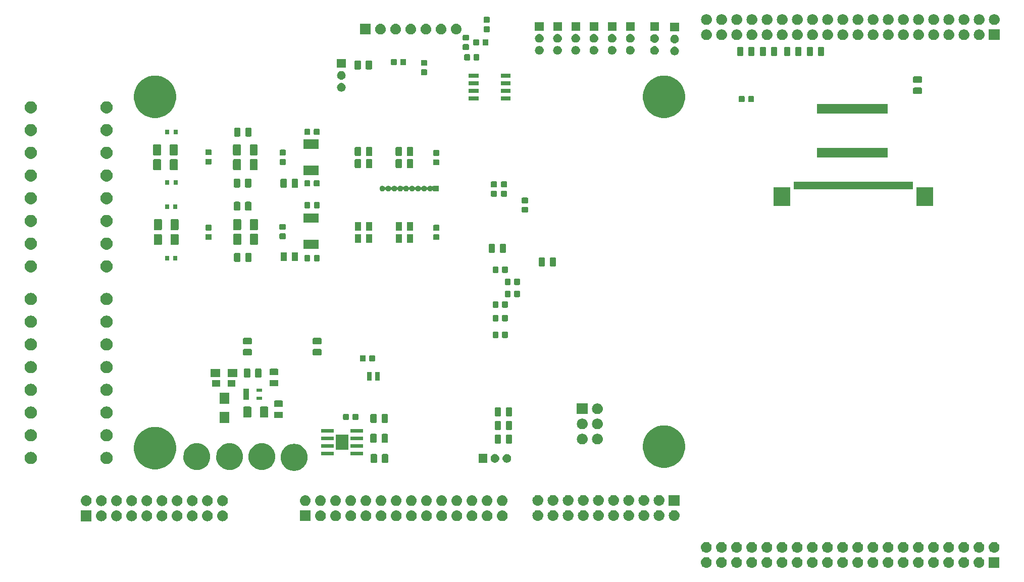
<source format=gbr>
G04 #@! TF.GenerationSoftware,KiCad,Pcbnew,5.0.2+dfsg1-1*
G04 #@! TF.CreationDate,2020-02-15T12:20:28+01:00*
G04 #@! TF.ProjectId,LCD_PMOD,4c43445f-504d-44f4-942e-6b696361645f,rev?*
G04 #@! TF.SameCoordinates,Original*
G04 #@! TF.FileFunction,Soldermask,Bot*
G04 #@! TF.FilePolarity,Negative*
%FSLAX46Y46*%
G04 Gerber Fmt 4.6, Leading zero omitted, Abs format (unit mm)*
G04 Created by KiCad (PCBNEW 5.0.2+dfsg1-1) date subota, 15. veljače 2020. 12:20:28 CET*
%MOMM*%
%LPD*%
G01*
G04 APERTURE LIST*
%ADD10C,0.100000*%
G04 APERTURE END LIST*
D10*
G36*
X229481000Y-134641000D02*
X227679000Y-134641000D01*
X227679000Y-132839000D01*
X229481000Y-132839000D01*
X229481000Y-134641000D01*
X229481000Y-134641000D01*
G37*
G36*
X203290442Y-132845518D02*
X203356627Y-132852037D01*
X203469853Y-132886384D01*
X203526467Y-132903557D01*
X203665087Y-132977652D01*
X203682991Y-132987222D01*
X203718729Y-133016552D01*
X203820186Y-133099814D01*
X203903448Y-133201271D01*
X203932778Y-133237009D01*
X203932779Y-133237011D01*
X204016443Y-133393533D01*
X204016443Y-133393534D01*
X204067963Y-133563373D01*
X204085359Y-133740000D01*
X204067963Y-133916627D01*
X204033616Y-134029853D01*
X204016443Y-134086467D01*
X203942348Y-134225087D01*
X203932778Y-134242991D01*
X203903448Y-134278729D01*
X203820186Y-134380186D01*
X203718729Y-134463448D01*
X203682991Y-134492778D01*
X203682989Y-134492779D01*
X203526467Y-134576443D01*
X203469853Y-134593616D01*
X203356627Y-134627963D01*
X203290442Y-134634482D01*
X203224260Y-134641000D01*
X203135740Y-134641000D01*
X203069558Y-134634482D01*
X203003373Y-134627963D01*
X202890147Y-134593616D01*
X202833533Y-134576443D01*
X202677011Y-134492779D01*
X202677009Y-134492778D01*
X202641271Y-134463448D01*
X202539814Y-134380186D01*
X202456552Y-134278729D01*
X202427222Y-134242991D01*
X202417652Y-134225087D01*
X202343557Y-134086467D01*
X202326384Y-134029853D01*
X202292037Y-133916627D01*
X202274641Y-133740000D01*
X202292037Y-133563373D01*
X202343557Y-133393534D01*
X202343557Y-133393533D01*
X202427221Y-133237011D01*
X202427222Y-133237009D01*
X202456552Y-133201271D01*
X202539814Y-133099814D01*
X202641271Y-133016552D01*
X202677009Y-132987222D01*
X202694913Y-132977652D01*
X202833533Y-132903557D01*
X202890147Y-132886384D01*
X203003373Y-132852037D01*
X203069558Y-132845518D01*
X203135740Y-132839000D01*
X203224260Y-132839000D01*
X203290442Y-132845518D01*
X203290442Y-132845518D01*
G37*
G36*
X180430442Y-132845518D02*
X180496627Y-132852037D01*
X180609853Y-132886384D01*
X180666467Y-132903557D01*
X180805087Y-132977652D01*
X180822991Y-132987222D01*
X180858729Y-133016552D01*
X180960186Y-133099814D01*
X181043448Y-133201271D01*
X181072778Y-133237009D01*
X181072779Y-133237011D01*
X181156443Y-133393533D01*
X181156443Y-133393534D01*
X181207963Y-133563373D01*
X181225359Y-133740000D01*
X181207963Y-133916627D01*
X181173616Y-134029853D01*
X181156443Y-134086467D01*
X181082348Y-134225087D01*
X181072778Y-134242991D01*
X181043448Y-134278729D01*
X180960186Y-134380186D01*
X180858729Y-134463448D01*
X180822991Y-134492778D01*
X180822989Y-134492779D01*
X180666467Y-134576443D01*
X180609853Y-134593616D01*
X180496627Y-134627963D01*
X180430442Y-134634482D01*
X180364260Y-134641000D01*
X180275740Y-134641000D01*
X180209558Y-134634482D01*
X180143373Y-134627963D01*
X180030147Y-134593616D01*
X179973533Y-134576443D01*
X179817011Y-134492779D01*
X179817009Y-134492778D01*
X179781271Y-134463448D01*
X179679814Y-134380186D01*
X179596552Y-134278729D01*
X179567222Y-134242991D01*
X179557652Y-134225087D01*
X179483557Y-134086467D01*
X179466384Y-134029853D01*
X179432037Y-133916627D01*
X179414641Y-133740000D01*
X179432037Y-133563373D01*
X179483557Y-133393534D01*
X179483557Y-133393533D01*
X179567221Y-133237011D01*
X179567222Y-133237009D01*
X179596552Y-133201271D01*
X179679814Y-133099814D01*
X179781271Y-133016552D01*
X179817009Y-132987222D01*
X179834913Y-132977652D01*
X179973533Y-132903557D01*
X180030147Y-132886384D01*
X180143373Y-132852037D01*
X180209558Y-132845518D01*
X180275740Y-132839000D01*
X180364260Y-132839000D01*
X180430442Y-132845518D01*
X180430442Y-132845518D01*
G37*
G36*
X182970442Y-132845518D02*
X183036627Y-132852037D01*
X183149853Y-132886384D01*
X183206467Y-132903557D01*
X183345087Y-132977652D01*
X183362991Y-132987222D01*
X183398729Y-133016552D01*
X183500186Y-133099814D01*
X183583448Y-133201271D01*
X183612778Y-133237009D01*
X183612779Y-133237011D01*
X183696443Y-133393533D01*
X183696443Y-133393534D01*
X183747963Y-133563373D01*
X183765359Y-133740000D01*
X183747963Y-133916627D01*
X183713616Y-134029853D01*
X183696443Y-134086467D01*
X183622348Y-134225087D01*
X183612778Y-134242991D01*
X183583448Y-134278729D01*
X183500186Y-134380186D01*
X183398729Y-134463448D01*
X183362991Y-134492778D01*
X183362989Y-134492779D01*
X183206467Y-134576443D01*
X183149853Y-134593616D01*
X183036627Y-134627963D01*
X182970442Y-134634482D01*
X182904260Y-134641000D01*
X182815740Y-134641000D01*
X182749558Y-134634482D01*
X182683373Y-134627963D01*
X182570147Y-134593616D01*
X182513533Y-134576443D01*
X182357011Y-134492779D01*
X182357009Y-134492778D01*
X182321271Y-134463448D01*
X182219814Y-134380186D01*
X182136552Y-134278729D01*
X182107222Y-134242991D01*
X182097652Y-134225087D01*
X182023557Y-134086467D01*
X182006384Y-134029853D01*
X181972037Y-133916627D01*
X181954641Y-133740000D01*
X181972037Y-133563373D01*
X182023557Y-133393534D01*
X182023557Y-133393533D01*
X182107221Y-133237011D01*
X182107222Y-133237009D01*
X182136552Y-133201271D01*
X182219814Y-133099814D01*
X182321271Y-133016552D01*
X182357009Y-132987222D01*
X182374913Y-132977652D01*
X182513533Y-132903557D01*
X182570147Y-132886384D01*
X182683373Y-132852037D01*
X182749558Y-132845518D01*
X182815740Y-132839000D01*
X182904260Y-132839000D01*
X182970442Y-132845518D01*
X182970442Y-132845518D01*
G37*
G36*
X185510442Y-132845518D02*
X185576627Y-132852037D01*
X185689853Y-132886384D01*
X185746467Y-132903557D01*
X185885087Y-132977652D01*
X185902991Y-132987222D01*
X185938729Y-133016552D01*
X186040186Y-133099814D01*
X186123448Y-133201271D01*
X186152778Y-133237009D01*
X186152779Y-133237011D01*
X186236443Y-133393533D01*
X186236443Y-133393534D01*
X186287963Y-133563373D01*
X186305359Y-133740000D01*
X186287963Y-133916627D01*
X186253616Y-134029853D01*
X186236443Y-134086467D01*
X186162348Y-134225087D01*
X186152778Y-134242991D01*
X186123448Y-134278729D01*
X186040186Y-134380186D01*
X185938729Y-134463448D01*
X185902991Y-134492778D01*
X185902989Y-134492779D01*
X185746467Y-134576443D01*
X185689853Y-134593616D01*
X185576627Y-134627963D01*
X185510442Y-134634482D01*
X185444260Y-134641000D01*
X185355740Y-134641000D01*
X185289558Y-134634482D01*
X185223373Y-134627963D01*
X185110147Y-134593616D01*
X185053533Y-134576443D01*
X184897011Y-134492779D01*
X184897009Y-134492778D01*
X184861271Y-134463448D01*
X184759814Y-134380186D01*
X184676552Y-134278729D01*
X184647222Y-134242991D01*
X184637652Y-134225087D01*
X184563557Y-134086467D01*
X184546384Y-134029853D01*
X184512037Y-133916627D01*
X184494641Y-133740000D01*
X184512037Y-133563373D01*
X184563557Y-133393534D01*
X184563557Y-133393533D01*
X184647221Y-133237011D01*
X184647222Y-133237009D01*
X184676552Y-133201271D01*
X184759814Y-133099814D01*
X184861271Y-133016552D01*
X184897009Y-132987222D01*
X184914913Y-132977652D01*
X185053533Y-132903557D01*
X185110147Y-132886384D01*
X185223373Y-132852037D01*
X185289558Y-132845518D01*
X185355740Y-132839000D01*
X185444260Y-132839000D01*
X185510442Y-132845518D01*
X185510442Y-132845518D01*
G37*
G36*
X188050442Y-132845518D02*
X188116627Y-132852037D01*
X188229853Y-132886384D01*
X188286467Y-132903557D01*
X188425087Y-132977652D01*
X188442991Y-132987222D01*
X188478729Y-133016552D01*
X188580186Y-133099814D01*
X188663448Y-133201271D01*
X188692778Y-133237009D01*
X188692779Y-133237011D01*
X188776443Y-133393533D01*
X188776443Y-133393534D01*
X188827963Y-133563373D01*
X188845359Y-133740000D01*
X188827963Y-133916627D01*
X188793616Y-134029853D01*
X188776443Y-134086467D01*
X188702348Y-134225087D01*
X188692778Y-134242991D01*
X188663448Y-134278729D01*
X188580186Y-134380186D01*
X188478729Y-134463448D01*
X188442991Y-134492778D01*
X188442989Y-134492779D01*
X188286467Y-134576443D01*
X188229853Y-134593616D01*
X188116627Y-134627963D01*
X188050442Y-134634482D01*
X187984260Y-134641000D01*
X187895740Y-134641000D01*
X187829558Y-134634482D01*
X187763373Y-134627963D01*
X187650147Y-134593616D01*
X187593533Y-134576443D01*
X187437011Y-134492779D01*
X187437009Y-134492778D01*
X187401271Y-134463448D01*
X187299814Y-134380186D01*
X187216552Y-134278729D01*
X187187222Y-134242991D01*
X187177652Y-134225087D01*
X187103557Y-134086467D01*
X187086384Y-134029853D01*
X187052037Y-133916627D01*
X187034641Y-133740000D01*
X187052037Y-133563373D01*
X187103557Y-133393534D01*
X187103557Y-133393533D01*
X187187221Y-133237011D01*
X187187222Y-133237009D01*
X187216552Y-133201271D01*
X187299814Y-133099814D01*
X187401271Y-133016552D01*
X187437009Y-132987222D01*
X187454913Y-132977652D01*
X187593533Y-132903557D01*
X187650147Y-132886384D01*
X187763373Y-132852037D01*
X187829558Y-132845518D01*
X187895740Y-132839000D01*
X187984260Y-132839000D01*
X188050442Y-132845518D01*
X188050442Y-132845518D01*
G37*
G36*
X190590442Y-132845518D02*
X190656627Y-132852037D01*
X190769853Y-132886384D01*
X190826467Y-132903557D01*
X190965087Y-132977652D01*
X190982991Y-132987222D01*
X191018729Y-133016552D01*
X191120186Y-133099814D01*
X191203448Y-133201271D01*
X191232778Y-133237009D01*
X191232779Y-133237011D01*
X191316443Y-133393533D01*
X191316443Y-133393534D01*
X191367963Y-133563373D01*
X191385359Y-133740000D01*
X191367963Y-133916627D01*
X191333616Y-134029853D01*
X191316443Y-134086467D01*
X191242348Y-134225087D01*
X191232778Y-134242991D01*
X191203448Y-134278729D01*
X191120186Y-134380186D01*
X191018729Y-134463448D01*
X190982991Y-134492778D01*
X190982989Y-134492779D01*
X190826467Y-134576443D01*
X190769853Y-134593616D01*
X190656627Y-134627963D01*
X190590442Y-134634482D01*
X190524260Y-134641000D01*
X190435740Y-134641000D01*
X190369558Y-134634482D01*
X190303373Y-134627963D01*
X190190147Y-134593616D01*
X190133533Y-134576443D01*
X189977011Y-134492779D01*
X189977009Y-134492778D01*
X189941271Y-134463448D01*
X189839814Y-134380186D01*
X189756552Y-134278729D01*
X189727222Y-134242991D01*
X189717652Y-134225087D01*
X189643557Y-134086467D01*
X189626384Y-134029853D01*
X189592037Y-133916627D01*
X189574641Y-133740000D01*
X189592037Y-133563373D01*
X189643557Y-133393534D01*
X189643557Y-133393533D01*
X189727221Y-133237011D01*
X189727222Y-133237009D01*
X189756552Y-133201271D01*
X189839814Y-133099814D01*
X189941271Y-133016552D01*
X189977009Y-132987222D01*
X189994913Y-132977652D01*
X190133533Y-132903557D01*
X190190147Y-132886384D01*
X190303373Y-132852037D01*
X190369558Y-132845518D01*
X190435740Y-132839000D01*
X190524260Y-132839000D01*
X190590442Y-132845518D01*
X190590442Y-132845518D01*
G37*
G36*
X193130442Y-132845518D02*
X193196627Y-132852037D01*
X193309853Y-132886384D01*
X193366467Y-132903557D01*
X193505087Y-132977652D01*
X193522991Y-132987222D01*
X193558729Y-133016552D01*
X193660186Y-133099814D01*
X193743448Y-133201271D01*
X193772778Y-133237009D01*
X193772779Y-133237011D01*
X193856443Y-133393533D01*
X193856443Y-133393534D01*
X193907963Y-133563373D01*
X193925359Y-133740000D01*
X193907963Y-133916627D01*
X193873616Y-134029853D01*
X193856443Y-134086467D01*
X193782348Y-134225087D01*
X193772778Y-134242991D01*
X193743448Y-134278729D01*
X193660186Y-134380186D01*
X193558729Y-134463448D01*
X193522991Y-134492778D01*
X193522989Y-134492779D01*
X193366467Y-134576443D01*
X193309853Y-134593616D01*
X193196627Y-134627963D01*
X193130442Y-134634482D01*
X193064260Y-134641000D01*
X192975740Y-134641000D01*
X192909558Y-134634482D01*
X192843373Y-134627963D01*
X192730147Y-134593616D01*
X192673533Y-134576443D01*
X192517011Y-134492779D01*
X192517009Y-134492778D01*
X192481271Y-134463448D01*
X192379814Y-134380186D01*
X192296552Y-134278729D01*
X192267222Y-134242991D01*
X192257652Y-134225087D01*
X192183557Y-134086467D01*
X192166384Y-134029853D01*
X192132037Y-133916627D01*
X192114641Y-133740000D01*
X192132037Y-133563373D01*
X192183557Y-133393534D01*
X192183557Y-133393533D01*
X192267221Y-133237011D01*
X192267222Y-133237009D01*
X192296552Y-133201271D01*
X192379814Y-133099814D01*
X192481271Y-133016552D01*
X192517009Y-132987222D01*
X192534913Y-132977652D01*
X192673533Y-132903557D01*
X192730147Y-132886384D01*
X192843373Y-132852037D01*
X192909558Y-132845518D01*
X192975740Y-132839000D01*
X193064260Y-132839000D01*
X193130442Y-132845518D01*
X193130442Y-132845518D01*
G37*
G36*
X195670442Y-132845518D02*
X195736627Y-132852037D01*
X195849853Y-132886384D01*
X195906467Y-132903557D01*
X196045087Y-132977652D01*
X196062991Y-132987222D01*
X196098729Y-133016552D01*
X196200186Y-133099814D01*
X196283448Y-133201271D01*
X196312778Y-133237009D01*
X196312779Y-133237011D01*
X196396443Y-133393533D01*
X196396443Y-133393534D01*
X196447963Y-133563373D01*
X196465359Y-133740000D01*
X196447963Y-133916627D01*
X196413616Y-134029853D01*
X196396443Y-134086467D01*
X196322348Y-134225087D01*
X196312778Y-134242991D01*
X196283448Y-134278729D01*
X196200186Y-134380186D01*
X196098729Y-134463448D01*
X196062991Y-134492778D01*
X196062989Y-134492779D01*
X195906467Y-134576443D01*
X195849853Y-134593616D01*
X195736627Y-134627963D01*
X195670442Y-134634482D01*
X195604260Y-134641000D01*
X195515740Y-134641000D01*
X195449558Y-134634482D01*
X195383373Y-134627963D01*
X195270147Y-134593616D01*
X195213533Y-134576443D01*
X195057011Y-134492779D01*
X195057009Y-134492778D01*
X195021271Y-134463448D01*
X194919814Y-134380186D01*
X194836552Y-134278729D01*
X194807222Y-134242991D01*
X194797652Y-134225087D01*
X194723557Y-134086467D01*
X194706384Y-134029853D01*
X194672037Y-133916627D01*
X194654641Y-133740000D01*
X194672037Y-133563373D01*
X194723557Y-133393534D01*
X194723557Y-133393533D01*
X194807221Y-133237011D01*
X194807222Y-133237009D01*
X194836552Y-133201271D01*
X194919814Y-133099814D01*
X195021271Y-133016552D01*
X195057009Y-132987222D01*
X195074913Y-132977652D01*
X195213533Y-132903557D01*
X195270147Y-132886384D01*
X195383373Y-132852037D01*
X195449558Y-132845518D01*
X195515740Y-132839000D01*
X195604260Y-132839000D01*
X195670442Y-132845518D01*
X195670442Y-132845518D01*
G37*
G36*
X198210442Y-132845518D02*
X198276627Y-132852037D01*
X198389853Y-132886384D01*
X198446467Y-132903557D01*
X198585087Y-132977652D01*
X198602991Y-132987222D01*
X198638729Y-133016552D01*
X198740186Y-133099814D01*
X198823448Y-133201271D01*
X198852778Y-133237009D01*
X198852779Y-133237011D01*
X198936443Y-133393533D01*
X198936443Y-133393534D01*
X198987963Y-133563373D01*
X199005359Y-133740000D01*
X198987963Y-133916627D01*
X198953616Y-134029853D01*
X198936443Y-134086467D01*
X198862348Y-134225087D01*
X198852778Y-134242991D01*
X198823448Y-134278729D01*
X198740186Y-134380186D01*
X198638729Y-134463448D01*
X198602991Y-134492778D01*
X198602989Y-134492779D01*
X198446467Y-134576443D01*
X198389853Y-134593616D01*
X198276627Y-134627963D01*
X198210442Y-134634482D01*
X198144260Y-134641000D01*
X198055740Y-134641000D01*
X197989558Y-134634482D01*
X197923373Y-134627963D01*
X197810147Y-134593616D01*
X197753533Y-134576443D01*
X197597011Y-134492779D01*
X197597009Y-134492778D01*
X197561271Y-134463448D01*
X197459814Y-134380186D01*
X197376552Y-134278729D01*
X197347222Y-134242991D01*
X197337652Y-134225087D01*
X197263557Y-134086467D01*
X197246384Y-134029853D01*
X197212037Y-133916627D01*
X197194641Y-133740000D01*
X197212037Y-133563373D01*
X197263557Y-133393534D01*
X197263557Y-133393533D01*
X197347221Y-133237011D01*
X197347222Y-133237009D01*
X197376552Y-133201271D01*
X197459814Y-133099814D01*
X197561271Y-133016552D01*
X197597009Y-132987222D01*
X197614913Y-132977652D01*
X197753533Y-132903557D01*
X197810147Y-132886384D01*
X197923373Y-132852037D01*
X197989558Y-132845518D01*
X198055740Y-132839000D01*
X198144260Y-132839000D01*
X198210442Y-132845518D01*
X198210442Y-132845518D01*
G37*
G36*
X200750442Y-132845518D02*
X200816627Y-132852037D01*
X200929853Y-132886384D01*
X200986467Y-132903557D01*
X201125087Y-132977652D01*
X201142991Y-132987222D01*
X201178729Y-133016552D01*
X201280186Y-133099814D01*
X201363448Y-133201271D01*
X201392778Y-133237009D01*
X201392779Y-133237011D01*
X201476443Y-133393533D01*
X201476443Y-133393534D01*
X201527963Y-133563373D01*
X201545359Y-133740000D01*
X201527963Y-133916627D01*
X201493616Y-134029853D01*
X201476443Y-134086467D01*
X201402348Y-134225087D01*
X201392778Y-134242991D01*
X201363448Y-134278729D01*
X201280186Y-134380186D01*
X201178729Y-134463448D01*
X201142991Y-134492778D01*
X201142989Y-134492779D01*
X200986467Y-134576443D01*
X200929853Y-134593616D01*
X200816627Y-134627963D01*
X200750442Y-134634482D01*
X200684260Y-134641000D01*
X200595740Y-134641000D01*
X200529558Y-134634482D01*
X200463373Y-134627963D01*
X200350147Y-134593616D01*
X200293533Y-134576443D01*
X200137011Y-134492779D01*
X200137009Y-134492778D01*
X200101271Y-134463448D01*
X199999814Y-134380186D01*
X199916552Y-134278729D01*
X199887222Y-134242991D01*
X199877652Y-134225087D01*
X199803557Y-134086467D01*
X199786384Y-134029853D01*
X199752037Y-133916627D01*
X199734641Y-133740000D01*
X199752037Y-133563373D01*
X199803557Y-133393534D01*
X199803557Y-133393533D01*
X199887221Y-133237011D01*
X199887222Y-133237009D01*
X199916552Y-133201271D01*
X199999814Y-133099814D01*
X200101271Y-133016552D01*
X200137009Y-132987222D01*
X200154913Y-132977652D01*
X200293533Y-132903557D01*
X200350147Y-132886384D01*
X200463373Y-132852037D01*
X200529558Y-132845518D01*
X200595740Y-132839000D01*
X200684260Y-132839000D01*
X200750442Y-132845518D01*
X200750442Y-132845518D01*
G37*
G36*
X208370442Y-132845518D02*
X208436627Y-132852037D01*
X208549853Y-132886384D01*
X208606467Y-132903557D01*
X208745087Y-132977652D01*
X208762991Y-132987222D01*
X208798729Y-133016552D01*
X208900186Y-133099814D01*
X208983448Y-133201271D01*
X209012778Y-133237009D01*
X209012779Y-133237011D01*
X209096443Y-133393533D01*
X209096443Y-133393534D01*
X209147963Y-133563373D01*
X209165359Y-133740000D01*
X209147963Y-133916627D01*
X209113616Y-134029853D01*
X209096443Y-134086467D01*
X209022348Y-134225087D01*
X209012778Y-134242991D01*
X208983448Y-134278729D01*
X208900186Y-134380186D01*
X208798729Y-134463448D01*
X208762991Y-134492778D01*
X208762989Y-134492779D01*
X208606467Y-134576443D01*
X208549853Y-134593616D01*
X208436627Y-134627963D01*
X208370442Y-134634482D01*
X208304260Y-134641000D01*
X208215740Y-134641000D01*
X208149558Y-134634482D01*
X208083373Y-134627963D01*
X207970147Y-134593616D01*
X207913533Y-134576443D01*
X207757011Y-134492779D01*
X207757009Y-134492778D01*
X207721271Y-134463448D01*
X207619814Y-134380186D01*
X207536552Y-134278729D01*
X207507222Y-134242991D01*
X207497652Y-134225087D01*
X207423557Y-134086467D01*
X207406384Y-134029853D01*
X207372037Y-133916627D01*
X207354641Y-133740000D01*
X207372037Y-133563373D01*
X207423557Y-133393534D01*
X207423557Y-133393533D01*
X207507221Y-133237011D01*
X207507222Y-133237009D01*
X207536552Y-133201271D01*
X207619814Y-133099814D01*
X207721271Y-133016552D01*
X207757009Y-132987222D01*
X207774913Y-132977652D01*
X207913533Y-132903557D01*
X207970147Y-132886384D01*
X208083373Y-132852037D01*
X208149558Y-132845518D01*
X208215740Y-132839000D01*
X208304260Y-132839000D01*
X208370442Y-132845518D01*
X208370442Y-132845518D01*
G37*
G36*
X205830442Y-132845518D02*
X205896627Y-132852037D01*
X206009853Y-132886384D01*
X206066467Y-132903557D01*
X206205087Y-132977652D01*
X206222991Y-132987222D01*
X206258729Y-133016552D01*
X206360186Y-133099814D01*
X206443448Y-133201271D01*
X206472778Y-133237009D01*
X206472779Y-133237011D01*
X206556443Y-133393533D01*
X206556443Y-133393534D01*
X206607963Y-133563373D01*
X206625359Y-133740000D01*
X206607963Y-133916627D01*
X206573616Y-134029853D01*
X206556443Y-134086467D01*
X206482348Y-134225087D01*
X206472778Y-134242991D01*
X206443448Y-134278729D01*
X206360186Y-134380186D01*
X206258729Y-134463448D01*
X206222991Y-134492778D01*
X206222989Y-134492779D01*
X206066467Y-134576443D01*
X206009853Y-134593616D01*
X205896627Y-134627963D01*
X205830442Y-134634482D01*
X205764260Y-134641000D01*
X205675740Y-134641000D01*
X205609558Y-134634482D01*
X205543373Y-134627963D01*
X205430147Y-134593616D01*
X205373533Y-134576443D01*
X205217011Y-134492779D01*
X205217009Y-134492778D01*
X205181271Y-134463448D01*
X205079814Y-134380186D01*
X204996552Y-134278729D01*
X204967222Y-134242991D01*
X204957652Y-134225087D01*
X204883557Y-134086467D01*
X204866384Y-134029853D01*
X204832037Y-133916627D01*
X204814641Y-133740000D01*
X204832037Y-133563373D01*
X204883557Y-133393534D01*
X204883557Y-133393533D01*
X204967221Y-133237011D01*
X204967222Y-133237009D01*
X204996552Y-133201271D01*
X205079814Y-133099814D01*
X205181271Y-133016552D01*
X205217009Y-132987222D01*
X205234913Y-132977652D01*
X205373533Y-132903557D01*
X205430147Y-132886384D01*
X205543373Y-132852037D01*
X205609558Y-132845518D01*
X205675740Y-132839000D01*
X205764260Y-132839000D01*
X205830442Y-132845518D01*
X205830442Y-132845518D01*
G37*
G36*
X226150442Y-132845518D02*
X226216627Y-132852037D01*
X226329853Y-132886384D01*
X226386467Y-132903557D01*
X226525087Y-132977652D01*
X226542991Y-132987222D01*
X226578729Y-133016552D01*
X226680186Y-133099814D01*
X226763448Y-133201271D01*
X226792778Y-133237009D01*
X226792779Y-133237011D01*
X226876443Y-133393533D01*
X226876443Y-133393534D01*
X226927963Y-133563373D01*
X226945359Y-133740000D01*
X226927963Y-133916627D01*
X226893616Y-134029853D01*
X226876443Y-134086467D01*
X226802348Y-134225087D01*
X226792778Y-134242991D01*
X226763448Y-134278729D01*
X226680186Y-134380186D01*
X226578729Y-134463448D01*
X226542991Y-134492778D01*
X226542989Y-134492779D01*
X226386467Y-134576443D01*
X226329853Y-134593616D01*
X226216627Y-134627963D01*
X226150442Y-134634482D01*
X226084260Y-134641000D01*
X225995740Y-134641000D01*
X225929558Y-134634482D01*
X225863373Y-134627963D01*
X225750147Y-134593616D01*
X225693533Y-134576443D01*
X225537011Y-134492779D01*
X225537009Y-134492778D01*
X225501271Y-134463448D01*
X225399814Y-134380186D01*
X225316552Y-134278729D01*
X225287222Y-134242991D01*
X225277652Y-134225087D01*
X225203557Y-134086467D01*
X225186384Y-134029853D01*
X225152037Y-133916627D01*
X225134641Y-133740000D01*
X225152037Y-133563373D01*
X225203557Y-133393534D01*
X225203557Y-133393533D01*
X225287221Y-133237011D01*
X225287222Y-133237009D01*
X225316552Y-133201271D01*
X225399814Y-133099814D01*
X225501271Y-133016552D01*
X225537009Y-132987222D01*
X225554913Y-132977652D01*
X225693533Y-132903557D01*
X225750147Y-132886384D01*
X225863373Y-132852037D01*
X225929558Y-132845518D01*
X225995740Y-132839000D01*
X226084260Y-132839000D01*
X226150442Y-132845518D01*
X226150442Y-132845518D01*
G37*
G36*
X223610442Y-132845518D02*
X223676627Y-132852037D01*
X223789853Y-132886384D01*
X223846467Y-132903557D01*
X223985087Y-132977652D01*
X224002991Y-132987222D01*
X224038729Y-133016552D01*
X224140186Y-133099814D01*
X224223448Y-133201271D01*
X224252778Y-133237009D01*
X224252779Y-133237011D01*
X224336443Y-133393533D01*
X224336443Y-133393534D01*
X224387963Y-133563373D01*
X224405359Y-133740000D01*
X224387963Y-133916627D01*
X224353616Y-134029853D01*
X224336443Y-134086467D01*
X224262348Y-134225087D01*
X224252778Y-134242991D01*
X224223448Y-134278729D01*
X224140186Y-134380186D01*
X224038729Y-134463448D01*
X224002991Y-134492778D01*
X224002989Y-134492779D01*
X223846467Y-134576443D01*
X223789853Y-134593616D01*
X223676627Y-134627963D01*
X223610442Y-134634482D01*
X223544260Y-134641000D01*
X223455740Y-134641000D01*
X223389558Y-134634482D01*
X223323373Y-134627963D01*
X223210147Y-134593616D01*
X223153533Y-134576443D01*
X222997011Y-134492779D01*
X222997009Y-134492778D01*
X222961271Y-134463448D01*
X222859814Y-134380186D01*
X222776552Y-134278729D01*
X222747222Y-134242991D01*
X222737652Y-134225087D01*
X222663557Y-134086467D01*
X222646384Y-134029853D01*
X222612037Y-133916627D01*
X222594641Y-133740000D01*
X222612037Y-133563373D01*
X222663557Y-133393534D01*
X222663557Y-133393533D01*
X222747221Y-133237011D01*
X222747222Y-133237009D01*
X222776552Y-133201271D01*
X222859814Y-133099814D01*
X222961271Y-133016552D01*
X222997009Y-132987222D01*
X223014913Y-132977652D01*
X223153533Y-132903557D01*
X223210147Y-132886384D01*
X223323373Y-132852037D01*
X223389558Y-132845518D01*
X223455740Y-132839000D01*
X223544260Y-132839000D01*
X223610442Y-132845518D01*
X223610442Y-132845518D01*
G37*
G36*
X221070442Y-132845518D02*
X221136627Y-132852037D01*
X221249853Y-132886384D01*
X221306467Y-132903557D01*
X221445087Y-132977652D01*
X221462991Y-132987222D01*
X221498729Y-133016552D01*
X221600186Y-133099814D01*
X221683448Y-133201271D01*
X221712778Y-133237009D01*
X221712779Y-133237011D01*
X221796443Y-133393533D01*
X221796443Y-133393534D01*
X221847963Y-133563373D01*
X221865359Y-133740000D01*
X221847963Y-133916627D01*
X221813616Y-134029853D01*
X221796443Y-134086467D01*
X221722348Y-134225087D01*
X221712778Y-134242991D01*
X221683448Y-134278729D01*
X221600186Y-134380186D01*
X221498729Y-134463448D01*
X221462991Y-134492778D01*
X221462989Y-134492779D01*
X221306467Y-134576443D01*
X221249853Y-134593616D01*
X221136627Y-134627963D01*
X221070442Y-134634482D01*
X221004260Y-134641000D01*
X220915740Y-134641000D01*
X220849558Y-134634482D01*
X220783373Y-134627963D01*
X220670147Y-134593616D01*
X220613533Y-134576443D01*
X220457011Y-134492779D01*
X220457009Y-134492778D01*
X220421271Y-134463448D01*
X220319814Y-134380186D01*
X220236552Y-134278729D01*
X220207222Y-134242991D01*
X220197652Y-134225087D01*
X220123557Y-134086467D01*
X220106384Y-134029853D01*
X220072037Y-133916627D01*
X220054641Y-133740000D01*
X220072037Y-133563373D01*
X220123557Y-133393534D01*
X220123557Y-133393533D01*
X220207221Y-133237011D01*
X220207222Y-133237009D01*
X220236552Y-133201271D01*
X220319814Y-133099814D01*
X220421271Y-133016552D01*
X220457009Y-132987222D01*
X220474913Y-132977652D01*
X220613533Y-132903557D01*
X220670147Y-132886384D01*
X220783373Y-132852037D01*
X220849558Y-132845518D01*
X220915740Y-132839000D01*
X221004260Y-132839000D01*
X221070442Y-132845518D01*
X221070442Y-132845518D01*
G37*
G36*
X218530442Y-132845518D02*
X218596627Y-132852037D01*
X218709853Y-132886384D01*
X218766467Y-132903557D01*
X218905087Y-132977652D01*
X218922991Y-132987222D01*
X218958729Y-133016552D01*
X219060186Y-133099814D01*
X219143448Y-133201271D01*
X219172778Y-133237009D01*
X219172779Y-133237011D01*
X219256443Y-133393533D01*
X219256443Y-133393534D01*
X219307963Y-133563373D01*
X219325359Y-133740000D01*
X219307963Y-133916627D01*
X219273616Y-134029853D01*
X219256443Y-134086467D01*
X219182348Y-134225087D01*
X219172778Y-134242991D01*
X219143448Y-134278729D01*
X219060186Y-134380186D01*
X218958729Y-134463448D01*
X218922991Y-134492778D01*
X218922989Y-134492779D01*
X218766467Y-134576443D01*
X218709853Y-134593616D01*
X218596627Y-134627963D01*
X218530442Y-134634482D01*
X218464260Y-134641000D01*
X218375740Y-134641000D01*
X218309558Y-134634482D01*
X218243373Y-134627963D01*
X218130147Y-134593616D01*
X218073533Y-134576443D01*
X217917011Y-134492779D01*
X217917009Y-134492778D01*
X217881271Y-134463448D01*
X217779814Y-134380186D01*
X217696552Y-134278729D01*
X217667222Y-134242991D01*
X217657652Y-134225087D01*
X217583557Y-134086467D01*
X217566384Y-134029853D01*
X217532037Y-133916627D01*
X217514641Y-133740000D01*
X217532037Y-133563373D01*
X217583557Y-133393534D01*
X217583557Y-133393533D01*
X217667221Y-133237011D01*
X217667222Y-133237009D01*
X217696552Y-133201271D01*
X217779814Y-133099814D01*
X217881271Y-133016552D01*
X217917009Y-132987222D01*
X217934913Y-132977652D01*
X218073533Y-132903557D01*
X218130147Y-132886384D01*
X218243373Y-132852037D01*
X218309558Y-132845518D01*
X218375740Y-132839000D01*
X218464260Y-132839000D01*
X218530442Y-132845518D01*
X218530442Y-132845518D01*
G37*
G36*
X215990442Y-132845518D02*
X216056627Y-132852037D01*
X216169853Y-132886384D01*
X216226467Y-132903557D01*
X216365087Y-132977652D01*
X216382991Y-132987222D01*
X216418729Y-133016552D01*
X216520186Y-133099814D01*
X216603448Y-133201271D01*
X216632778Y-133237009D01*
X216632779Y-133237011D01*
X216716443Y-133393533D01*
X216716443Y-133393534D01*
X216767963Y-133563373D01*
X216785359Y-133740000D01*
X216767963Y-133916627D01*
X216733616Y-134029853D01*
X216716443Y-134086467D01*
X216642348Y-134225087D01*
X216632778Y-134242991D01*
X216603448Y-134278729D01*
X216520186Y-134380186D01*
X216418729Y-134463448D01*
X216382991Y-134492778D01*
X216382989Y-134492779D01*
X216226467Y-134576443D01*
X216169853Y-134593616D01*
X216056627Y-134627963D01*
X215990442Y-134634482D01*
X215924260Y-134641000D01*
X215835740Y-134641000D01*
X215769558Y-134634482D01*
X215703373Y-134627963D01*
X215590147Y-134593616D01*
X215533533Y-134576443D01*
X215377011Y-134492779D01*
X215377009Y-134492778D01*
X215341271Y-134463448D01*
X215239814Y-134380186D01*
X215156552Y-134278729D01*
X215127222Y-134242991D01*
X215117652Y-134225087D01*
X215043557Y-134086467D01*
X215026384Y-134029853D01*
X214992037Y-133916627D01*
X214974641Y-133740000D01*
X214992037Y-133563373D01*
X215043557Y-133393534D01*
X215043557Y-133393533D01*
X215127221Y-133237011D01*
X215127222Y-133237009D01*
X215156552Y-133201271D01*
X215239814Y-133099814D01*
X215341271Y-133016552D01*
X215377009Y-132987222D01*
X215394913Y-132977652D01*
X215533533Y-132903557D01*
X215590147Y-132886384D01*
X215703373Y-132852037D01*
X215769558Y-132845518D01*
X215835740Y-132839000D01*
X215924260Y-132839000D01*
X215990442Y-132845518D01*
X215990442Y-132845518D01*
G37*
G36*
X213450442Y-132845518D02*
X213516627Y-132852037D01*
X213629853Y-132886384D01*
X213686467Y-132903557D01*
X213825087Y-132977652D01*
X213842991Y-132987222D01*
X213878729Y-133016552D01*
X213980186Y-133099814D01*
X214063448Y-133201271D01*
X214092778Y-133237009D01*
X214092779Y-133237011D01*
X214176443Y-133393533D01*
X214176443Y-133393534D01*
X214227963Y-133563373D01*
X214245359Y-133740000D01*
X214227963Y-133916627D01*
X214193616Y-134029853D01*
X214176443Y-134086467D01*
X214102348Y-134225087D01*
X214092778Y-134242991D01*
X214063448Y-134278729D01*
X213980186Y-134380186D01*
X213878729Y-134463448D01*
X213842991Y-134492778D01*
X213842989Y-134492779D01*
X213686467Y-134576443D01*
X213629853Y-134593616D01*
X213516627Y-134627963D01*
X213450442Y-134634482D01*
X213384260Y-134641000D01*
X213295740Y-134641000D01*
X213229558Y-134634482D01*
X213163373Y-134627963D01*
X213050147Y-134593616D01*
X212993533Y-134576443D01*
X212837011Y-134492779D01*
X212837009Y-134492778D01*
X212801271Y-134463448D01*
X212699814Y-134380186D01*
X212616552Y-134278729D01*
X212587222Y-134242991D01*
X212577652Y-134225087D01*
X212503557Y-134086467D01*
X212486384Y-134029853D01*
X212452037Y-133916627D01*
X212434641Y-133740000D01*
X212452037Y-133563373D01*
X212503557Y-133393534D01*
X212503557Y-133393533D01*
X212587221Y-133237011D01*
X212587222Y-133237009D01*
X212616552Y-133201271D01*
X212699814Y-133099814D01*
X212801271Y-133016552D01*
X212837009Y-132987222D01*
X212854913Y-132977652D01*
X212993533Y-132903557D01*
X213050147Y-132886384D01*
X213163373Y-132852037D01*
X213229558Y-132845518D01*
X213295740Y-132839000D01*
X213384260Y-132839000D01*
X213450442Y-132845518D01*
X213450442Y-132845518D01*
G37*
G36*
X210910442Y-132845518D02*
X210976627Y-132852037D01*
X211089853Y-132886384D01*
X211146467Y-132903557D01*
X211285087Y-132977652D01*
X211302991Y-132987222D01*
X211338729Y-133016552D01*
X211440186Y-133099814D01*
X211523448Y-133201271D01*
X211552778Y-133237009D01*
X211552779Y-133237011D01*
X211636443Y-133393533D01*
X211636443Y-133393534D01*
X211687963Y-133563373D01*
X211705359Y-133740000D01*
X211687963Y-133916627D01*
X211653616Y-134029853D01*
X211636443Y-134086467D01*
X211562348Y-134225087D01*
X211552778Y-134242991D01*
X211523448Y-134278729D01*
X211440186Y-134380186D01*
X211338729Y-134463448D01*
X211302991Y-134492778D01*
X211302989Y-134492779D01*
X211146467Y-134576443D01*
X211089853Y-134593616D01*
X210976627Y-134627963D01*
X210910442Y-134634482D01*
X210844260Y-134641000D01*
X210755740Y-134641000D01*
X210689558Y-134634482D01*
X210623373Y-134627963D01*
X210510147Y-134593616D01*
X210453533Y-134576443D01*
X210297011Y-134492779D01*
X210297009Y-134492778D01*
X210261271Y-134463448D01*
X210159814Y-134380186D01*
X210076552Y-134278729D01*
X210047222Y-134242991D01*
X210037652Y-134225087D01*
X209963557Y-134086467D01*
X209946384Y-134029853D01*
X209912037Y-133916627D01*
X209894641Y-133740000D01*
X209912037Y-133563373D01*
X209963557Y-133393534D01*
X209963557Y-133393533D01*
X210047221Y-133237011D01*
X210047222Y-133237009D01*
X210076552Y-133201271D01*
X210159814Y-133099814D01*
X210261271Y-133016552D01*
X210297009Y-132987222D01*
X210314913Y-132977652D01*
X210453533Y-132903557D01*
X210510147Y-132886384D01*
X210623373Y-132852037D01*
X210689558Y-132845518D01*
X210755740Y-132839000D01*
X210844260Y-132839000D01*
X210910442Y-132845518D01*
X210910442Y-132845518D01*
G37*
G36*
X221070443Y-130305519D02*
X221136627Y-130312037D01*
X221249853Y-130346384D01*
X221306467Y-130363557D01*
X221445087Y-130437652D01*
X221462991Y-130447222D01*
X221498729Y-130476552D01*
X221600186Y-130559814D01*
X221683448Y-130661271D01*
X221712778Y-130697009D01*
X221712779Y-130697011D01*
X221796443Y-130853533D01*
X221796443Y-130853534D01*
X221847963Y-131023373D01*
X221865359Y-131200000D01*
X221847963Y-131376627D01*
X221813616Y-131489853D01*
X221796443Y-131546467D01*
X221722348Y-131685087D01*
X221712778Y-131702991D01*
X221683448Y-131738729D01*
X221600186Y-131840186D01*
X221498729Y-131923448D01*
X221462991Y-131952778D01*
X221462989Y-131952779D01*
X221306467Y-132036443D01*
X221249853Y-132053616D01*
X221136627Y-132087963D01*
X221070443Y-132094481D01*
X221004260Y-132101000D01*
X220915740Y-132101000D01*
X220849557Y-132094481D01*
X220783373Y-132087963D01*
X220670147Y-132053616D01*
X220613533Y-132036443D01*
X220457011Y-131952779D01*
X220457009Y-131952778D01*
X220421271Y-131923448D01*
X220319814Y-131840186D01*
X220236552Y-131738729D01*
X220207222Y-131702991D01*
X220197652Y-131685087D01*
X220123557Y-131546467D01*
X220106384Y-131489853D01*
X220072037Y-131376627D01*
X220054641Y-131200000D01*
X220072037Y-131023373D01*
X220123557Y-130853534D01*
X220123557Y-130853533D01*
X220207221Y-130697011D01*
X220207222Y-130697009D01*
X220236552Y-130661271D01*
X220319814Y-130559814D01*
X220421271Y-130476552D01*
X220457009Y-130447222D01*
X220474913Y-130437652D01*
X220613533Y-130363557D01*
X220670147Y-130346384D01*
X220783373Y-130312037D01*
X220849557Y-130305519D01*
X220915740Y-130299000D01*
X221004260Y-130299000D01*
X221070443Y-130305519D01*
X221070443Y-130305519D01*
G37*
G36*
X228690443Y-130305519D02*
X228756627Y-130312037D01*
X228869853Y-130346384D01*
X228926467Y-130363557D01*
X229065087Y-130437652D01*
X229082991Y-130447222D01*
X229118729Y-130476552D01*
X229220186Y-130559814D01*
X229303448Y-130661271D01*
X229332778Y-130697009D01*
X229332779Y-130697011D01*
X229416443Y-130853533D01*
X229416443Y-130853534D01*
X229467963Y-131023373D01*
X229485359Y-131200000D01*
X229467963Y-131376627D01*
X229433616Y-131489853D01*
X229416443Y-131546467D01*
X229342348Y-131685087D01*
X229332778Y-131702991D01*
X229303448Y-131738729D01*
X229220186Y-131840186D01*
X229118729Y-131923448D01*
X229082991Y-131952778D01*
X229082989Y-131952779D01*
X228926467Y-132036443D01*
X228869853Y-132053616D01*
X228756627Y-132087963D01*
X228690443Y-132094481D01*
X228624260Y-132101000D01*
X228535740Y-132101000D01*
X228469557Y-132094481D01*
X228403373Y-132087963D01*
X228290147Y-132053616D01*
X228233533Y-132036443D01*
X228077011Y-131952779D01*
X228077009Y-131952778D01*
X228041271Y-131923448D01*
X227939814Y-131840186D01*
X227856552Y-131738729D01*
X227827222Y-131702991D01*
X227817652Y-131685087D01*
X227743557Y-131546467D01*
X227726384Y-131489853D01*
X227692037Y-131376627D01*
X227674641Y-131200000D01*
X227692037Y-131023373D01*
X227743557Y-130853534D01*
X227743557Y-130853533D01*
X227827221Y-130697011D01*
X227827222Y-130697009D01*
X227856552Y-130661271D01*
X227939814Y-130559814D01*
X228041271Y-130476552D01*
X228077009Y-130447222D01*
X228094913Y-130437652D01*
X228233533Y-130363557D01*
X228290147Y-130346384D01*
X228403373Y-130312037D01*
X228469557Y-130305519D01*
X228535740Y-130299000D01*
X228624260Y-130299000D01*
X228690443Y-130305519D01*
X228690443Y-130305519D01*
G37*
G36*
X226150443Y-130305519D02*
X226216627Y-130312037D01*
X226329853Y-130346384D01*
X226386467Y-130363557D01*
X226525087Y-130437652D01*
X226542991Y-130447222D01*
X226578729Y-130476552D01*
X226680186Y-130559814D01*
X226763448Y-130661271D01*
X226792778Y-130697009D01*
X226792779Y-130697011D01*
X226876443Y-130853533D01*
X226876443Y-130853534D01*
X226927963Y-131023373D01*
X226945359Y-131200000D01*
X226927963Y-131376627D01*
X226893616Y-131489853D01*
X226876443Y-131546467D01*
X226802348Y-131685087D01*
X226792778Y-131702991D01*
X226763448Y-131738729D01*
X226680186Y-131840186D01*
X226578729Y-131923448D01*
X226542991Y-131952778D01*
X226542989Y-131952779D01*
X226386467Y-132036443D01*
X226329853Y-132053616D01*
X226216627Y-132087963D01*
X226150443Y-132094481D01*
X226084260Y-132101000D01*
X225995740Y-132101000D01*
X225929557Y-132094481D01*
X225863373Y-132087963D01*
X225750147Y-132053616D01*
X225693533Y-132036443D01*
X225537011Y-131952779D01*
X225537009Y-131952778D01*
X225501271Y-131923448D01*
X225399814Y-131840186D01*
X225316552Y-131738729D01*
X225287222Y-131702991D01*
X225277652Y-131685087D01*
X225203557Y-131546467D01*
X225186384Y-131489853D01*
X225152037Y-131376627D01*
X225134641Y-131200000D01*
X225152037Y-131023373D01*
X225203557Y-130853534D01*
X225203557Y-130853533D01*
X225287221Y-130697011D01*
X225287222Y-130697009D01*
X225316552Y-130661271D01*
X225399814Y-130559814D01*
X225501271Y-130476552D01*
X225537009Y-130447222D01*
X225554913Y-130437652D01*
X225693533Y-130363557D01*
X225750147Y-130346384D01*
X225863373Y-130312037D01*
X225929557Y-130305519D01*
X225995740Y-130299000D01*
X226084260Y-130299000D01*
X226150443Y-130305519D01*
X226150443Y-130305519D01*
G37*
G36*
X223610443Y-130305519D02*
X223676627Y-130312037D01*
X223789853Y-130346384D01*
X223846467Y-130363557D01*
X223985087Y-130437652D01*
X224002991Y-130447222D01*
X224038729Y-130476552D01*
X224140186Y-130559814D01*
X224223448Y-130661271D01*
X224252778Y-130697009D01*
X224252779Y-130697011D01*
X224336443Y-130853533D01*
X224336443Y-130853534D01*
X224387963Y-131023373D01*
X224405359Y-131200000D01*
X224387963Y-131376627D01*
X224353616Y-131489853D01*
X224336443Y-131546467D01*
X224262348Y-131685087D01*
X224252778Y-131702991D01*
X224223448Y-131738729D01*
X224140186Y-131840186D01*
X224038729Y-131923448D01*
X224002991Y-131952778D01*
X224002989Y-131952779D01*
X223846467Y-132036443D01*
X223789853Y-132053616D01*
X223676627Y-132087963D01*
X223610443Y-132094481D01*
X223544260Y-132101000D01*
X223455740Y-132101000D01*
X223389557Y-132094481D01*
X223323373Y-132087963D01*
X223210147Y-132053616D01*
X223153533Y-132036443D01*
X222997011Y-131952779D01*
X222997009Y-131952778D01*
X222961271Y-131923448D01*
X222859814Y-131840186D01*
X222776552Y-131738729D01*
X222747222Y-131702991D01*
X222737652Y-131685087D01*
X222663557Y-131546467D01*
X222646384Y-131489853D01*
X222612037Y-131376627D01*
X222594641Y-131200000D01*
X222612037Y-131023373D01*
X222663557Y-130853534D01*
X222663557Y-130853533D01*
X222747221Y-130697011D01*
X222747222Y-130697009D01*
X222776552Y-130661271D01*
X222859814Y-130559814D01*
X222961271Y-130476552D01*
X222997009Y-130447222D01*
X223014913Y-130437652D01*
X223153533Y-130363557D01*
X223210147Y-130346384D01*
X223323373Y-130312037D01*
X223389557Y-130305519D01*
X223455740Y-130299000D01*
X223544260Y-130299000D01*
X223610443Y-130305519D01*
X223610443Y-130305519D01*
G37*
G36*
X180430443Y-130305519D02*
X180496627Y-130312037D01*
X180609853Y-130346384D01*
X180666467Y-130363557D01*
X180805087Y-130437652D01*
X180822991Y-130447222D01*
X180858729Y-130476552D01*
X180960186Y-130559814D01*
X181043448Y-130661271D01*
X181072778Y-130697009D01*
X181072779Y-130697011D01*
X181156443Y-130853533D01*
X181156443Y-130853534D01*
X181207963Y-131023373D01*
X181225359Y-131200000D01*
X181207963Y-131376627D01*
X181173616Y-131489853D01*
X181156443Y-131546467D01*
X181082348Y-131685087D01*
X181072778Y-131702991D01*
X181043448Y-131738729D01*
X180960186Y-131840186D01*
X180858729Y-131923448D01*
X180822991Y-131952778D01*
X180822989Y-131952779D01*
X180666467Y-132036443D01*
X180609853Y-132053616D01*
X180496627Y-132087963D01*
X180430443Y-132094481D01*
X180364260Y-132101000D01*
X180275740Y-132101000D01*
X180209557Y-132094481D01*
X180143373Y-132087963D01*
X180030147Y-132053616D01*
X179973533Y-132036443D01*
X179817011Y-131952779D01*
X179817009Y-131952778D01*
X179781271Y-131923448D01*
X179679814Y-131840186D01*
X179596552Y-131738729D01*
X179567222Y-131702991D01*
X179557652Y-131685087D01*
X179483557Y-131546467D01*
X179466384Y-131489853D01*
X179432037Y-131376627D01*
X179414641Y-131200000D01*
X179432037Y-131023373D01*
X179483557Y-130853534D01*
X179483557Y-130853533D01*
X179567221Y-130697011D01*
X179567222Y-130697009D01*
X179596552Y-130661271D01*
X179679814Y-130559814D01*
X179781271Y-130476552D01*
X179817009Y-130447222D01*
X179834913Y-130437652D01*
X179973533Y-130363557D01*
X180030147Y-130346384D01*
X180143373Y-130312037D01*
X180209557Y-130305519D01*
X180275740Y-130299000D01*
X180364260Y-130299000D01*
X180430443Y-130305519D01*
X180430443Y-130305519D01*
G37*
G36*
X182970443Y-130305519D02*
X183036627Y-130312037D01*
X183149853Y-130346384D01*
X183206467Y-130363557D01*
X183345087Y-130437652D01*
X183362991Y-130447222D01*
X183398729Y-130476552D01*
X183500186Y-130559814D01*
X183583448Y-130661271D01*
X183612778Y-130697009D01*
X183612779Y-130697011D01*
X183696443Y-130853533D01*
X183696443Y-130853534D01*
X183747963Y-131023373D01*
X183765359Y-131200000D01*
X183747963Y-131376627D01*
X183713616Y-131489853D01*
X183696443Y-131546467D01*
X183622348Y-131685087D01*
X183612778Y-131702991D01*
X183583448Y-131738729D01*
X183500186Y-131840186D01*
X183398729Y-131923448D01*
X183362991Y-131952778D01*
X183362989Y-131952779D01*
X183206467Y-132036443D01*
X183149853Y-132053616D01*
X183036627Y-132087963D01*
X182970443Y-132094481D01*
X182904260Y-132101000D01*
X182815740Y-132101000D01*
X182749557Y-132094481D01*
X182683373Y-132087963D01*
X182570147Y-132053616D01*
X182513533Y-132036443D01*
X182357011Y-131952779D01*
X182357009Y-131952778D01*
X182321271Y-131923448D01*
X182219814Y-131840186D01*
X182136552Y-131738729D01*
X182107222Y-131702991D01*
X182097652Y-131685087D01*
X182023557Y-131546467D01*
X182006384Y-131489853D01*
X181972037Y-131376627D01*
X181954641Y-131200000D01*
X181972037Y-131023373D01*
X182023557Y-130853534D01*
X182023557Y-130853533D01*
X182107221Y-130697011D01*
X182107222Y-130697009D01*
X182136552Y-130661271D01*
X182219814Y-130559814D01*
X182321271Y-130476552D01*
X182357009Y-130447222D01*
X182374913Y-130437652D01*
X182513533Y-130363557D01*
X182570147Y-130346384D01*
X182683373Y-130312037D01*
X182749557Y-130305519D01*
X182815740Y-130299000D01*
X182904260Y-130299000D01*
X182970443Y-130305519D01*
X182970443Y-130305519D01*
G37*
G36*
X185510443Y-130305519D02*
X185576627Y-130312037D01*
X185689853Y-130346384D01*
X185746467Y-130363557D01*
X185885087Y-130437652D01*
X185902991Y-130447222D01*
X185938729Y-130476552D01*
X186040186Y-130559814D01*
X186123448Y-130661271D01*
X186152778Y-130697009D01*
X186152779Y-130697011D01*
X186236443Y-130853533D01*
X186236443Y-130853534D01*
X186287963Y-131023373D01*
X186305359Y-131200000D01*
X186287963Y-131376627D01*
X186253616Y-131489853D01*
X186236443Y-131546467D01*
X186162348Y-131685087D01*
X186152778Y-131702991D01*
X186123448Y-131738729D01*
X186040186Y-131840186D01*
X185938729Y-131923448D01*
X185902991Y-131952778D01*
X185902989Y-131952779D01*
X185746467Y-132036443D01*
X185689853Y-132053616D01*
X185576627Y-132087963D01*
X185510443Y-132094481D01*
X185444260Y-132101000D01*
X185355740Y-132101000D01*
X185289557Y-132094481D01*
X185223373Y-132087963D01*
X185110147Y-132053616D01*
X185053533Y-132036443D01*
X184897011Y-131952779D01*
X184897009Y-131952778D01*
X184861271Y-131923448D01*
X184759814Y-131840186D01*
X184676552Y-131738729D01*
X184647222Y-131702991D01*
X184637652Y-131685087D01*
X184563557Y-131546467D01*
X184546384Y-131489853D01*
X184512037Y-131376627D01*
X184494641Y-131200000D01*
X184512037Y-131023373D01*
X184563557Y-130853534D01*
X184563557Y-130853533D01*
X184647221Y-130697011D01*
X184647222Y-130697009D01*
X184676552Y-130661271D01*
X184759814Y-130559814D01*
X184861271Y-130476552D01*
X184897009Y-130447222D01*
X184914913Y-130437652D01*
X185053533Y-130363557D01*
X185110147Y-130346384D01*
X185223373Y-130312037D01*
X185289557Y-130305519D01*
X185355740Y-130299000D01*
X185444260Y-130299000D01*
X185510443Y-130305519D01*
X185510443Y-130305519D01*
G37*
G36*
X188050443Y-130305519D02*
X188116627Y-130312037D01*
X188229853Y-130346384D01*
X188286467Y-130363557D01*
X188425087Y-130437652D01*
X188442991Y-130447222D01*
X188478729Y-130476552D01*
X188580186Y-130559814D01*
X188663448Y-130661271D01*
X188692778Y-130697009D01*
X188692779Y-130697011D01*
X188776443Y-130853533D01*
X188776443Y-130853534D01*
X188827963Y-131023373D01*
X188845359Y-131200000D01*
X188827963Y-131376627D01*
X188793616Y-131489853D01*
X188776443Y-131546467D01*
X188702348Y-131685087D01*
X188692778Y-131702991D01*
X188663448Y-131738729D01*
X188580186Y-131840186D01*
X188478729Y-131923448D01*
X188442991Y-131952778D01*
X188442989Y-131952779D01*
X188286467Y-132036443D01*
X188229853Y-132053616D01*
X188116627Y-132087963D01*
X188050443Y-132094481D01*
X187984260Y-132101000D01*
X187895740Y-132101000D01*
X187829557Y-132094481D01*
X187763373Y-132087963D01*
X187650147Y-132053616D01*
X187593533Y-132036443D01*
X187437011Y-131952779D01*
X187437009Y-131952778D01*
X187401271Y-131923448D01*
X187299814Y-131840186D01*
X187216552Y-131738729D01*
X187187222Y-131702991D01*
X187177652Y-131685087D01*
X187103557Y-131546467D01*
X187086384Y-131489853D01*
X187052037Y-131376627D01*
X187034641Y-131200000D01*
X187052037Y-131023373D01*
X187103557Y-130853534D01*
X187103557Y-130853533D01*
X187187221Y-130697011D01*
X187187222Y-130697009D01*
X187216552Y-130661271D01*
X187299814Y-130559814D01*
X187401271Y-130476552D01*
X187437009Y-130447222D01*
X187454913Y-130437652D01*
X187593533Y-130363557D01*
X187650147Y-130346384D01*
X187763373Y-130312037D01*
X187829557Y-130305519D01*
X187895740Y-130299000D01*
X187984260Y-130299000D01*
X188050443Y-130305519D01*
X188050443Y-130305519D01*
G37*
G36*
X190590443Y-130305519D02*
X190656627Y-130312037D01*
X190769853Y-130346384D01*
X190826467Y-130363557D01*
X190965087Y-130437652D01*
X190982991Y-130447222D01*
X191018729Y-130476552D01*
X191120186Y-130559814D01*
X191203448Y-130661271D01*
X191232778Y-130697009D01*
X191232779Y-130697011D01*
X191316443Y-130853533D01*
X191316443Y-130853534D01*
X191367963Y-131023373D01*
X191385359Y-131200000D01*
X191367963Y-131376627D01*
X191333616Y-131489853D01*
X191316443Y-131546467D01*
X191242348Y-131685087D01*
X191232778Y-131702991D01*
X191203448Y-131738729D01*
X191120186Y-131840186D01*
X191018729Y-131923448D01*
X190982991Y-131952778D01*
X190982989Y-131952779D01*
X190826467Y-132036443D01*
X190769853Y-132053616D01*
X190656627Y-132087963D01*
X190590443Y-132094481D01*
X190524260Y-132101000D01*
X190435740Y-132101000D01*
X190369557Y-132094481D01*
X190303373Y-132087963D01*
X190190147Y-132053616D01*
X190133533Y-132036443D01*
X189977011Y-131952779D01*
X189977009Y-131952778D01*
X189941271Y-131923448D01*
X189839814Y-131840186D01*
X189756552Y-131738729D01*
X189727222Y-131702991D01*
X189717652Y-131685087D01*
X189643557Y-131546467D01*
X189626384Y-131489853D01*
X189592037Y-131376627D01*
X189574641Y-131200000D01*
X189592037Y-131023373D01*
X189643557Y-130853534D01*
X189643557Y-130853533D01*
X189727221Y-130697011D01*
X189727222Y-130697009D01*
X189756552Y-130661271D01*
X189839814Y-130559814D01*
X189941271Y-130476552D01*
X189977009Y-130447222D01*
X189994913Y-130437652D01*
X190133533Y-130363557D01*
X190190147Y-130346384D01*
X190303373Y-130312037D01*
X190369557Y-130305519D01*
X190435740Y-130299000D01*
X190524260Y-130299000D01*
X190590443Y-130305519D01*
X190590443Y-130305519D01*
G37*
G36*
X193130443Y-130305519D02*
X193196627Y-130312037D01*
X193309853Y-130346384D01*
X193366467Y-130363557D01*
X193505087Y-130437652D01*
X193522991Y-130447222D01*
X193558729Y-130476552D01*
X193660186Y-130559814D01*
X193743448Y-130661271D01*
X193772778Y-130697009D01*
X193772779Y-130697011D01*
X193856443Y-130853533D01*
X193856443Y-130853534D01*
X193907963Y-131023373D01*
X193925359Y-131200000D01*
X193907963Y-131376627D01*
X193873616Y-131489853D01*
X193856443Y-131546467D01*
X193782348Y-131685087D01*
X193772778Y-131702991D01*
X193743448Y-131738729D01*
X193660186Y-131840186D01*
X193558729Y-131923448D01*
X193522991Y-131952778D01*
X193522989Y-131952779D01*
X193366467Y-132036443D01*
X193309853Y-132053616D01*
X193196627Y-132087963D01*
X193130443Y-132094481D01*
X193064260Y-132101000D01*
X192975740Y-132101000D01*
X192909557Y-132094481D01*
X192843373Y-132087963D01*
X192730147Y-132053616D01*
X192673533Y-132036443D01*
X192517011Y-131952779D01*
X192517009Y-131952778D01*
X192481271Y-131923448D01*
X192379814Y-131840186D01*
X192296552Y-131738729D01*
X192267222Y-131702991D01*
X192257652Y-131685087D01*
X192183557Y-131546467D01*
X192166384Y-131489853D01*
X192132037Y-131376627D01*
X192114641Y-131200000D01*
X192132037Y-131023373D01*
X192183557Y-130853534D01*
X192183557Y-130853533D01*
X192267221Y-130697011D01*
X192267222Y-130697009D01*
X192296552Y-130661271D01*
X192379814Y-130559814D01*
X192481271Y-130476552D01*
X192517009Y-130447222D01*
X192534913Y-130437652D01*
X192673533Y-130363557D01*
X192730147Y-130346384D01*
X192843373Y-130312037D01*
X192909557Y-130305519D01*
X192975740Y-130299000D01*
X193064260Y-130299000D01*
X193130443Y-130305519D01*
X193130443Y-130305519D01*
G37*
G36*
X195670443Y-130305519D02*
X195736627Y-130312037D01*
X195849853Y-130346384D01*
X195906467Y-130363557D01*
X196045087Y-130437652D01*
X196062991Y-130447222D01*
X196098729Y-130476552D01*
X196200186Y-130559814D01*
X196283448Y-130661271D01*
X196312778Y-130697009D01*
X196312779Y-130697011D01*
X196396443Y-130853533D01*
X196396443Y-130853534D01*
X196447963Y-131023373D01*
X196465359Y-131200000D01*
X196447963Y-131376627D01*
X196413616Y-131489853D01*
X196396443Y-131546467D01*
X196322348Y-131685087D01*
X196312778Y-131702991D01*
X196283448Y-131738729D01*
X196200186Y-131840186D01*
X196098729Y-131923448D01*
X196062991Y-131952778D01*
X196062989Y-131952779D01*
X195906467Y-132036443D01*
X195849853Y-132053616D01*
X195736627Y-132087963D01*
X195670443Y-132094481D01*
X195604260Y-132101000D01*
X195515740Y-132101000D01*
X195449557Y-132094481D01*
X195383373Y-132087963D01*
X195270147Y-132053616D01*
X195213533Y-132036443D01*
X195057011Y-131952779D01*
X195057009Y-131952778D01*
X195021271Y-131923448D01*
X194919814Y-131840186D01*
X194836552Y-131738729D01*
X194807222Y-131702991D01*
X194797652Y-131685087D01*
X194723557Y-131546467D01*
X194706384Y-131489853D01*
X194672037Y-131376627D01*
X194654641Y-131200000D01*
X194672037Y-131023373D01*
X194723557Y-130853534D01*
X194723557Y-130853533D01*
X194807221Y-130697011D01*
X194807222Y-130697009D01*
X194836552Y-130661271D01*
X194919814Y-130559814D01*
X195021271Y-130476552D01*
X195057009Y-130447222D01*
X195074913Y-130437652D01*
X195213533Y-130363557D01*
X195270147Y-130346384D01*
X195383373Y-130312037D01*
X195449557Y-130305519D01*
X195515740Y-130299000D01*
X195604260Y-130299000D01*
X195670443Y-130305519D01*
X195670443Y-130305519D01*
G37*
G36*
X198210443Y-130305519D02*
X198276627Y-130312037D01*
X198389853Y-130346384D01*
X198446467Y-130363557D01*
X198585087Y-130437652D01*
X198602991Y-130447222D01*
X198638729Y-130476552D01*
X198740186Y-130559814D01*
X198823448Y-130661271D01*
X198852778Y-130697009D01*
X198852779Y-130697011D01*
X198936443Y-130853533D01*
X198936443Y-130853534D01*
X198987963Y-131023373D01*
X199005359Y-131200000D01*
X198987963Y-131376627D01*
X198953616Y-131489853D01*
X198936443Y-131546467D01*
X198862348Y-131685087D01*
X198852778Y-131702991D01*
X198823448Y-131738729D01*
X198740186Y-131840186D01*
X198638729Y-131923448D01*
X198602991Y-131952778D01*
X198602989Y-131952779D01*
X198446467Y-132036443D01*
X198389853Y-132053616D01*
X198276627Y-132087963D01*
X198210443Y-132094481D01*
X198144260Y-132101000D01*
X198055740Y-132101000D01*
X197989557Y-132094481D01*
X197923373Y-132087963D01*
X197810147Y-132053616D01*
X197753533Y-132036443D01*
X197597011Y-131952779D01*
X197597009Y-131952778D01*
X197561271Y-131923448D01*
X197459814Y-131840186D01*
X197376552Y-131738729D01*
X197347222Y-131702991D01*
X197337652Y-131685087D01*
X197263557Y-131546467D01*
X197246384Y-131489853D01*
X197212037Y-131376627D01*
X197194641Y-131200000D01*
X197212037Y-131023373D01*
X197263557Y-130853534D01*
X197263557Y-130853533D01*
X197347221Y-130697011D01*
X197347222Y-130697009D01*
X197376552Y-130661271D01*
X197459814Y-130559814D01*
X197561271Y-130476552D01*
X197597009Y-130447222D01*
X197614913Y-130437652D01*
X197753533Y-130363557D01*
X197810147Y-130346384D01*
X197923373Y-130312037D01*
X197989557Y-130305519D01*
X198055740Y-130299000D01*
X198144260Y-130299000D01*
X198210443Y-130305519D01*
X198210443Y-130305519D01*
G37*
G36*
X203290443Y-130305519D02*
X203356627Y-130312037D01*
X203469853Y-130346384D01*
X203526467Y-130363557D01*
X203665087Y-130437652D01*
X203682991Y-130447222D01*
X203718729Y-130476552D01*
X203820186Y-130559814D01*
X203903448Y-130661271D01*
X203932778Y-130697009D01*
X203932779Y-130697011D01*
X204016443Y-130853533D01*
X204016443Y-130853534D01*
X204067963Y-131023373D01*
X204085359Y-131200000D01*
X204067963Y-131376627D01*
X204033616Y-131489853D01*
X204016443Y-131546467D01*
X203942348Y-131685087D01*
X203932778Y-131702991D01*
X203903448Y-131738729D01*
X203820186Y-131840186D01*
X203718729Y-131923448D01*
X203682991Y-131952778D01*
X203682989Y-131952779D01*
X203526467Y-132036443D01*
X203469853Y-132053616D01*
X203356627Y-132087963D01*
X203290443Y-132094481D01*
X203224260Y-132101000D01*
X203135740Y-132101000D01*
X203069557Y-132094481D01*
X203003373Y-132087963D01*
X202890147Y-132053616D01*
X202833533Y-132036443D01*
X202677011Y-131952779D01*
X202677009Y-131952778D01*
X202641271Y-131923448D01*
X202539814Y-131840186D01*
X202456552Y-131738729D01*
X202427222Y-131702991D01*
X202417652Y-131685087D01*
X202343557Y-131546467D01*
X202326384Y-131489853D01*
X202292037Y-131376627D01*
X202274641Y-131200000D01*
X202292037Y-131023373D01*
X202343557Y-130853534D01*
X202343557Y-130853533D01*
X202427221Y-130697011D01*
X202427222Y-130697009D01*
X202456552Y-130661271D01*
X202539814Y-130559814D01*
X202641271Y-130476552D01*
X202677009Y-130447222D01*
X202694913Y-130437652D01*
X202833533Y-130363557D01*
X202890147Y-130346384D01*
X203003373Y-130312037D01*
X203069557Y-130305519D01*
X203135740Y-130299000D01*
X203224260Y-130299000D01*
X203290443Y-130305519D01*
X203290443Y-130305519D01*
G37*
G36*
X205830443Y-130305519D02*
X205896627Y-130312037D01*
X206009853Y-130346384D01*
X206066467Y-130363557D01*
X206205087Y-130437652D01*
X206222991Y-130447222D01*
X206258729Y-130476552D01*
X206360186Y-130559814D01*
X206443448Y-130661271D01*
X206472778Y-130697009D01*
X206472779Y-130697011D01*
X206556443Y-130853533D01*
X206556443Y-130853534D01*
X206607963Y-131023373D01*
X206625359Y-131200000D01*
X206607963Y-131376627D01*
X206573616Y-131489853D01*
X206556443Y-131546467D01*
X206482348Y-131685087D01*
X206472778Y-131702991D01*
X206443448Y-131738729D01*
X206360186Y-131840186D01*
X206258729Y-131923448D01*
X206222991Y-131952778D01*
X206222989Y-131952779D01*
X206066467Y-132036443D01*
X206009853Y-132053616D01*
X205896627Y-132087963D01*
X205830443Y-132094481D01*
X205764260Y-132101000D01*
X205675740Y-132101000D01*
X205609557Y-132094481D01*
X205543373Y-132087963D01*
X205430147Y-132053616D01*
X205373533Y-132036443D01*
X205217011Y-131952779D01*
X205217009Y-131952778D01*
X205181271Y-131923448D01*
X205079814Y-131840186D01*
X204996552Y-131738729D01*
X204967222Y-131702991D01*
X204957652Y-131685087D01*
X204883557Y-131546467D01*
X204866384Y-131489853D01*
X204832037Y-131376627D01*
X204814641Y-131200000D01*
X204832037Y-131023373D01*
X204883557Y-130853534D01*
X204883557Y-130853533D01*
X204967221Y-130697011D01*
X204967222Y-130697009D01*
X204996552Y-130661271D01*
X205079814Y-130559814D01*
X205181271Y-130476552D01*
X205217009Y-130447222D01*
X205234913Y-130437652D01*
X205373533Y-130363557D01*
X205430147Y-130346384D01*
X205543373Y-130312037D01*
X205609557Y-130305519D01*
X205675740Y-130299000D01*
X205764260Y-130299000D01*
X205830443Y-130305519D01*
X205830443Y-130305519D01*
G37*
G36*
X208370443Y-130305519D02*
X208436627Y-130312037D01*
X208549853Y-130346384D01*
X208606467Y-130363557D01*
X208745087Y-130437652D01*
X208762991Y-130447222D01*
X208798729Y-130476552D01*
X208900186Y-130559814D01*
X208983448Y-130661271D01*
X209012778Y-130697009D01*
X209012779Y-130697011D01*
X209096443Y-130853533D01*
X209096443Y-130853534D01*
X209147963Y-131023373D01*
X209165359Y-131200000D01*
X209147963Y-131376627D01*
X209113616Y-131489853D01*
X209096443Y-131546467D01*
X209022348Y-131685087D01*
X209012778Y-131702991D01*
X208983448Y-131738729D01*
X208900186Y-131840186D01*
X208798729Y-131923448D01*
X208762991Y-131952778D01*
X208762989Y-131952779D01*
X208606467Y-132036443D01*
X208549853Y-132053616D01*
X208436627Y-132087963D01*
X208370443Y-132094481D01*
X208304260Y-132101000D01*
X208215740Y-132101000D01*
X208149557Y-132094481D01*
X208083373Y-132087963D01*
X207970147Y-132053616D01*
X207913533Y-132036443D01*
X207757011Y-131952779D01*
X207757009Y-131952778D01*
X207721271Y-131923448D01*
X207619814Y-131840186D01*
X207536552Y-131738729D01*
X207507222Y-131702991D01*
X207497652Y-131685087D01*
X207423557Y-131546467D01*
X207406384Y-131489853D01*
X207372037Y-131376627D01*
X207354641Y-131200000D01*
X207372037Y-131023373D01*
X207423557Y-130853534D01*
X207423557Y-130853533D01*
X207507221Y-130697011D01*
X207507222Y-130697009D01*
X207536552Y-130661271D01*
X207619814Y-130559814D01*
X207721271Y-130476552D01*
X207757009Y-130447222D01*
X207774913Y-130437652D01*
X207913533Y-130363557D01*
X207970147Y-130346384D01*
X208083373Y-130312037D01*
X208149557Y-130305519D01*
X208215740Y-130299000D01*
X208304260Y-130299000D01*
X208370443Y-130305519D01*
X208370443Y-130305519D01*
G37*
G36*
X200750443Y-130305519D02*
X200816627Y-130312037D01*
X200929853Y-130346384D01*
X200986467Y-130363557D01*
X201125087Y-130437652D01*
X201142991Y-130447222D01*
X201178729Y-130476552D01*
X201280186Y-130559814D01*
X201363448Y-130661271D01*
X201392778Y-130697009D01*
X201392779Y-130697011D01*
X201476443Y-130853533D01*
X201476443Y-130853534D01*
X201527963Y-131023373D01*
X201545359Y-131200000D01*
X201527963Y-131376627D01*
X201493616Y-131489853D01*
X201476443Y-131546467D01*
X201402348Y-131685087D01*
X201392778Y-131702991D01*
X201363448Y-131738729D01*
X201280186Y-131840186D01*
X201178729Y-131923448D01*
X201142991Y-131952778D01*
X201142989Y-131952779D01*
X200986467Y-132036443D01*
X200929853Y-132053616D01*
X200816627Y-132087963D01*
X200750443Y-132094481D01*
X200684260Y-132101000D01*
X200595740Y-132101000D01*
X200529557Y-132094481D01*
X200463373Y-132087963D01*
X200350147Y-132053616D01*
X200293533Y-132036443D01*
X200137011Y-131952779D01*
X200137009Y-131952778D01*
X200101271Y-131923448D01*
X199999814Y-131840186D01*
X199916552Y-131738729D01*
X199887222Y-131702991D01*
X199877652Y-131685087D01*
X199803557Y-131546467D01*
X199786384Y-131489853D01*
X199752037Y-131376627D01*
X199734641Y-131200000D01*
X199752037Y-131023373D01*
X199803557Y-130853534D01*
X199803557Y-130853533D01*
X199887221Y-130697011D01*
X199887222Y-130697009D01*
X199916552Y-130661271D01*
X199999814Y-130559814D01*
X200101271Y-130476552D01*
X200137009Y-130447222D01*
X200154913Y-130437652D01*
X200293533Y-130363557D01*
X200350147Y-130346384D01*
X200463373Y-130312037D01*
X200529557Y-130305519D01*
X200595740Y-130299000D01*
X200684260Y-130299000D01*
X200750443Y-130305519D01*
X200750443Y-130305519D01*
G37*
G36*
X210910443Y-130305519D02*
X210976627Y-130312037D01*
X211089853Y-130346384D01*
X211146467Y-130363557D01*
X211285087Y-130437652D01*
X211302991Y-130447222D01*
X211338729Y-130476552D01*
X211440186Y-130559814D01*
X211523448Y-130661271D01*
X211552778Y-130697009D01*
X211552779Y-130697011D01*
X211636443Y-130853533D01*
X211636443Y-130853534D01*
X211687963Y-131023373D01*
X211705359Y-131200000D01*
X211687963Y-131376627D01*
X211653616Y-131489853D01*
X211636443Y-131546467D01*
X211562348Y-131685087D01*
X211552778Y-131702991D01*
X211523448Y-131738729D01*
X211440186Y-131840186D01*
X211338729Y-131923448D01*
X211302991Y-131952778D01*
X211302989Y-131952779D01*
X211146467Y-132036443D01*
X211089853Y-132053616D01*
X210976627Y-132087963D01*
X210910443Y-132094481D01*
X210844260Y-132101000D01*
X210755740Y-132101000D01*
X210689557Y-132094481D01*
X210623373Y-132087963D01*
X210510147Y-132053616D01*
X210453533Y-132036443D01*
X210297011Y-131952779D01*
X210297009Y-131952778D01*
X210261271Y-131923448D01*
X210159814Y-131840186D01*
X210076552Y-131738729D01*
X210047222Y-131702991D01*
X210037652Y-131685087D01*
X209963557Y-131546467D01*
X209946384Y-131489853D01*
X209912037Y-131376627D01*
X209894641Y-131200000D01*
X209912037Y-131023373D01*
X209963557Y-130853534D01*
X209963557Y-130853533D01*
X210047221Y-130697011D01*
X210047222Y-130697009D01*
X210076552Y-130661271D01*
X210159814Y-130559814D01*
X210261271Y-130476552D01*
X210297009Y-130447222D01*
X210314913Y-130437652D01*
X210453533Y-130363557D01*
X210510147Y-130346384D01*
X210623373Y-130312037D01*
X210689557Y-130305519D01*
X210755740Y-130299000D01*
X210844260Y-130299000D01*
X210910443Y-130305519D01*
X210910443Y-130305519D01*
G37*
G36*
X213450443Y-130305519D02*
X213516627Y-130312037D01*
X213629853Y-130346384D01*
X213686467Y-130363557D01*
X213825087Y-130437652D01*
X213842991Y-130447222D01*
X213878729Y-130476552D01*
X213980186Y-130559814D01*
X214063448Y-130661271D01*
X214092778Y-130697009D01*
X214092779Y-130697011D01*
X214176443Y-130853533D01*
X214176443Y-130853534D01*
X214227963Y-131023373D01*
X214245359Y-131200000D01*
X214227963Y-131376627D01*
X214193616Y-131489853D01*
X214176443Y-131546467D01*
X214102348Y-131685087D01*
X214092778Y-131702991D01*
X214063448Y-131738729D01*
X213980186Y-131840186D01*
X213878729Y-131923448D01*
X213842991Y-131952778D01*
X213842989Y-131952779D01*
X213686467Y-132036443D01*
X213629853Y-132053616D01*
X213516627Y-132087963D01*
X213450443Y-132094481D01*
X213384260Y-132101000D01*
X213295740Y-132101000D01*
X213229557Y-132094481D01*
X213163373Y-132087963D01*
X213050147Y-132053616D01*
X212993533Y-132036443D01*
X212837011Y-131952779D01*
X212837009Y-131952778D01*
X212801271Y-131923448D01*
X212699814Y-131840186D01*
X212616552Y-131738729D01*
X212587222Y-131702991D01*
X212577652Y-131685087D01*
X212503557Y-131546467D01*
X212486384Y-131489853D01*
X212452037Y-131376627D01*
X212434641Y-131200000D01*
X212452037Y-131023373D01*
X212503557Y-130853534D01*
X212503557Y-130853533D01*
X212587221Y-130697011D01*
X212587222Y-130697009D01*
X212616552Y-130661271D01*
X212699814Y-130559814D01*
X212801271Y-130476552D01*
X212837009Y-130447222D01*
X212854913Y-130437652D01*
X212993533Y-130363557D01*
X213050147Y-130346384D01*
X213163373Y-130312037D01*
X213229557Y-130305519D01*
X213295740Y-130299000D01*
X213384260Y-130299000D01*
X213450443Y-130305519D01*
X213450443Y-130305519D01*
G37*
G36*
X218530443Y-130305519D02*
X218596627Y-130312037D01*
X218709853Y-130346384D01*
X218766467Y-130363557D01*
X218905087Y-130437652D01*
X218922991Y-130447222D01*
X218958729Y-130476552D01*
X219060186Y-130559814D01*
X219143448Y-130661271D01*
X219172778Y-130697009D01*
X219172779Y-130697011D01*
X219256443Y-130853533D01*
X219256443Y-130853534D01*
X219307963Y-131023373D01*
X219325359Y-131200000D01*
X219307963Y-131376627D01*
X219273616Y-131489853D01*
X219256443Y-131546467D01*
X219182348Y-131685087D01*
X219172778Y-131702991D01*
X219143448Y-131738729D01*
X219060186Y-131840186D01*
X218958729Y-131923448D01*
X218922991Y-131952778D01*
X218922989Y-131952779D01*
X218766467Y-132036443D01*
X218709853Y-132053616D01*
X218596627Y-132087963D01*
X218530443Y-132094481D01*
X218464260Y-132101000D01*
X218375740Y-132101000D01*
X218309557Y-132094481D01*
X218243373Y-132087963D01*
X218130147Y-132053616D01*
X218073533Y-132036443D01*
X217917011Y-131952779D01*
X217917009Y-131952778D01*
X217881271Y-131923448D01*
X217779814Y-131840186D01*
X217696552Y-131738729D01*
X217667222Y-131702991D01*
X217657652Y-131685087D01*
X217583557Y-131546467D01*
X217566384Y-131489853D01*
X217532037Y-131376627D01*
X217514641Y-131200000D01*
X217532037Y-131023373D01*
X217583557Y-130853534D01*
X217583557Y-130853533D01*
X217667221Y-130697011D01*
X217667222Y-130697009D01*
X217696552Y-130661271D01*
X217779814Y-130559814D01*
X217881271Y-130476552D01*
X217917009Y-130447222D01*
X217934913Y-130437652D01*
X218073533Y-130363557D01*
X218130147Y-130346384D01*
X218243373Y-130312037D01*
X218309557Y-130305519D01*
X218375740Y-130299000D01*
X218464260Y-130299000D01*
X218530443Y-130305519D01*
X218530443Y-130305519D01*
G37*
G36*
X215990443Y-130305519D02*
X216056627Y-130312037D01*
X216169853Y-130346384D01*
X216226467Y-130363557D01*
X216365087Y-130437652D01*
X216382991Y-130447222D01*
X216418729Y-130476552D01*
X216520186Y-130559814D01*
X216603448Y-130661271D01*
X216632778Y-130697009D01*
X216632779Y-130697011D01*
X216716443Y-130853533D01*
X216716443Y-130853534D01*
X216767963Y-131023373D01*
X216785359Y-131200000D01*
X216767963Y-131376627D01*
X216733616Y-131489853D01*
X216716443Y-131546467D01*
X216642348Y-131685087D01*
X216632778Y-131702991D01*
X216603448Y-131738729D01*
X216520186Y-131840186D01*
X216418729Y-131923448D01*
X216382991Y-131952778D01*
X216382989Y-131952779D01*
X216226467Y-132036443D01*
X216169853Y-132053616D01*
X216056627Y-132087963D01*
X215990443Y-132094481D01*
X215924260Y-132101000D01*
X215835740Y-132101000D01*
X215769557Y-132094481D01*
X215703373Y-132087963D01*
X215590147Y-132053616D01*
X215533533Y-132036443D01*
X215377011Y-131952779D01*
X215377009Y-131952778D01*
X215341271Y-131923448D01*
X215239814Y-131840186D01*
X215156552Y-131738729D01*
X215127222Y-131702991D01*
X215117652Y-131685087D01*
X215043557Y-131546467D01*
X215026384Y-131489853D01*
X214992037Y-131376627D01*
X214974641Y-131200000D01*
X214992037Y-131023373D01*
X215043557Y-130853534D01*
X215043557Y-130853533D01*
X215127221Y-130697011D01*
X215127222Y-130697009D01*
X215156552Y-130661271D01*
X215239814Y-130559814D01*
X215341271Y-130476552D01*
X215377009Y-130447222D01*
X215394913Y-130437652D01*
X215533533Y-130363557D01*
X215590147Y-130346384D01*
X215703373Y-130312037D01*
X215769557Y-130305519D01*
X215835740Y-130299000D01*
X215924260Y-130299000D01*
X215990443Y-130305519D01*
X215990443Y-130305519D01*
G37*
G36*
X96780443Y-125020519D02*
X96846627Y-125027037D01*
X96959853Y-125061384D01*
X97016467Y-125078557D01*
X97088801Y-125117221D01*
X97172991Y-125162222D01*
X97208729Y-125191552D01*
X97310186Y-125274814D01*
X97385847Y-125367009D01*
X97422778Y-125412009D01*
X97422779Y-125412011D01*
X97506443Y-125568533D01*
X97506443Y-125568534D01*
X97557963Y-125738373D01*
X97575359Y-125915000D01*
X97557963Y-126091627D01*
X97523616Y-126204853D01*
X97506443Y-126261467D01*
X97446832Y-126372989D01*
X97422778Y-126417991D01*
X97393448Y-126453729D01*
X97310186Y-126555186D01*
X97227822Y-126622779D01*
X97172991Y-126667778D01*
X97172989Y-126667779D01*
X97016467Y-126751443D01*
X96959853Y-126768616D01*
X96846627Y-126802963D01*
X96780443Y-126809481D01*
X96714260Y-126816000D01*
X96625740Y-126816000D01*
X96559557Y-126809481D01*
X96493373Y-126802963D01*
X96380147Y-126768616D01*
X96323533Y-126751443D01*
X96167011Y-126667779D01*
X96167009Y-126667778D01*
X96112178Y-126622779D01*
X96029814Y-126555186D01*
X95946552Y-126453729D01*
X95917222Y-126417991D01*
X95893168Y-126372989D01*
X95833557Y-126261467D01*
X95816384Y-126204853D01*
X95782037Y-126091627D01*
X95764641Y-125915000D01*
X95782037Y-125738373D01*
X95833557Y-125568534D01*
X95833557Y-125568533D01*
X95917221Y-125412011D01*
X95917222Y-125412009D01*
X95954153Y-125367009D01*
X96029814Y-125274814D01*
X96131271Y-125191552D01*
X96167009Y-125162222D01*
X96251199Y-125117221D01*
X96323533Y-125078557D01*
X96380147Y-125061384D01*
X96493373Y-125027037D01*
X96559557Y-125020519D01*
X96625740Y-125014000D01*
X96714260Y-125014000D01*
X96780443Y-125020519D01*
X96780443Y-125020519D01*
G37*
G36*
X77251000Y-126816000D02*
X75449000Y-126816000D01*
X75449000Y-125014000D01*
X77251000Y-125014000D01*
X77251000Y-126816000D01*
X77251000Y-126816000D01*
G37*
G36*
X79000443Y-125020519D02*
X79066627Y-125027037D01*
X79179853Y-125061384D01*
X79236467Y-125078557D01*
X79308801Y-125117221D01*
X79392991Y-125162222D01*
X79428729Y-125191552D01*
X79530186Y-125274814D01*
X79605847Y-125367009D01*
X79642778Y-125412009D01*
X79642779Y-125412011D01*
X79726443Y-125568533D01*
X79726443Y-125568534D01*
X79777963Y-125738373D01*
X79795359Y-125915000D01*
X79777963Y-126091627D01*
X79743616Y-126204853D01*
X79726443Y-126261467D01*
X79666832Y-126372989D01*
X79642778Y-126417991D01*
X79613448Y-126453729D01*
X79530186Y-126555186D01*
X79447822Y-126622779D01*
X79392991Y-126667778D01*
X79392989Y-126667779D01*
X79236467Y-126751443D01*
X79179853Y-126768616D01*
X79066627Y-126802963D01*
X79000443Y-126809481D01*
X78934260Y-126816000D01*
X78845740Y-126816000D01*
X78779557Y-126809481D01*
X78713373Y-126802963D01*
X78600147Y-126768616D01*
X78543533Y-126751443D01*
X78387011Y-126667779D01*
X78387009Y-126667778D01*
X78332178Y-126622779D01*
X78249814Y-126555186D01*
X78166552Y-126453729D01*
X78137222Y-126417991D01*
X78113168Y-126372989D01*
X78053557Y-126261467D01*
X78036384Y-126204853D01*
X78002037Y-126091627D01*
X77984641Y-125915000D01*
X78002037Y-125738373D01*
X78053557Y-125568534D01*
X78053557Y-125568533D01*
X78137221Y-125412011D01*
X78137222Y-125412009D01*
X78174153Y-125367009D01*
X78249814Y-125274814D01*
X78351271Y-125191552D01*
X78387009Y-125162222D01*
X78471199Y-125117221D01*
X78543533Y-125078557D01*
X78600147Y-125061384D01*
X78713373Y-125027037D01*
X78779557Y-125020519D01*
X78845740Y-125014000D01*
X78934260Y-125014000D01*
X79000443Y-125020519D01*
X79000443Y-125020519D01*
G37*
G36*
X81540443Y-125020519D02*
X81606627Y-125027037D01*
X81719853Y-125061384D01*
X81776467Y-125078557D01*
X81848801Y-125117221D01*
X81932991Y-125162222D01*
X81968729Y-125191552D01*
X82070186Y-125274814D01*
X82145847Y-125367009D01*
X82182778Y-125412009D01*
X82182779Y-125412011D01*
X82266443Y-125568533D01*
X82266443Y-125568534D01*
X82317963Y-125738373D01*
X82335359Y-125915000D01*
X82317963Y-126091627D01*
X82283616Y-126204853D01*
X82266443Y-126261467D01*
X82206832Y-126372989D01*
X82182778Y-126417991D01*
X82153448Y-126453729D01*
X82070186Y-126555186D01*
X81987822Y-126622779D01*
X81932991Y-126667778D01*
X81932989Y-126667779D01*
X81776467Y-126751443D01*
X81719853Y-126768616D01*
X81606627Y-126802963D01*
X81540443Y-126809481D01*
X81474260Y-126816000D01*
X81385740Y-126816000D01*
X81319557Y-126809481D01*
X81253373Y-126802963D01*
X81140147Y-126768616D01*
X81083533Y-126751443D01*
X80927011Y-126667779D01*
X80927009Y-126667778D01*
X80872178Y-126622779D01*
X80789814Y-126555186D01*
X80706552Y-126453729D01*
X80677222Y-126417991D01*
X80653168Y-126372989D01*
X80593557Y-126261467D01*
X80576384Y-126204853D01*
X80542037Y-126091627D01*
X80524641Y-125915000D01*
X80542037Y-125738373D01*
X80593557Y-125568534D01*
X80593557Y-125568533D01*
X80677221Y-125412011D01*
X80677222Y-125412009D01*
X80714153Y-125367009D01*
X80789814Y-125274814D01*
X80891271Y-125191552D01*
X80927009Y-125162222D01*
X81011199Y-125117221D01*
X81083533Y-125078557D01*
X81140147Y-125061384D01*
X81253373Y-125027037D01*
X81319557Y-125020519D01*
X81385740Y-125014000D01*
X81474260Y-125014000D01*
X81540443Y-125020519D01*
X81540443Y-125020519D01*
G37*
G36*
X84080443Y-125020519D02*
X84146627Y-125027037D01*
X84259853Y-125061384D01*
X84316467Y-125078557D01*
X84388801Y-125117221D01*
X84472991Y-125162222D01*
X84508729Y-125191552D01*
X84610186Y-125274814D01*
X84685847Y-125367009D01*
X84722778Y-125412009D01*
X84722779Y-125412011D01*
X84806443Y-125568533D01*
X84806443Y-125568534D01*
X84857963Y-125738373D01*
X84875359Y-125915000D01*
X84857963Y-126091627D01*
X84823616Y-126204853D01*
X84806443Y-126261467D01*
X84746832Y-126372989D01*
X84722778Y-126417991D01*
X84693448Y-126453729D01*
X84610186Y-126555186D01*
X84527822Y-126622779D01*
X84472991Y-126667778D01*
X84472989Y-126667779D01*
X84316467Y-126751443D01*
X84259853Y-126768616D01*
X84146627Y-126802963D01*
X84080443Y-126809481D01*
X84014260Y-126816000D01*
X83925740Y-126816000D01*
X83859557Y-126809481D01*
X83793373Y-126802963D01*
X83680147Y-126768616D01*
X83623533Y-126751443D01*
X83467011Y-126667779D01*
X83467009Y-126667778D01*
X83412178Y-126622779D01*
X83329814Y-126555186D01*
X83246552Y-126453729D01*
X83217222Y-126417991D01*
X83193168Y-126372989D01*
X83133557Y-126261467D01*
X83116384Y-126204853D01*
X83082037Y-126091627D01*
X83064641Y-125915000D01*
X83082037Y-125738373D01*
X83133557Y-125568534D01*
X83133557Y-125568533D01*
X83217221Y-125412011D01*
X83217222Y-125412009D01*
X83254153Y-125367009D01*
X83329814Y-125274814D01*
X83431271Y-125191552D01*
X83467009Y-125162222D01*
X83551199Y-125117221D01*
X83623533Y-125078557D01*
X83680147Y-125061384D01*
X83793373Y-125027037D01*
X83859557Y-125020519D01*
X83925740Y-125014000D01*
X84014260Y-125014000D01*
X84080443Y-125020519D01*
X84080443Y-125020519D01*
G37*
G36*
X89160443Y-125020519D02*
X89226627Y-125027037D01*
X89339853Y-125061384D01*
X89396467Y-125078557D01*
X89468801Y-125117221D01*
X89552991Y-125162222D01*
X89588729Y-125191552D01*
X89690186Y-125274814D01*
X89765847Y-125367009D01*
X89802778Y-125412009D01*
X89802779Y-125412011D01*
X89886443Y-125568533D01*
X89886443Y-125568534D01*
X89937963Y-125738373D01*
X89955359Y-125915000D01*
X89937963Y-126091627D01*
X89903616Y-126204853D01*
X89886443Y-126261467D01*
X89826832Y-126372989D01*
X89802778Y-126417991D01*
X89773448Y-126453729D01*
X89690186Y-126555186D01*
X89607822Y-126622779D01*
X89552991Y-126667778D01*
X89552989Y-126667779D01*
X89396467Y-126751443D01*
X89339853Y-126768616D01*
X89226627Y-126802963D01*
X89160443Y-126809481D01*
X89094260Y-126816000D01*
X89005740Y-126816000D01*
X88939557Y-126809481D01*
X88873373Y-126802963D01*
X88760147Y-126768616D01*
X88703533Y-126751443D01*
X88547011Y-126667779D01*
X88547009Y-126667778D01*
X88492178Y-126622779D01*
X88409814Y-126555186D01*
X88326552Y-126453729D01*
X88297222Y-126417991D01*
X88273168Y-126372989D01*
X88213557Y-126261467D01*
X88196384Y-126204853D01*
X88162037Y-126091627D01*
X88144641Y-125915000D01*
X88162037Y-125738373D01*
X88213557Y-125568534D01*
X88213557Y-125568533D01*
X88297221Y-125412011D01*
X88297222Y-125412009D01*
X88334153Y-125367009D01*
X88409814Y-125274814D01*
X88511271Y-125191552D01*
X88547009Y-125162222D01*
X88631199Y-125117221D01*
X88703533Y-125078557D01*
X88760147Y-125061384D01*
X88873373Y-125027037D01*
X88939557Y-125020519D01*
X89005740Y-125014000D01*
X89094260Y-125014000D01*
X89160443Y-125020519D01*
X89160443Y-125020519D01*
G37*
G36*
X91700443Y-125020519D02*
X91766627Y-125027037D01*
X91879853Y-125061384D01*
X91936467Y-125078557D01*
X92008801Y-125117221D01*
X92092991Y-125162222D01*
X92128729Y-125191552D01*
X92230186Y-125274814D01*
X92305847Y-125367009D01*
X92342778Y-125412009D01*
X92342779Y-125412011D01*
X92426443Y-125568533D01*
X92426443Y-125568534D01*
X92477963Y-125738373D01*
X92495359Y-125915000D01*
X92477963Y-126091627D01*
X92443616Y-126204853D01*
X92426443Y-126261467D01*
X92366832Y-126372989D01*
X92342778Y-126417991D01*
X92313448Y-126453729D01*
X92230186Y-126555186D01*
X92147822Y-126622779D01*
X92092991Y-126667778D01*
X92092989Y-126667779D01*
X91936467Y-126751443D01*
X91879853Y-126768616D01*
X91766627Y-126802963D01*
X91700443Y-126809481D01*
X91634260Y-126816000D01*
X91545740Y-126816000D01*
X91479557Y-126809481D01*
X91413373Y-126802963D01*
X91300147Y-126768616D01*
X91243533Y-126751443D01*
X91087011Y-126667779D01*
X91087009Y-126667778D01*
X91032178Y-126622779D01*
X90949814Y-126555186D01*
X90866552Y-126453729D01*
X90837222Y-126417991D01*
X90813168Y-126372989D01*
X90753557Y-126261467D01*
X90736384Y-126204853D01*
X90702037Y-126091627D01*
X90684641Y-125915000D01*
X90702037Y-125738373D01*
X90753557Y-125568534D01*
X90753557Y-125568533D01*
X90837221Y-125412011D01*
X90837222Y-125412009D01*
X90874153Y-125367009D01*
X90949814Y-125274814D01*
X91051271Y-125191552D01*
X91087009Y-125162222D01*
X91171199Y-125117221D01*
X91243533Y-125078557D01*
X91300147Y-125061384D01*
X91413373Y-125027037D01*
X91479557Y-125020519D01*
X91545740Y-125014000D01*
X91634260Y-125014000D01*
X91700443Y-125020519D01*
X91700443Y-125020519D01*
G37*
G36*
X94240443Y-125020519D02*
X94306627Y-125027037D01*
X94419853Y-125061384D01*
X94476467Y-125078557D01*
X94548801Y-125117221D01*
X94632991Y-125162222D01*
X94668729Y-125191552D01*
X94770186Y-125274814D01*
X94845847Y-125367009D01*
X94882778Y-125412009D01*
X94882779Y-125412011D01*
X94966443Y-125568533D01*
X94966443Y-125568534D01*
X95017963Y-125738373D01*
X95035359Y-125915000D01*
X95017963Y-126091627D01*
X94983616Y-126204853D01*
X94966443Y-126261467D01*
X94906832Y-126372989D01*
X94882778Y-126417991D01*
X94853448Y-126453729D01*
X94770186Y-126555186D01*
X94687822Y-126622779D01*
X94632991Y-126667778D01*
X94632989Y-126667779D01*
X94476467Y-126751443D01*
X94419853Y-126768616D01*
X94306627Y-126802963D01*
X94240443Y-126809481D01*
X94174260Y-126816000D01*
X94085740Y-126816000D01*
X94019557Y-126809481D01*
X93953373Y-126802963D01*
X93840147Y-126768616D01*
X93783533Y-126751443D01*
X93627011Y-126667779D01*
X93627009Y-126667778D01*
X93572178Y-126622779D01*
X93489814Y-126555186D01*
X93406552Y-126453729D01*
X93377222Y-126417991D01*
X93353168Y-126372989D01*
X93293557Y-126261467D01*
X93276384Y-126204853D01*
X93242037Y-126091627D01*
X93224641Y-125915000D01*
X93242037Y-125738373D01*
X93293557Y-125568534D01*
X93293557Y-125568533D01*
X93377221Y-125412011D01*
X93377222Y-125412009D01*
X93414153Y-125367009D01*
X93489814Y-125274814D01*
X93591271Y-125191552D01*
X93627009Y-125162222D01*
X93711199Y-125117221D01*
X93783533Y-125078557D01*
X93840147Y-125061384D01*
X93953373Y-125027037D01*
X94019557Y-125020519D01*
X94085740Y-125014000D01*
X94174260Y-125014000D01*
X94240443Y-125020519D01*
X94240443Y-125020519D01*
G37*
G36*
X99320443Y-125020519D02*
X99386627Y-125027037D01*
X99499853Y-125061384D01*
X99556467Y-125078557D01*
X99628801Y-125117221D01*
X99712991Y-125162222D01*
X99748729Y-125191552D01*
X99850186Y-125274814D01*
X99925847Y-125367009D01*
X99962778Y-125412009D01*
X99962779Y-125412011D01*
X100046443Y-125568533D01*
X100046443Y-125568534D01*
X100097963Y-125738373D01*
X100115359Y-125915000D01*
X100097963Y-126091627D01*
X100063616Y-126204853D01*
X100046443Y-126261467D01*
X99986832Y-126372989D01*
X99962778Y-126417991D01*
X99933448Y-126453729D01*
X99850186Y-126555186D01*
X99767822Y-126622779D01*
X99712991Y-126667778D01*
X99712989Y-126667779D01*
X99556467Y-126751443D01*
X99499853Y-126768616D01*
X99386627Y-126802963D01*
X99320443Y-126809481D01*
X99254260Y-126816000D01*
X99165740Y-126816000D01*
X99099557Y-126809481D01*
X99033373Y-126802963D01*
X98920147Y-126768616D01*
X98863533Y-126751443D01*
X98707011Y-126667779D01*
X98707009Y-126667778D01*
X98652178Y-126622779D01*
X98569814Y-126555186D01*
X98486552Y-126453729D01*
X98457222Y-126417991D01*
X98433168Y-126372989D01*
X98373557Y-126261467D01*
X98356384Y-126204853D01*
X98322037Y-126091627D01*
X98304641Y-125915000D01*
X98322037Y-125738373D01*
X98373557Y-125568534D01*
X98373557Y-125568533D01*
X98457221Y-125412011D01*
X98457222Y-125412009D01*
X98494153Y-125367009D01*
X98569814Y-125274814D01*
X98671271Y-125191552D01*
X98707009Y-125162222D01*
X98791199Y-125117221D01*
X98863533Y-125078557D01*
X98920147Y-125061384D01*
X99033373Y-125027037D01*
X99099557Y-125020519D01*
X99165740Y-125014000D01*
X99254260Y-125014000D01*
X99320443Y-125020519D01*
X99320443Y-125020519D01*
G37*
G36*
X86620443Y-125020519D02*
X86686627Y-125027037D01*
X86799853Y-125061384D01*
X86856467Y-125078557D01*
X86928801Y-125117221D01*
X87012991Y-125162222D01*
X87048729Y-125191552D01*
X87150186Y-125274814D01*
X87225847Y-125367009D01*
X87262778Y-125412009D01*
X87262779Y-125412011D01*
X87346443Y-125568533D01*
X87346443Y-125568534D01*
X87397963Y-125738373D01*
X87415359Y-125915000D01*
X87397963Y-126091627D01*
X87363616Y-126204853D01*
X87346443Y-126261467D01*
X87286832Y-126372989D01*
X87262778Y-126417991D01*
X87233448Y-126453729D01*
X87150186Y-126555186D01*
X87067822Y-126622779D01*
X87012991Y-126667778D01*
X87012989Y-126667779D01*
X86856467Y-126751443D01*
X86799853Y-126768616D01*
X86686627Y-126802963D01*
X86620443Y-126809481D01*
X86554260Y-126816000D01*
X86465740Y-126816000D01*
X86399557Y-126809481D01*
X86333373Y-126802963D01*
X86220147Y-126768616D01*
X86163533Y-126751443D01*
X86007011Y-126667779D01*
X86007009Y-126667778D01*
X85952178Y-126622779D01*
X85869814Y-126555186D01*
X85786552Y-126453729D01*
X85757222Y-126417991D01*
X85733168Y-126372989D01*
X85673557Y-126261467D01*
X85656384Y-126204853D01*
X85622037Y-126091627D01*
X85604641Y-125915000D01*
X85622037Y-125738373D01*
X85673557Y-125568534D01*
X85673557Y-125568533D01*
X85757221Y-125412011D01*
X85757222Y-125412009D01*
X85794153Y-125367009D01*
X85869814Y-125274814D01*
X85971271Y-125191552D01*
X86007009Y-125162222D01*
X86091199Y-125117221D01*
X86163533Y-125078557D01*
X86220147Y-125061384D01*
X86333373Y-125027037D01*
X86399557Y-125020519D01*
X86465740Y-125014000D01*
X86554260Y-125014000D01*
X86620443Y-125020519D01*
X86620443Y-125020519D01*
G37*
G36*
X125889255Y-125014000D02*
X125970857Y-125022037D01*
X126084083Y-125056384D01*
X126140697Y-125073557D01*
X126222385Y-125117221D01*
X126297221Y-125157222D01*
X126303312Y-125162221D01*
X126434416Y-125269814D01*
X126514181Y-125367009D01*
X126547008Y-125407009D01*
X126547009Y-125407011D01*
X126630673Y-125563533D01*
X126632190Y-125568534D01*
X126682193Y-125733373D01*
X126699589Y-125910000D01*
X126682193Y-126086627D01*
X126680676Y-126091627D01*
X126630673Y-126256467D01*
X126628000Y-126261467D01*
X126547008Y-126412991D01*
X126517678Y-126448729D01*
X126434416Y-126550186D01*
X126345961Y-126622778D01*
X126297221Y-126662778D01*
X126297219Y-126662779D01*
X126140697Y-126746443D01*
X126102720Y-126757963D01*
X125970857Y-126797963D01*
X125920090Y-126802963D01*
X125838490Y-126811000D01*
X125749970Y-126811000D01*
X125668370Y-126802963D01*
X125617603Y-126797963D01*
X125485740Y-126757963D01*
X125447763Y-126746443D01*
X125291241Y-126662779D01*
X125291239Y-126662778D01*
X125242499Y-126622778D01*
X125154044Y-126550186D01*
X125070782Y-126448729D01*
X125041452Y-126412991D01*
X124960460Y-126261467D01*
X124957787Y-126256467D01*
X124907784Y-126091627D01*
X124906267Y-126086627D01*
X124888871Y-125910000D01*
X124906267Y-125733373D01*
X124956270Y-125568534D01*
X124957787Y-125563533D01*
X125041451Y-125407011D01*
X125041452Y-125407009D01*
X125074279Y-125367009D01*
X125154044Y-125269814D01*
X125285148Y-125162221D01*
X125291239Y-125157222D01*
X125366075Y-125117221D01*
X125447763Y-125073557D01*
X125504377Y-125056384D01*
X125617603Y-125022037D01*
X125699205Y-125014000D01*
X125749970Y-125009000D01*
X125838490Y-125009000D01*
X125889255Y-125014000D01*
X125889255Y-125014000D01*
G37*
G36*
X143669255Y-125014000D02*
X143750857Y-125022037D01*
X143864083Y-125056384D01*
X143920697Y-125073557D01*
X144002385Y-125117221D01*
X144077221Y-125157222D01*
X144083312Y-125162221D01*
X144214416Y-125269814D01*
X144294181Y-125367009D01*
X144327008Y-125407009D01*
X144327009Y-125407011D01*
X144410673Y-125563533D01*
X144412190Y-125568534D01*
X144462193Y-125733373D01*
X144479589Y-125910000D01*
X144462193Y-126086627D01*
X144460676Y-126091627D01*
X144410673Y-126256467D01*
X144408000Y-126261467D01*
X144327008Y-126412991D01*
X144297678Y-126448729D01*
X144214416Y-126550186D01*
X144125961Y-126622778D01*
X144077221Y-126662778D01*
X144077219Y-126662779D01*
X143920697Y-126746443D01*
X143882720Y-126757963D01*
X143750857Y-126797963D01*
X143700090Y-126802963D01*
X143618490Y-126811000D01*
X143529970Y-126811000D01*
X143448370Y-126802963D01*
X143397603Y-126797963D01*
X143265740Y-126757963D01*
X143227763Y-126746443D01*
X143071241Y-126662779D01*
X143071239Y-126662778D01*
X143022499Y-126622778D01*
X142934044Y-126550186D01*
X142850782Y-126448729D01*
X142821452Y-126412991D01*
X142740460Y-126261467D01*
X142737787Y-126256467D01*
X142687784Y-126091627D01*
X142686267Y-126086627D01*
X142668871Y-125910000D01*
X142686267Y-125733373D01*
X142736270Y-125568534D01*
X142737787Y-125563533D01*
X142821451Y-125407011D01*
X142821452Y-125407009D01*
X142854279Y-125367009D01*
X142934044Y-125269814D01*
X143065148Y-125162221D01*
X143071239Y-125157222D01*
X143146075Y-125117221D01*
X143227763Y-125073557D01*
X143284377Y-125056384D01*
X143397603Y-125022037D01*
X143479205Y-125014000D01*
X143529970Y-125009000D01*
X143618490Y-125009000D01*
X143669255Y-125014000D01*
X143669255Y-125014000D01*
G37*
G36*
X138589255Y-125014000D02*
X138670857Y-125022037D01*
X138784083Y-125056384D01*
X138840697Y-125073557D01*
X138922385Y-125117221D01*
X138997221Y-125157222D01*
X139003312Y-125162221D01*
X139134416Y-125269814D01*
X139214181Y-125367009D01*
X139247008Y-125407009D01*
X139247009Y-125407011D01*
X139330673Y-125563533D01*
X139332190Y-125568534D01*
X139382193Y-125733373D01*
X139399589Y-125910000D01*
X139382193Y-126086627D01*
X139380676Y-126091627D01*
X139330673Y-126256467D01*
X139328000Y-126261467D01*
X139247008Y-126412991D01*
X139217678Y-126448729D01*
X139134416Y-126550186D01*
X139045961Y-126622778D01*
X138997221Y-126662778D01*
X138997219Y-126662779D01*
X138840697Y-126746443D01*
X138802720Y-126757963D01*
X138670857Y-126797963D01*
X138620090Y-126802963D01*
X138538490Y-126811000D01*
X138449970Y-126811000D01*
X138368370Y-126802963D01*
X138317603Y-126797963D01*
X138185740Y-126757963D01*
X138147763Y-126746443D01*
X137991241Y-126662779D01*
X137991239Y-126662778D01*
X137942499Y-126622778D01*
X137854044Y-126550186D01*
X137770782Y-126448729D01*
X137741452Y-126412991D01*
X137660460Y-126261467D01*
X137657787Y-126256467D01*
X137607784Y-126091627D01*
X137606267Y-126086627D01*
X137588871Y-125910000D01*
X137606267Y-125733373D01*
X137656270Y-125568534D01*
X137657787Y-125563533D01*
X137741451Y-125407011D01*
X137741452Y-125407009D01*
X137774279Y-125367009D01*
X137854044Y-125269814D01*
X137985148Y-125162221D01*
X137991239Y-125157222D01*
X138066075Y-125117221D01*
X138147763Y-125073557D01*
X138204377Y-125056384D01*
X138317603Y-125022037D01*
X138399205Y-125014000D01*
X138449970Y-125009000D01*
X138538490Y-125009000D01*
X138589255Y-125014000D01*
X138589255Y-125014000D01*
G37*
G36*
X136049255Y-125014000D02*
X136130857Y-125022037D01*
X136244083Y-125056384D01*
X136300697Y-125073557D01*
X136382385Y-125117221D01*
X136457221Y-125157222D01*
X136463312Y-125162221D01*
X136594416Y-125269814D01*
X136674181Y-125367009D01*
X136707008Y-125407009D01*
X136707009Y-125407011D01*
X136790673Y-125563533D01*
X136792190Y-125568534D01*
X136842193Y-125733373D01*
X136859589Y-125910000D01*
X136842193Y-126086627D01*
X136840676Y-126091627D01*
X136790673Y-126256467D01*
X136788000Y-126261467D01*
X136707008Y-126412991D01*
X136677678Y-126448729D01*
X136594416Y-126550186D01*
X136505961Y-126622778D01*
X136457221Y-126662778D01*
X136457219Y-126662779D01*
X136300697Y-126746443D01*
X136262720Y-126757963D01*
X136130857Y-126797963D01*
X136080090Y-126802963D01*
X135998490Y-126811000D01*
X135909970Y-126811000D01*
X135828370Y-126802963D01*
X135777603Y-126797963D01*
X135645740Y-126757963D01*
X135607763Y-126746443D01*
X135451241Y-126662779D01*
X135451239Y-126662778D01*
X135402499Y-126622778D01*
X135314044Y-126550186D01*
X135230782Y-126448729D01*
X135201452Y-126412991D01*
X135120460Y-126261467D01*
X135117787Y-126256467D01*
X135067784Y-126091627D01*
X135066267Y-126086627D01*
X135048871Y-125910000D01*
X135066267Y-125733373D01*
X135116270Y-125568534D01*
X135117787Y-125563533D01*
X135201451Y-125407011D01*
X135201452Y-125407009D01*
X135234279Y-125367009D01*
X135314044Y-125269814D01*
X135445148Y-125162221D01*
X135451239Y-125157222D01*
X135526075Y-125117221D01*
X135607763Y-125073557D01*
X135664377Y-125056384D01*
X135777603Y-125022037D01*
X135859205Y-125014000D01*
X135909970Y-125009000D01*
X135998490Y-125009000D01*
X136049255Y-125014000D01*
X136049255Y-125014000D01*
G37*
G36*
X133509255Y-125014000D02*
X133590857Y-125022037D01*
X133704083Y-125056384D01*
X133760697Y-125073557D01*
X133842385Y-125117221D01*
X133917221Y-125157222D01*
X133923312Y-125162221D01*
X134054416Y-125269814D01*
X134134181Y-125367009D01*
X134167008Y-125407009D01*
X134167009Y-125407011D01*
X134250673Y-125563533D01*
X134252190Y-125568534D01*
X134302193Y-125733373D01*
X134319589Y-125910000D01*
X134302193Y-126086627D01*
X134300676Y-126091627D01*
X134250673Y-126256467D01*
X134248000Y-126261467D01*
X134167008Y-126412991D01*
X134137678Y-126448729D01*
X134054416Y-126550186D01*
X133965961Y-126622778D01*
X133917221Y-126662778D01*
X133917219Y-126662779D01*
X133760697Y-126746443D01*
X133722720Y-126757963D01*
X133590857Y-126797963D01*
X133540090Y-126802963D01*
X133458490Y-126811000D01*
X133369970Y-126811000D01*
X133288370Y-126802963D01*
X133237603Y-126797963D01*
X133105740Y-126757963D01*
X133067763Y-126746443D01*
X132911241Y-126662779D01*
X132911239Y-126662778D01*
X132862499Y-126622778D01*
X132774044Y-126550186D01*
X132690782Y-126448729D01*
X132661452Y-126412991D01*
X132580460Y-126261467D01*
X132577787Y-126256467D01*
X132527784Y-126091627D01*
X132526267Y-126086627D01*
X132508871Y-125910000D01*
X132526267Y-125733373D01*
X132576270Y-125568534D01*
X132577787Y-125563533D01*
X132661451Y-125407011D01*
X132661452Y-125407009D01*
X132694279Y-125367009D01*
X132774044Y-125269814D01*
X132905148Y-125162221D01*
X132911239Y-125157222D01*
X132986075Y-125117221D01*
X133067763Y-125073557D01*
X133124377Y-125056384D01*
X133237603Y-125022037D01*
X133319205Y-125014000D01*
X133369970Y-125009000D01*
X133458490Y-125009000D01*
X133509255Y-125014000D01*
X133509255Y-125014000D01*
G37*
G36*
X130969255Y-125014000D02*
X131050857Y-125022037D01*
X131164083Y-125056384D01*
X131220697Y-125073557D01*
X131302385Y-125117221D01*
X131377221Y-125157222D01*
X131383312Y-125162221D01*
X131514416Y-125269814D01*
X131594181Y-125367009D01*
X131627008Y-125407009D01*
X131627009Y-125407011D01*
X131710673Y-125563533D01*
X131712190Y-125568534D01*
X131762193Y-125733373D01*
X131779589Y-125910000D01*
X131762193Y-126086627D01*
X131760676Y-126091627D01*
X131710673Y-126256467D01*
X131708000Y-126261467D01*
X131627008Y-126412991D01*
X131597678Y-126448729D01*
X131514416Y-126550186D01*
X131425961Y-126622778D01*
X131377221Y-126662778D01*
X131377219Y-126662779D01*
X131220697Y-126746443D01*
X131182720Y-126757963D01*
X131050857Y-126797963D01*
X131000090Y-126802963D01*
X130918490Y-126811000D01*
X130829970Y-126811000D01*
X130748370Y-126802963D01*
X130697603Y-126797963D01*
X130565740Y-126757963D01*
X130527763Y-126746443D01*
X130371241Y-126662779D01*
X130371239Y-126662778D01*
X130322499Y-126622778D01*
X130234044Y-126550186D01*
X130150782Y-126448729D01*
X130121452Y-126412991D01*
X130040460Y-126261467D01*
X130037787Y-126256467D01*
X129987784Y-126091627D01*
X129986267Y-126086627D01*
X129968871Y-125910000D01*
X129986267Y-125733373D01*
X130036270Y-125568534D01*
X130037787Y-125563533D01*
X130121451Y-125407011D01*
X130121452Y-125407009D01*
X130154279Y-125367009D01*
X130234044Y-125269814D01*
X130365148Y-125162221D01*
X130371239Y-125157222D01*
X130446075Y-125117221D01*
X130527763Y-125073557D01*
X130584377Y-125056384D01*
X130697603Y-125022037D01*
X130779205Y-125014000D01*
X130829970Y-125009000D01*
X130918490Y-125009000D01*
X130969255Y-125014000D01*
X130969255Y-125014000D01*
G37*
G36*
X128429255Y-125014000D02*
X128510857Y-125022037D01*
X128624083Y-125056384D01*
X128680697Y-125073557D01*
X128762385Y-125117221D01*
X128837221Y-125157222D01*
X128843312Y-125162221D01*
X128974416Y-125269814D01*
X129054181Y-125367009D01*
X129087008Y-125407009D01*
X129087009Y-125407011D01*
X129170673Y-125563533D01*
X129172190Y-125568534D01*
X129222193Y-125733373D01*
X129239589Y-125910000D01*
X129222193Y-126086627D01*
X129220676Y-126091627D01*
X129170673Y-126256467D01*
X129168000Y-126261467D01*
X129087008Y-126412991D01*
X129057678Y-126448729D01*
X128974416Y-126550186D01*
X128885961Y-126622778D01*
X128837221Y-126662778D01*
X128837219Y-126662779D01*
X128680697Y-126746443D01*
X128642720Y-126757963D01*
X128510857Y-126797963D01*
X128460090Y-126802963D01*
X128378490Y-126811000D01*
X128289970Y-126811000D01*
X128208370Y-126802963D01*
X128157603Y-126797963D01*
X128025740Y-126757963D01*
X127987763Y-126746443D01*
X127831241Y-126662779D01*
X127831239Y-126662778D01*
X127782499Y-126622778D01*
X127694044Y-126550186D01*
X127610782Y-126448729D01*
X127581452Y-126412991D01*
X127500460Y-126261467D01*
X127497787Y-126256467D01*
X127447784Y-126091627D01*
X127446267Y-126086627D01*
X127428871Y-125910000D01*
X127446267Y-125733373D01*
X127496270Y-125568534D01*
X127497787Y-125563533D01*
X127581451Y-125407011D01*
X127581452Y-125407009D01*
X127614279Y-125367009D01*
X127694044Y-125269814D01*
X127825148Y-125162221D01*
X127831239Y-125157222D01*
X127906075Y-125117221D01*
X127987763Y-125073557D01*
X128044377Y-125056384D01*
X128157603Y-125022037D01*
X128239205Y-125014000D01*
X128289970Y-125009000D01*
X128378490Y-125009000D01*
X128429255Y-125014000D01*
X128429255Y-125014000D01*
G37*
G36*
X123349255Y-125014000D02*
X123430857Y-125022037D01*
X123544083Y-125056384D01*
X123600697Y-125073557D01*
X123682385Y-125117221D01*
X123757221Y-125157222D01*
X123763312Y-125162221D01*
X123894416Y-125269814D01*
X123974181Y-125367009D01*
X124007008Y-125407009D01*
X124007009Y-125407011D01*
X124090673Y-125563533D01*
X124092190Y-125568534D01*
X124142193Y-125733373D01*
X124159589Y-125910000D01*
X124142193Y-126086627D01*
X124140676Y-126091627D01*
X124090673Y-126256467D01*
X124088000Y-126261467D01*
X124007008Y-126412991D01*
X123977678Y-126448729D01*
X123894416Y-126550186D01*
X123805961Y-126622778D01*
X123757221Y-126662778D01*
X123757219Y-126662779D01*
X123600697Y-126746443D01*
X123562720Y-126757963D01*
X123430857Y-126797963D01*
X123380090Y-126802963D01*
X123298490Y-126811000D01*
X123209970Y-126811000D01*
X123128370Y-126802963D01*
X123077603Y-126797963D01*
X122945740Y-126757963D01*
X122907763Y-126746443D01*
X122751241Y-126662779D01*
X122751239Y-126662778D01*
X122702499Y-126622778D01*
X122614044Y-126550186D01*
X122530782Y-126448729D01*
X122501452Y-126412991D01*
X122420460Y-126261467D01*
X122417787Y-126256467D01*
X122367784Y-126091627D01*
X122366267Y-126086627D01*
X122348871Y-125910000D01*
X122366267Y-125733373D01*
X122416270Y-125568534D01*
X122417787Y-125563533D01*
X122501451Y-125407011D01*
X122501452Y-125407009D01*
X122534279Y-125367009D01*
X122614044Y-125269814D01*
X122745148Y-125162221D01*
X122751239Y-125157222D01*
X122826075Y-125117221D01*
X122907763Y-125073557D01*
X122964377Y-125056384D01*
X123077603Y-125022037D01*
X123159205Y-125014000D01*
X123209970Y-125009000D01*
X123298490Y-125009000D01*
X123349255Y-125014000D01*
X123349255Y-125014000D01*
G37*
G36*
X113995230Y-126811000D02*
X112193230Y-126811000D01*
X112193230Y-125009000D01*
X113995230Y-125009000D01*
X113995230Y-126811000D01*
X113995230Y-126811000D01*
G37*
G36*
X115729255Y-125014000D02*
X115810857Y-125022037D01*
X115924083Y-125056384D01*
X115980697Y-125073557D01*
X116062385Y-125117221D01*
X116137221Y-125157222D01*
X116143312Y-125162221D01*
X116274416Y-125269814D01*
X116354181Y-125367009D01*
X116387008Y-125407009D01*
X116387009Y-125407011D01*
X116470673Y-125563533D01*
X116472190Y-125568534D01*
X116522193Y-125733373D01*
X116539589Y-125910000D01*
X116522193Y-126086627D01*
X116520676Y-126091627D01*
X116470673Y-126256467D01*
X116468000Y-126261467D01*
X116387008Y-126412991D01*
X116357678Y-126448729D01*
X116274416Y-126550186D01*
X116185961Y-126622778D01*
X116137221Y-126662778D01*
X116137219Y-126662779D01*
X115980697Y-126746443D01*
X115942720Y-126757963D01*
X115810857Y-126797963D01*
X115760090Y-126802963D01*
X115678490Y-126811000D01*
X115589970Y-126811000D01*
X115508370Y-126802963D01*
X115457603Y-126797963D01*
X115325740Y-126757963D01*
X115287763Y-126746443D01*
X115131241Y-126662779D01*
X115131239Y-126662778D01*
X115082499Y-126622778D01*
X114994044Y-126550186D01*
X114910782Y-126448729D01*
X114881452Y-126412991D01*
X114800460Y-126261467D01*
X114797787Y-126256467D01*
X114747784Y-126091627D01*
X114746267Y-126086627D01*
X114728871Y-125910000D01*
X114746267Y-125733373D01*
X114796270Y-125568534D01*
X114797787Y-125563533D01*
X114881451Y-125407011D01*
X114881452Y-125407009D01*
X114914279Y-125367009D01*
X114994044Y-125269814D01*
X115125148Y-125162221D01*
X115131239Y-125157222D01*
X115206075Y-125117221D01*
X115287763Y-125073557D01*
X115344377Y-125056384D01*
X115457603Y-125022037D01*
X115539205Y-125014000D01*
X115589970Y-125009000D01*
X115678490Y-125009000D01*
X115729255Y-125014000D01*
X115729255Y-125014000D01*
G37*
G36*
X118269255Y-125014000D02*
X118350857Y-125022037D01*
X118464083Y-125056384D01*
X118520697Y-125073557D01*
X118602385Y-125117221D01*
X118677221Y-125157222D01*
X118683312Y-125162221D01*
X118814416Y-125269814D01*
X118894181Y-125367009D01*
X118927008Y-125407009D01*
X118927009Y-125407011D01*
X119010673Y-125563533D01*
X119012190Y-125568534D01*
X119062193Y-125733373D01*
X119079589Y-125910000D01*
X119062193Y-126086627D01*
X119060676Y-126091627D01*
X119010673Y-126256467D01*
X119008000Y-126261467D01*
X118927008Y-126412991D01*
X118897678Y-126448729D01*
X118814416Y-126550186D01*
X118725961Y-126622778D01*
X118677221Y-126662778D01*
X118677219Y-126662779D01*
X118520697Y-126746443D01*
X118482720Y-126757963D01*
X118350857Y-126797963D01*
X118300090Y-126802963D01*
X118218490Y-126811000D01*
X118129970Y-126811000D01*
X118048370Y-126802963D01*
X117997603Y-126797963D01*
X117865740Y-126757963D01*
X117827763Y-126746443D01*
X117671241Y-126662779D01*
X117671239Y-126662778D01*
X117622499Y-126622778D01*
X117534044Y-126550186D01*
X117450782Y-126448729D01*
X117421452Y-126412991D01*
X117340460Y-126261467D01*
X117337787Y-126256467D01*
X117287784Y-126091627D01*
X117286267Y-126086627D01*
X117268871Y-125910000D01*
X117286267Y-125733373D01*
X117336270Y-125568534D01*
X117337787Y-125563533D01*
X117421451Y-125407011D01*
X117421452Y-125407009D01*
X117454279Y-125367009D01*
X117534044Y-125269814D01*
X117665148Y-125162221D01*
X117671239Y-125157222D01*
X117746075Y-125117221D01*
X117827763Y-125073557D01*
X117884377Y-125056384D01*
X117997603Y-125022037D01*
X118079205Y-125014000D01*
X118129970Y-125009000D01*
X118218490Y-125009000D01*
X118269255Y-125014000D01*
X118269255Y-125014000D01*
G37*
G36*
X120809255Y-125014000D02*
X120890857Y-125022037D01*
X121004083Y-125056384D01*
X121060697Y-125073557D01*
X121142385Y-125117221D01*
X121217221Y-125157222D01*
X121223312Y-125162221D01*
X121354416Y-125269814D01*
X121434181Y-125367009D01*
X121467008Y-125407009D01*
X121467009Y-125407011D01*
X121550673Y-125563533D01*
X121552190Y-125568534D01*
X121602193Y-125733373D01*
X121619589Y-125910000D01*
X121602193Y-126086627D01*
X121600676Y-126091627D01*
X121550673Y-126256467D01*
X121548000Y-126261467D01*
X121467008Y-126412991D01*
X121437678Y-126448729D01*
X121354416Y-126550186D01*
X121265961Y-126622778D01*
X121217221Y-126662778D01*
X121217219Y-126662779D01*
X121060697Y-126746443D01*
X121022720Y-126757963D01*
X120890857Y-126797963D01*
X120840090Y-126802963D01*
X120758490Y-126811000D01*
X120669970Y-126811000D01*
X120588370Y-126802963D01*
X120537603Y-126797963D01*
X120405740Y-126757963D01*
X120367763Y-126746443D01*
X120211241Y-126662779D01*
X120211239Y-126662778D01*
X120162499Y-126622778D01*
X120074044Y-126550186D01*
X119990782Y-126448729D01*
X119961452Y-126412991D01*
X119880460Y-126261467D01*
X119877787Y-126256467D01*
X119827784Y-126091627D01*
X119826267Y-126086627D01*
X119808871Y-125910000D01*
X119826267Y-125733373D01*
X119876270Y-125568534D01*
X119877787Y-125563533D01*
X119961451Y-125407011D01*
X119961452Y-125407009D01*
X119994279Y-125367009D01*
X120074044Y-125269814D01*
X120205148Y-125162221D01*
X120211239Y-125157222D01*
X120286075Y-125117221D01*
X120367763Y-125073557D01*
X120424377Y-125056384D01*
X120537603Y-125022037D01*
X120619205Y-125014000D01*
X120669970Y-125009000D01*
X120758490Y-125009000D01*
X120809255Y-125014000D01*
X120809255Y-125014000D01*
G37*
G36*
X141129255Y-125014000D02*
X141210857Y-125022037D01*
X141324083Y-125056384D01*
X141380697Y-125073557D01*
X141462385Y-125117221D01*
X141537221Y-125157222D01*
X141543312Y-125162221D01*
X141674416Y-125269814D01*
X141754181Y-125367009D01*
X141787008Y-125407009D01*
X141787009Y-125407011D01*
X141870673Y-125563533D01*
X141872190Y-125568534D01*
X141922193Y-125733373D01*
X141939589Y-125910000D01*
X141922193Y-126086627D01*
X141920676Y-126091627D01*
X141870673Y-126256467D01*
X141868000Y-126261467D01*
X141787008Y-126412991D01*
X141757678Y-126448729D01*
X141674416Y-126550186D01*
X141585961Y-126622778D01*
X141537221Y-126662778D01*
X141537219Y-126662779D01*
X141380697Y-126746443D01*
X141342720Y-126757963D01*
X141210857Y-126797963D01*
X141160090Y-126802963D01*
X141078490Y-126811000D01*
X140989970Y-126811000D01*
X140908370Y-126802963D01*
X140857603Y-126797963D01*
X140725740Y-126757963D01*
X140687763Y-126746443D01*
X140531241Y-126662779D01*
X140531239Y-126662778D01*
X140482499Y-126622778D01*
X140394044Y-126550186D01*
X140310782Y-126448729D01*
X140281452Y-126412991D01*
X140200460Y-126261467D01*
X140197787Y-126256467D01*
X140147784Y-126091627D01*
X140146267Y-126086627D01*
X140128871Y-125910000D01*
X140146267Y-125733373D01*
X140196270Y-125568534D01*
X140197787Y-125563533D01*
X140281451Y-125407011D01*
X140281452Y-125407009D01*
X140314279Y-125367009D01*
X140394044Y-125269814D01*
X140525148Y-125162221D01*
X140531239Y-125157222D01*
X140606075Y-125117221D01*
X140687763Y-125073557D01*
X140744377Y-125056384D01*
X140857603Y-125022037D01*
X140939205Y-125014000D01*
X140989970Y-125009000D01*
X141078490Y-125009000D01*
X141129255Y-125014000D01*
X141129255Y-125014000D01*
G37*
G36*
X146209255Y-125014000D02*
X146290857Y-125022037D01*
X146404083Y-125056384D01*
X146460697Y-125073557D01*
X146542385Y-125117221D01*
X146617221Y-125157222D01*
X146623312Y-125162221D01*
X146754416Y-125269814D01*
X146834181Y-125367009D01*
X146867008Y-125407009D01*
X146867009Y-125407011D01*
X146950673Y-125563533D01*
X146952190Y-125568534D01*
X147002193Y-125733373D01*
X147019589Y-125910000D01*
X147002193Y-126086627D01*
X147000676Y-126091627D01*
X146950673Y-126256467D01*
X146948000Y-126261467D01*
X146867008Y-126412991D01*
X146837678Y-126448729D01*
X146754416Y-126550186D01*
X146665961Y-126622778D01*
X146617221Y-126662778D01*
X146617219Y-126662779D01*
X146460697Y-126746443D01*
X146422720Y-126757963D01*
X146290857Y-126797963D01*
X146240090Y-126802963D01*
X146158490Y-126811000D01*
X146069970Y-126811000D01*
X145988370Y-126802963D01*
X145937603Y-126797963D01*
X145805740Y-126757963D01*
X145767763Y-126746443D01*
X145611241Y-126662779D01*
X145611239Y-126662778D01*
X145562499Y-126622778D01*
X145474044Y-126550186D01*
X145390782Y-126448729D01*
X145361452Y-126412991D01*
X145280460Y-126261467D01*
X145277787Y-126256467D01*
X145227784Y-126091627D01*
X145226267Y-126086627D01*
X145208871Y-125910000D01*
X145226267Y-125733373D01*
X145276270Y-125568534D01*
X145277787Y-125563533D01*
X145361451Y-125407011D01*
X145361452Y-125407009D01*
X145394279Y-125367009D01*
X145474044Y-125269814D01*
X145605148Y-125162221D01*
X145611239Y-125157222D01*
X145686075Y-125117221D01*
X145767763Y-125073557D01*
X145824377Y-125056384D01*
X145937603Y-125022037D01*
X146019205Y-125014000D01*
X146069970Y-125009000D01*
X146158490Y-125009000D01*
X146209255Y-125014000D01*
X146209255Y-125014000D01*
G37*
G36*
X167420443Y-124975519D02*
X167486627Y-124982037D01*
X167575512Y-125009000D01*
X167656467Y-125033557D01*
X167795087Y-125107652D01*
X167812991Y-125117222D01*
X167848729Y-125146552D01*
X167950186Y-125229814D01*
X168033448Y-125331271D01*
X168062778Y-125367009D01*
X168062779Y-125367011D01*
X168146443Y-125523533D01*
X168146443Y-125523534D01*
X168197963Y-125693373D01*
X168215359Y-125870000D01*
X168197963Y-126046627D01*
X168185829Y-126086627D01*
X168146443Y-126216467D01*
X168072348Y-126355087D01*
X168062778Y-126372991D01*
X168033448Y-126408729D01*
X167950186Y-126510186D01*
X167848729Y-126593448D01*
X167812991Y-126622778D01*
X167812989Y-126622779D01*
X167656467Y-126706443D01*
X167599853Y-126723616D01*
X167486627Y-126757963D01*
X167420442Y-126764482D01*
X167354260Y-126771000D01*
X167265740Y-126771000D01*
X167199558Y-126764482D01*
X167133373Y-126757963D01*
X167020147Y-126723616D01*
X166963533Y-126706443D01*
X166807011Y-126622779D01*
X166807009Y-126622778D01*
X166771271Y-126593448D01*
X166669814Y-126510186D01*
X166586552Y-126408729D01*
X166557222Y-126372991D01*
X166547652Y-126355087D01*
X166473557Y-126216467D01*
X166434171Y-126086627D01*
X166422037Y-126046627D01*
X166404641Y-125870000D01*
X166422037Y-125693373D01*
X166473557Y-125523534D01*
X166473557Y-125523533D01*
X166557221Y-125367011D01*
X166557222Y-125367009D01*
X166586552Y-125331271D01*
X166669814Y-125229814D01*
X166771271Y-125146552D01*
X166807009Y-125117222D01*
X166824913Y-125107652D01*
X166963533Y-125033557D01*
X167044488Y-125009000D01*
X167133373Y-124982037D01*
X167199557Y-124975519D01*
X167265740Y-124969000D01*
X167354260Y-124969000D01*
X167420443Y-124975519D01*
X167420443Y-124975519D01*
G37*
G36*
X169960443Y-124975519D02*
X170026627Y-124982037D01*
X170115512Y-125009000D01*
X170196467Y-125033557D01*
X170335087Y-125107652D01*
X170352991Y-125117222D01*
X170388729Y-125146552D01*
X170490186Y-125229814D01*
X170573448Y-125331271D01*
X170602778Y-125367009D01*
X170602779Y-125367011D01*
X170686443Y-125523533D01*
X170686443Y-125523534D01*
X170737963Y-125693373D01*
X170755359Y-125870000D01*
X170737963Y-126046627D01*
X170725829Y-126086627D01*
X170686443Y-126216467D01*
X170612348Y-126355087D01*
X170602778Y-126372991D01*
X170573448Y-126408729D01*
X170490186Y-126510186D01*
X170388729Y-126593448D01*
X170352991Y-126622778D01*
X170352989Y-126622779D01*
X170196467Y-126706443D01*
X170139853Y-126723616D01*
X170026627Y-126757963D01*
X169960442Y-126764482D01*
X169894260Y-126771000D01*
X169805740Y-126771000D01*
X169739558Y-126764482D01*
X169673373Y-126757963D01*
X169560147Y-126723616D01*
X169503533Y-126706443D01*
X169347011Y-126622779D01*
X169347009Y-126622778D01*
X169311271Y-126593448D01*
X169209814Y-126510186D01*
X169126552Y-126408729D01*
X169097222Y-126372991D01*
X169087652Y-126355087D01*
X169013557Y-126216467D01*
X168974171Y-126086627D01*
X168962037Y-126046627D01*
X168944641Y-125870000D01*
X168962037Y-125693373D01*
X169013557Y-125523534D01*
X169013557Y-125523533D01*
X169097221Y-125367011D01*
X169097222Y-125367009D01*
X169126552Y-125331271D01*
X169209814Y-125229814D01*
X169311271Y-125146552D01*
X169347009Y-125117222D01*
X169364913Y-125107652D01*
X169503533Y-125033557D01*
X169584488Y-125009000D01*
X169673373Y-124982037D01*
X169739557Y-124975519D01*
X169805740Y-124969000D01*
X169894260Y-124969000D01*
X169960443Y-124975519D01*
X169960443Y-124975519D01*
G37*
G36*
X172500443Y-124975519D02*
X172566627Y-124982037D01*
X172655512Y-125009000D01*
X172736467Y-125033557D01*
X172875087Y-125107652D01*
X172892991Y-125117222D01*
X172928729Y-125146552D01*
X173030186Y-125229814D01*
X173113448Y-125331271D01*
X173142778Y-125367009D01*
X173142779Y-125367011D01*
X173226443Y-125523533D01*
X173226443Y-125523534D01*
X173277963Y-125693373D01*
X173295359Y-125870000D01*
X173277963Y-126046627D01*
X173265829Y-126086627D01*
X173226443Y-126216467D01*
X173152348Y-126355087D01*
X173142778Y-126372991D01*
X173113448Y-126408729D01*
X173030186Y-126510186D01*
X172928729Y-126593448D01*
X172892991Y-126622778D01*
X172892989Y-126622779D01*
X172736467Y-126706443D01*
X172679853Y-126723616D01*
X172566627Y-126757963D01*
X172500442Y-126764482D01*
X172434260Y-126771000D01*
X172345740Y-126771000D01*
X172279558Y-126764482D01*
X172213373Y-126757963D01*
X172100147Y-126723616D01*
X172043533Y-126706443D01*
X171887011Y-126622779D01*
X171887009Y-126622778D01*
X171851271Y-126593448D01*
X171749814Y-126510186D01*
X171666552Y-126408729D01*
X171637222Y-126372991D01*
X171627652Y-126355087D01*
X171553557Y-126216467D01*
X171514171Y-126086627D01*
X171502037Y-126046627D01*
X171484641Y-125870000D01*
X171502037Y-125693373D01*
X171553557Y-125523534D01*
X171553557Y-125523533D01*
X171637221Y-125367011D01*
X171637222Y-125367009D01*
X171666552Y-125331271D01*
X171749814Y-125229814D01*
X171851271Y-125146552D01*
X171887009Y-125117222D01*
X171904913Y-125107652D01*
X172043533Y-125033557D01*
X172124488Y-125009000D01*
X172213373Y-124982037D01*
X172279557Y-124975519D01*
X172345740Y-124969000D01*
X172434260Y-124969000D01*
X172500443Y-124975519D01*
X172500443Y-124975519D01*
G37*
G36*
X175040443Y-124975519D02*
X175106627Y-124982037D01*
X175195512Y-125009000D01*
X175276467Y-125033557D01*
X175415087Y-125107652D01*
X175432991Y-125117222D01*
X175468729Y-125146552D01*
X175570186Y-125229814D01*
X175653448Y-125331271D01*
X175682778Y-125367009D01*
X175682779Y-125367011D01*
X175766443Y-125523533D01*
X175766443Y-125523534D01*
X175817963Y-125693373D01*
X175835359Y-125870000D01*
X175817963Y-126046627D01*
X175805829Y-126086627D01*
X175766443Y-126216467D01*
X175692348Y-126355087D01*
X175682778Y-126372991D01*
X175653448Y-126408729D01*
X175570186Y-126510186D01*
X175468729Y-126593448D01*
X175432991Y-126622778D01*
X175432989Y-126622779D01*
X175276467Y-126706443D01*
X175219853Y-126723616D01*
X175106627Y-126757963D01*
X175040442Y-126764482D01*
X174974260Y-126771000D01*
X174885740Y-126771000D01*
X174819558Y-126764482D01*
X174753373Y-126757963D01*
X174640147Y-126723616D01*
X174583533Y-126706443D01*
X174427011Y-126622779D01*
X174427009Y-126622778D01*
X174391271Y-126593448D01*
X174289814Y-126510186D01*
X174206552Y-126408729D01*
X174177222Y-126372991D01*
X174167652Y-126355087D01*
X174093557Y-126216467D01*
X174054171Y-126086627D01*
X174042037Y-126046627D01*
X174024641Y-125870000D01*
X174042037Y-125693373D01*
X174093557Y-125523534D01*
X174093557Y-125523533D01*
X174177221Y-125367011D01*
X174177222Y-125367009D01*
X174206552Y-125331271D01*
X174289814Y-125229814D01*
X174391271Y-125146552D01*
X174427009Y-125117222D01*
X174444913Y-125107652D01*
X174583533Y-125033557D01*
X174664488Y-125009000D01*
X174753373Y-124982037D01*
X174819557Y-124975519D01*
X174885740Y-124969000D01*
X174974260Y-124969000D01*
X175040443Y-124975519D01*
X175040443Y-124975519D01*
G37*
G36*
X162340443Y-124975519D02*
X162406627Y-124982037D01*
X162495512Y-125009000D01*
X162576467Y-125033557D01*
X162715087Y-125107652D01*
X162732991Y-125117222D01*
X162768729Y-125146552D01*
X162870186Y-125229814D01*
X162953448Y-125331271D01*
X162982778Y-125367009D01*
X162982779Y-125367011D01*
X163066443Y-125523533D01*
X163066443Y-125523534D01*
X163117963Y-125693373D01*
X163135359Y-125870000D01*
X163117963Y-126046627D01*
X163105829Y-126086627D01*
X163066443Y-126216467D01*
X162992348Y-126355087D01*
X162982778Y-126372991D01*
X162953448Y-126408729D01*
X162870186Y-126510186D01*
X162768729Y-126593448D01*
X162732991Y-126622778D01*
X162732989Y-126622779D01*
X162576467Y-126706443D01*
X162519853Y-126723616D01*
X162406627Y-126757963D01*
X162340442Y-126764482D01*
X162274260Y-126771000D01*
X162185740Y-126771000D01*
X162119558Y-126764482D01*
X162053373Y-126757963D01*
X161940147Y-126723616D01*
X161883533Y-126706443D01*
X161727011Y-126622779D01*
X161727009Y-126622778D01*
X161691271Y-126593448D01*
X161589814Y-126510186D01*
X161506552Y-126408729D01*
X161477222Y-126372991D01*
X161467652Y-126355087D01*
X161393557Y-126216467D01*
X161354171Y-126086627D01*
X161342037Y-126046627D01*
X161324641Y-125870000D01*
X161342037Y-125693373D01*
X161393557Y-125523534D01*
X161393557Y-125523533D01*
X161477221Y-125367011D01*
X161477222Y-125367009D01*
X161506552Y-125331271D01*
X161589814Y-125229814D01*
X161691271Y-125146552D01*
X161727009Y-125117222D01*
X161744913Y-125107652D01*
X161883533Y-125033557D01*
X161964488Y-125009000D01*
X162053373Y-124982037D01*
X162119557Y-124975519D01*
X162185740Y-124969000D01*
X162274260Y-124969000D01*
X162340443Y-124975519D01*
X162340443Y-124975519D01*
G37*
G36*
X157260443Y-124975519D02*
X157326627Y-124982037D01*
X157415512Y-125009000D01*
X157496467Y-125033557D01*
X157635087Y-125107652D01*
X157652991Y-125117222D01*
X157688729Y-125146552D01*
X157790186Y-125229814D01*
X157873448Y-125331271D01*
X157902778Y-125367009D01*
X157902779Y-125367011D01*
X157986443Y-125523533D01*
X157986443Y-125523534D01*
X158037963Y-125693373D01*
X158055359Y-125870000D01*
X158037963Y-126046627D01*
X158025829Y-126086627D01*
X157986443Y-126216467D01*
X157912348Y-126355087D01*
X157902778Y-126372991D01*
X157873448Y-126408729D01*
X157790186Y-126510186D01*
X157688729Y-126593448D01*
X157652991Y-126622778D01*
X157652989Y-126622779D01*
X157496467Y-126706443D01*
X157439853Y-126723616D01*
X157326627Y-126757963D01*
X157260442Y-126764482D01*
X157194260Y-126771000D01*
X157105740Y-126771000D01*
X157039558Y-126764482D01*
X156973373Y-126757963D01*
X156860147Y-126723616D01*
X156803533Y-126706443D01*
X156647011Y-126622779D01*
X156647009Y-126622778D01*
X156611271Y-126593448D01*
X156509814Y-126510186D01*
X156426552Y-126408729D01*
X156397222Y-126372991D01*
X156387652Y-126355087D01*
X156313557Y-126216467D01*
X156274171Y-126086627D01*
X156262037Y-126046627D01*
X156244641Y-125870000D01*
X156262037Y-125693373D01*
X156313557Y-125523534D01*
X156313557Y-125523533D01*
X156397221Y-125367011D01*
X156397222Y-125367009D01*
X156426552Y-125331271D01*
X156509814Y-125229814D01*
X156611271Y-125146552D01*
X156647009Y-125117222D01*
X156664913Y-125107652D01*
X156803533Y-125033557D01*
X156884488Y-125009000D01*
X156973373Y-124982037D01*
X157039557Y-124975519D01*
X157105740Y-124969000D01*
X157194260Y-124969000D01*
X157260443Y-124975519D01*
X157260443Y-124975519D01*
G37*
G36*
X154720443Y-124975519D02*
X154786627Y-124982037D01*
X154875512Y-125009000D01*
X154956467Y-125033557D01*
X155095087Y-125107652D01*
X155112991Y-125117222D01*
X155148729Y-125146552D01*
X155250186Y-125229814D01*
X155333448Y-125331271D01*
X155362778Y-125367009D01*
X155362779Y-125367011D01*
X155446443Y-125523533D01*
X155446443Y-125523534D01*
X155497963Y-125693373D01*
X155515359Y-125870000D01*
X155497963Y-126046627D01*
X155485829Y-126086627D01*
X155446443Y-126216467D01*
X155372348Y-126355087D01*
X155362778Y-126372991D01*
X155333448Y-126408729D01*
X155250186Y-126510186D01*
X155148729Y-126593448D01*
X155112991Y-126622778D01*
X155112989Y-126622779D01*
X154956467Y-126706443D01*
X154899853Y-126723616D01*
X154786627Y-126757963D01*
X154720442Y-126764482D01*
X154654260Y-126771000D01*
X154565740Y-126771000D01*
X154499558Y-126764482D01*
X154433373Y-126757963D01*
X154320147Y-126723616D01*
X154263533Y-126706443D01*
X154107011Y-126622779D01*
X154107009Y-126622778D01*
X154071271Y-126593448D01*
X153969814Y-126510186D01*
X153886552Y-126408729D01*
X153857222Y-126372991D01*
X153847652Y-126355087D01*
X153773557Y-126216467D01*
X153734171Y-126086627D01*
X153722037Y-126046627D01*
X153704641Y-125870000D01*
X153722037Y-125693373D01*
X153773557Y-125523534D01*
X153773557Y-125523533D01*
X153857221Y-125367011D01*
X153857222Y-125367009D01*
X153886552Y-125331271D01*
X153969814Y-125229814D01*
X154071271Y-125146552D01*
X154107009Y-125117222D01*
X154124913Y-125107652D01*
X154263533Y-125033557D01*
X154344488Y-125009000D01*
X154433373Y-124982037D01*
X154499557Y-124975519D01*
X154565740Y-124969000D01*
X154654260Y-124969000D01*
X154720443Y-124975519D01*
X154720443Y-124975519D01*
G37*
G36*
X164880443Y-124975519D02*
X164946627Y-124982037D01*
X165035512Y-125009000D01*
X165116467Y-125033557D01*
X165255087Y-125107652D01*
X165272991Y-125117222D01*
X165308729Y-125146552D01*
X165410186Y-125229814D01*
X165493448Y-125331271D01*
X165522778Y-125367009D01*
X165522779Y-125367011D01*
X165606443Y-125523533D01*
X165606443Y-125523534D01*
X165657963Y-125693373D01*
X165675359Y-125870000D01*
X165657963Y-126046627D01*
X165645829Y-126086627D01*
X165606443Y-126216467D01*
X165532348Y-126355087D01*
X165522778Y-126372991D01*
X165493448Y-126408729D01*
X165410186Y-126510186D01*
X165308729Y-126593448D01*
X165272991Y-126622778D01*
X165272989Y-126622779D01*
X165116467Y-126706443D01*
X165059853Y-126723616D01*
X164946627Y-126757963D01*
X164880442Y-126764482D01*
X164814260Y-126771000D01*
X164725740Y-126771000D01*
X164659558Y-126764482D01*
X164593373Y-126757963D01*
X164480147Y-126723616D01*
X164423533Y-126706443D01*
X164267011Y-126622779D01*
X164267009Y-126622778D01*
X164231271Y-126593448D01*
X164129814Y-126510186D01*
X164046552Y-126408729D01*
X164017222Y-126372991D01*
X164007652Y-126355087D01*
X163933557Y-126216467D01*
X163894171Y-126086627D01*
X163882037Y-126046627D01*
X163864641Y-125870000D01*
X163882037Y-125693373D01*
X163933557Y-125523534D01*
X163933557Y-125523533D01*
X164017221Y-125367011D01*
X164017222Y-125367009D01*
X164046552Y-125331271D01*
X164129814Y-125229814D01*
X164231271Y-125146552D01*
X164267009Y-125117222D01*
X164284913Y-125107652D01*
X164423533Y-125033557D01*
X164504488Y-125009000D01*
X164593373Y-124982037D01*
X164659557Y-124975519D01*
X164725740Y-124969000D01*
X164814260Y-124969000D01*
X164880443Y-124975519D01*
X164880443Y-124975519D01*
G37*
G36*
X152180443Y-124975519D02*
X152246627Y-124982037D01*
X152335512Y-125009000D01*
X152416467Y-125033557D01*
X152555087Y-125107652D01*
X152572991Y-125117222D01*
X152608729Y-125146552D01*
X152710186Y-125229814D01*
X152793448Y-125331271D01*
X152822778Y-125367009D01*
X152822779Y-125367011D01*
X152906443Y-125523533D01*
X152906443Y-125523534D01*
X152957963Y-125693373D01*
X152975359Y-125870000D01*
X152957963Y-126046627D01*
X152945829Y-126086627D01*
X152906443Y-126216467D01*
X152832348Y-126355087D01*
X152822778Y-126372991D01*
X152793448Y-126408729D01*
X152710186Y-126510186D01*
X152608729Y-126593448D01*
X152572991Y-126622778D01*
X152572989Y-126622779D01*
X152416467Y-126706443D01*
X152359853Y-126723616D01*
X152246627Y-126757963D01*
X152180442Y-126764482D01*
X152114260Y-126771000D01*
X152025740Y-126771000D01*
X151959558Y-126764482D01*
X151893373Y-126757963D01*
X151780147Y-126723616D01*
X151723533Y-126706443D01*
X151567011Y-126622779D01*
X151567009Y-126622778D01*
X151531271Y-126593448D01*
X151429814Y-126510186D01*
X151346552Y-126408729D01*
X151317222Y-126372991D01*
X151307652Y-126355087D01*
X151233557Y-126216467D01*
X151194171Y-126086627D01*
X151182037Y-126046627D01*
X151164641Y-125870000D01*
X151182037Y-125693373D01*
X151233557Y-125523534D01*
X151233557Y-125523533D01*
X151317221Y-125367011D01*
X151317222Y-125367009D01*
X151346552Y-125331271D01*
X151429814Y-125229814D01*
X151531271Y-125146552D01*
X151567009Y-125117222D01*
X151584913Y-125107652D01*
X151723533Y-125033557D01*
X151804488Y-125009000D01*
X151893373Y-124982037D01*
X151959557Y-124975519D01*
X152025740Y-124969000D01*
X152114260Y-124969000D01*
X152180443Y-124975519D01*
X152180443Y-124975519D01*
G37*
G36*
X159800443Y-124975519D02*
X159866627Y-124982037D01*
X159955512Y-125009000D01*
X160036467Y-125033557D01*
X160175087Y-125107652D01*
X160192991Y-125117222D01*
X160228729Y-125146552D01*
X160330186Y-125229814D01*
X160413448Y-125331271D01*
X160442778Y-125367009D01*
X160442779Y-125367011D01*
X160526443Y-125523533D01*
X160526443Y-125523534D01*
X160577963Y-125693373D01*
X160595359Y-125870000D01*
X160577963Y-126046627D01*
X160565829Y-126086627D01*
X160526443Y-126216467D01*
X160452348Y-126355087D01*
X160442778Y-126372991D01*
X160413448Y-126408729D01*
X160330186Y-126510186D01*
X160228729Y-126593448D01*
X160192991Y-126622778D01*
X160192989Y-126622779D01*
X160036467Y-126706443D01*
X159979853Y-126723616D01*
X159866627Y-126757963D01*
X159800442Y-126764482D01*
X159734260Y-126771000D01*
X159645740Y-126771000D01*
X159579558Y-126764482D01*
X159513373Y-126757963D01*
X159400147Y-126723616D01*
X159343533Y-126706443D01*
X159187011Y-126622779D01*
X159187009Y-126622778D01*
X159151271Y-126593448D01*
X159049814Y-126510186D01*
X158966552Y-126408729D01*
X158937222Y-126372991D01*
X158927652Y-126355087D01*
X158853557Y-126216467D01*
X158814171Y-126086627D01*
X158802037Y-126046627D01*
X158784641Y-125870000D01*
X158802037Y-125693373D01*
X158853557Y-125523534D01*
X158853557Y-125523533D01*
X158937221Y-125367011D01*
X158937222Y-125367009D01*
X158966552Y-125331271D01*
X159049814Y-125229814D01*
X159151271Y-125146552D01*
X159187009Y-125117222D01*
X159204913Y-125107652D01*
X159343533Y-125033557D01*
X159424488Y-125009000D01*
X159513373Y-124982037D01*
X159579557Y-124975519D01*
X159645740Y-124969000D01*
X159734260Y-124969000D01*
X159800443Y-124975519D01*
X159800443Y-124975519D01*
G37*
G36*
X94240442Y-122480518D02*
X94306627Y-122487037D01*
X94419853Y-122521384D01*
X94476467Y-122538557D01*
X94548801Y-122577221D01*
X94632991Y-122622222D01*
X94668729Y-122651552D01*
X94770186Y-122734814D01*
X94845847Y-122827009D01*
X94882778Y-122872009D01*
X94882779Y-122872011D01*
X94966443Y-123028533D01*
X94966443Y-123028534D01*
X95017963Y-123198373D01*
X95035359Y-123375000D01*
X95017963Y-123551627D01*
X94983616Y-123664853D01*
X94966443Y-123721467D01*
X94906832Y-123832989D01*
X94882778Y-123877991D01*
X94853448Y-123913729D01*
X94770186Y-124015186D01*
X94687822Y-124082779D01*
X94632991Y-124127778D01*
X94632989Y-124127779D01*
X94476467Y-124211443D01*
X94419853Y-124228616D01*
X94306627Y-124262963D01*
X94240442Y-124269482D01*
X94174260Y-124276000D01*
X94085740Y-124276000D01*
X94019558Y-124269482D01*
X93953373Y-124262963D01*
X93840147Y-124228616D01*
X93783533Y-124211443D01*
X93627011Y-124127779D01*
X93627009Y-124127778D01*
X93572178Y-124082779D01*
X93489814Y-124015186D01*
X93406552Y-123913729D01*
X93377222Y-123877991D01*
X93353168Y-123832989D01*
X93293557Y-123721467D01*
X93276384Y-123664853D01*
X93242037Y-123551627D01*
X93224641Y-123375000D01*
X93242037Y-123198373D01*
X93293557Y-123028534D01*
X93293557Y-123028533D01*
X93377221Y-122872011D01*
X93377222Y-122872009D01*
X93414153Y-122827009D01*
X93489814Y-122734814D01*
X93591271Y-122651552D01*
X93627009Y-122622222D01*
X93711199Y-122577221D01*
X93783533Y-122538557D01*
X93840147Y-122521384D01*
X93953373Y-122487037D01*
X94019558Y-122480518D01*
X94085740Y-122474000D01*
X94174260Y-122474000D01*
X94240442Y-122480518D01*
X94240442Y-122480518D01*
G37*
G36*
X99320442Y-122480518D02*
X99386627Y-122487037D01*
X99499853Y-122521384D01*
X99556467Y-122538557D01*
X99628801Y-122577221D01*
X99712991Y-122622222D01*
X99748729Y-122651552D01*
X99850186Y-122734814D01*
X99925847Y-122827009D01*
X99962778Y-122872009D01*
X99962779Y-122872011D01*
X100046443Y-123028533D01*
X100046443Y-123028534D01*
X100097963Y-123198373D01*
X100115359Y-123375000D01*
X100097963Y-123551627D01*
X100063616Y-123664853D01*
X100046443Y-123721467D01*
X99986832Y-123832989D01*
X99962778Y-123877991D01*
X99933448Y-123913729D01*
X99850186Y-124015186D01*
X99767822Y-124082779D01*
X99712991Y-124127778D01*
X99712989Y-124127779D01*
X99556467Y-124211443D01*
X99499853Y-124228616D01*
X99386627Y-124262963D01*
X99320442Y-124269482D01*
X99254260Y-124276000D01*
X99165740Y-124276000D01*
X99099558Y-124269482D01*
X99033373Y-124262963D01*
X98920147Y-124228616D01*
X98863533Y-124211443D01*
X98707011Y-124127779D01*
X98707009Y-124127778D01*
X98652178Y-124082779D01*
X98569814Y-124015186D01*
X98486552Y-123913729D01*
X98457222Y-123877991D01*
X98433168Y-123832989D01*
X98373557Y-123721467D01*
X98356384Y-123664853D01*
X98322037Y-123551627D01*
X98304641Y-123375000D01*
X98322037Y-123198373D01*
X98373557Y-123028534D01*
X98373557Y-123028533D01*
X98457221Y-122872011D01*
X98457222Y-122872009D01*
X98494153Y-122827009D01*
X98569814Y-122734814D01*
X98671271Y-122651552D01*
X98707009Y-122622222D01*
X98791199Y-122577221D01*
X98863533Y-122538557D01*
X98920147Y-122521384D01*
X99033373Y-122487037D01*
X99099558Y-122480518D01*
X99165740Y-122474000D01*
X99254260Y-122474000D01*
X99320442Y-122480518D01*
X99320442Y-122480518D01*
G37*
G36*
X76460442Y-122480518D02*
X76526627Y-122487037D01*
X76639853Y-122521384D01*
X76696467Y-122538557D01*
X76768801Y-122577221D01*
X76852991Y-122622222D01*
X76888729Y-122651552D01*
X76990186Y-122734814D01*
X77065847Y-122827009D01*
X77102778Y-122872009D01*
X77102779Y-122872011D01*
X77186443Y-123028533D01*
X77186443Y-123028534D01*
X77237963Y-123198373D01*
X77255359Y-123375000D01*
X77237963Y-123551627D01*
X77203616Y-123664853D01*
X77186443Y-123721467D01*
X77126832Y-123832989D01*
X77102778Y-123877991D01*
X77073448Y-123913729D01*
X76990186Y-124015186D01*
X76907822Y-124082779D01*
X76852991Y-124127778D01*
X76852989Y-124127779D01*
X76696467Y-124211443D01*
X76639853Y-124228616D01*
X76526627Y-124262963D01*
X76460442Y-124269482D01*
X76394260Y-124276000D01*
X76305740Y-124276000D01*
X76239558Y-124269482D01*
X76173373Y-124262963D01*
X76060147Y-124228616D01*
X76003533Y-124211443D01*
X75847011Y-124127779D01*
X75847009Y-124127778D01*
X75792178Y-124082779D01*
X75709814Y-124015186D01*
X75626552Y-123913729D01*
X75597222Y-123877991D01*
X75573168Y-123832989D01*
X75513557Y-123721467D01*
X75496384Y-123664853D01*
X75462037Y-123551627D01*
X75444641Y-123375000D01*
X75462037Y-123198373D01*
X75513557Y-123028534D01*
X75513557Y-123028533D01*
X75597221Y-122872011D01*
X75597222Y-122872009D01*
X75634153Y-122827009D01*
X75709814Y-122734814D01*
X75811271Y-122651552D01*
X75847009Y-122622222D01*
X75931199Y-122577221D01*
X76003533Y-122538557D01*
X76060147Y-122521384D01*
X76173373Y-122487037D01*
X76239558Y-122480518D01*
X76305740Y-122474000D01*
X76394260Y-122474000D01*
X76460442Y-122480518D01*
X76460442Y-122480518D01*
G37*
G36*
X79000442Y-122480518D02*
X79066627Y-122487037D01*
X79179853Y-122521384D01*
X79236467Y-122538557D01*
X79308801Y-122577221D01*
X79392991Y-122622222D01*
X79428729Y-122651552D01*
X79530186Y-122734814D01*
X79605847Y-122827009D01*
X79642778Y-122872009D01*
X79642779Y-122872011D01*
X79726443Y-123028533D01*
X79726443Y-123028534D01*
X79777963Y-123198373D01*
X79795359Y-123375000D01*
X79777963Y-123551627D01*
X79743616Y-123664853D01*
X79726443Y-123721467D01*
X79666832Y-123832989D01*
X79642778Y-123877991D01*
X79613448Y-123913729D01*
X79530186Y-124015186D01*
X79447822Y-124082779D01*
X79392991Y-124127778D01*
X79392989Y-124127779D01*
X79236467Y-124211443D01*
X79179853Y-124228616D01*
X79066627Y-124262963D01*
X79000442Y-124269482D01*
X78934260Y-124276000D01*
X78845740Y-124276000D01*
X78779558Y-124269482D01*
X78713373Y-124262963D01*
X78600147Y-124228616D01*
X78543533Y-124211443D01*
X78387011Y-124127779D01*
X78387009Y-124127778D01*
X78332178Y-124082779D01*
X78249814Y-124015186D01*
X78166552Y-123913729D01*
X78137222Y-123877991D01*
X78113168Y-123832989D01*
X78053557Y-123721467D01*
X78036384Y-123664853D01*
X78002037Y-123551627D01*
X77984641Y-123375000D01*
X78002037Y-123198373D01*
X78053557Y-123028534D01*
X78053557Y-123028533D01*
X78137221Y-122872011D01*
X78137222Y-122872009D01*
X78174153Y-122827009D01*
X78249814Y-122734814D01*
X78351271Y-122651552D01*
X78387009Y-122622222D01*
X78471199Y-122577221D01*
X78543533Y-122538557D01*
X78600147Y-122521384D01*
X78713373Y-122487037D01*
X78779558Y-122480518D01*
X78845740Y-122474000D01*
X78934260Y-122474000D01*
X79000442Y-122480518D01*
X79000442Y-122480518D01*
G37*
G36*
X81540442Y-122480518D02*
X81606627Y-122487037D01*
X81719853Y-122521384D01*
X81776467Y-122538557D01*
X81848801Y-122577221D01*
X81932991Y-122622222D01*
X81968729Y-122651552D01*
X82070186Y-122734814D01*
X82145847Y-122827009D01*
X82182778Y-122872009D01*
X82182779Y-122872011D01*
X82266443Y-123028533D01*
X82266443Y-123028534D01*
X82317963Y-123198373D01*
X82335359Y-123375000D01*
X82317963Y-123551627D01*
X82283616Y-123664853D01*
X82266443Y-123721467D01*
X82206832Y-123832989D01*
X82182778Y-123877991D01*
X82153448Y-123913729D01*
X82070186Y-124015186D01*
X81987822Y-124082779D01*
X81932991Y-124127778D01*
X81932989Y-124127779D01*
X81776467Y-124211443D01*
X81719853Y-124228616D01*
X81606627Y-124262963D01*
X81540442Y-124269482D01*
X81474260Y-124276000D01*
X81385740Y-124276000D01*
X81319558Y-124269482D01*
X81253373Y-124262963D01*
X81140147Y-124228616D01*
X81083533Y-124211443D01*
X80927011Y-124127779D01*
X80927009Y-124127778D01*
X80872178Y-124082779D01*
X80789814Y-124015186D01*
X80706552Y-123913729D01*
X80677222Y-123877991D01*
X80653168Y-123832989D01*
X80593557Y-123721467D01*
X80576384Y-123664853D01*
X80542037Y-123551627D01*
X80524641Y-123375000D01*
X80542037Y-123198373D01*
X80593557Y-123028534D01*
X80593557Y-123028533D01*
X80677221Y-122872011D01*
X80677222Y-122872009D01*
X80714153Y-122827009D01*
X80789814Y-122734814D01*
X80891271Y-122651552D01*
X80927009Y-122622222D01*
X81011199Y-122577221D01*
X81083533Y-122538557D01*
X81140147Y-122521384D01*
X81253373Y-122487037D01*
X81319558Y-122480518D01*
X81385740Y-122474000D01*
X81474260Y-122474000D01*
X81540442Y-122480518D01*
X81540442Y-122480518D01*
G37*
G36*
X91700442Y-122480518D02*
X91766627Y-122487037D01*
X91879853Y-122521384D01*
X91936467Y-122538557D01*
X92008801Y-122577221D01*
X92092991Y-122622222D01*
X92128729Y-122651552D01*
X92230186Y-122734814D01*
X92305847Y-122827009D01*
X92342778Y-122872009D01*
X92342779Y-122872011D01*
X92426443Y-123028533D01*
X92426443Y-123028534D01*
X92477963Y-123198373D01*
X92495359Y-123375000D01*
X92477963Y-123551627D01*
X92443616Y-123664853D01*
X92426443Y-123721467D01*
X92366832Y-123832989D01*
X92342778Y-123877991D01*
X92313448Y-123913729D01*
X92230186Y-124015186D01*
X92147822Y-124082779D01*
X92092991Y-124127778D01*
X92092989Y-124127779D01*
X91936467Y-124211443D01*
X91879853Y-124228616D01*
X91766627Y-124262963D01*
X91700442Y-124269482D01*
X91634260Y-124276000D01*
X91545740Y-124276000D01*
X91479558Y-124269482D01*
X91413373Y-124262963D01*
X91300147Y-124228616D01*
X91243533Y-124211443D01*
X91087011Y-124127779D01*
X91087009Y-124127778D01*
X91032178Y-124082779D01*
X90949814Y-124015186D01*
X90866552Y-123913729D01*
X90837222Y-123877991D01*
X90813168Y-123832989D01*
X90753557Y-123721467D01*
X90736384Y-123664853D01*
X90702037Y-123551627D01*
X90684641Y-123375000D01*
X90702037Y-123198373D01*
X90753557Y-123028534D01*
X90753557Y-123028533D01*
X90837221Y-122872011D01*
X90837222Y-122872009D01*
X90874153Y-122827009D01*
X90949814Y-122734814D01*
X91051271Y-122651552D01*
X91087009Y-122622222D01*
X91171199Y-122577221D01*
X91243533Y-122538557D01*
X91300147Y-122521384D01*
X91413373Y-122487037D01*
X91479558Y-122480518D01*
X91545740Y-122474000D01*
X91634260Y-122474000D01*
X91700442Y-122480518D01*
X91700442Y-122480518D01*
G37*
G36*
X86620442Y-122480518D02*
X86686627Y-122487037D01*
X86799853Y-122521384D01*
X86856467Y-122538557D01*
X86928801Y-122577221D01*
X87012991Y-122622222D01*
X87048729Y-122651552D01*
X87150186Y-122734814D01*
X87225847Y-122827009D01*
X87262778Y-122872009D01*
X87262779Y-122872011D01*
X87346443Y-123028533D01*
X87346443Y-123028534D01*
X87397963Y-123198373D01*
X87415359Y-123375000D01*
X87397963Y-123551627D01*
X87363616Y-123664853D01*
X87346443Y-123721467D01*
X87286832Y-123832989D01*
X87262778Y-123877991D01*
X87233448Y-123913729D01*
X87150186Y-124015186D01*
X87067822Y-124082779D01*
X87012991Y-124127778D01*
X87012989Y-124127779D01*
X86856467Y-124211443D01*
X86799853Y-124228616D01*
X86686627Y-124262963D01*
X86620442Y-124269482D01*
X86554260Y-124276000D01*
X86465740Y-124276000D01*
X86399558Y-124269482D01*
X86333373Y-124262963D01*
X86220147Y-124228616D01*
X86163533Y-124211443D01*
X86007011Y-124127779D01*
X86007009Y-124127778D01*
X85952178Y-124082779D01*
X85869814Y-124015186D01*
X85786552Y-123913729D01*
X85757222Y-123877991D01*
X85733168Y-123832989D01*
X85673557Y-123721467D01*
X85656384Y-123664853D01*
X85622037Y-123551627D01*
X85604641Y-123375000D01*
X85622037Y-123198373D01*
X85673557Y-123028534D01*
X85673557Y-123028533D01*
X85757221Y-122872011D01*
X85757222Y-122872009D01*
X85794153Y-122827009D01*
X85869814Y-122734814D01*
X85971271Y-122651552D01*
X86007009Y-122622222D01*
X86091199Y-122577221D01*
X86163533Y-122538557D01*
X86220147Y-122521384D01*
X86333373Y-122487037D01*
X86399558Y-122480518D01*
X86465740Y-122474000D01*
X86554260Y-122474000D01*
X86620442Y-122480518D01*
X86620442Y-122480518D01*
G37*
G36*
X89160442Y-122480518D02*
X89226627Y-122487037D01*
X89339853Y-122521384D01*
X89396467Y-122538557D01*
X89468801Y-122577221D01*
X89552991Y-122622222D01*
X89588729Y-122651552D01*
X89690186Y-122734814D01*
X89765847Y-122827009D01*
X89802778Y-122872009D01*
X89802779Y-122872011D01*
X89886443Y-123028533D01*
X89886443Y-123028534D01*
X89937963Y-123198373D01*
X89955359Y-123375000D01*
X89937963Y-123551627D01*
X89903616Y-123664853D01*
X89886443Y-123721467D01*
X89826832Y-123832989D01*
X89802778Y-123877991D01*
X89773448Y-123913729D01*
X89690186Y-124015186D01*
X89607822Y-124082779D01*
X89552991Y-124127778D01*
X89552989Y-124127779D01*
X89396467Y-124211443D01*
X89339853Y-124228616D01*
X89226627Y-124262963D01*
X89160442Y-124269482D01*
X89094260Y-124276000D01*
X89005740Y-124276000D01*
X88939558Y-124269482D01*
X88873373Y-124262963D01*
X88760147Y-124228616D01*
X88703533Y-124211443D01*
X88547011Y-124127779D01*
X88547009Y-124127778D01*
X88492178Y-124082779D01*
X88409814Y-124015186D01*
X88326552Y-123913729D01*
X88297222Y-123877991D01*
X88273168Y-123832989D01*
X88213557Y-123721467D01*
X88196384Y-123664853D01*
X88162037Y-123551627D01*
X88144641Y-123375000D01*
X88162037Y-123198373D01*
X88213557Y-123028534D01*
X88213557Y-123028533D01*
X88297221Y-122872011D01*
X88297222Y-122872009D01*
X88334153Y-122827009D01*
X88409814Y-122734814D01*
X88511271Y-122651552D01*
X88547009Y-122622222D01*
X88631199Y-122577221D01*
X88703533Y-122538557D01*
X88760147Y-122521384D01*
X88873373Y-122487037D01*
X88939558Y-122480518D01*
X89005740Y-122474000D01*
X89094260Y-122474000D01*
X89160442Y-122480518D01*
X89160442Y-122480518D01*
G37*
G36*
X96780442Y-122480518D02*
X96846627Y-122487037D01*
X96959853Y-122521384D01*
X97016467Y-122538557D01*
X97088801Y-122577221D01*
X97172991Y-122622222D01*
X97208729Y-122651552D01*
X97310186Y-122734814D01*
X97385847Y-122827009D01*
X97422778Y-122872009D01*
X97422779Y-122872011D01*
X97506443Y-123028533D01*
X97506443Y-123028534D01*
X97557963Y-123198373D01*
X97575359Y-123375000D01*
X97557963Y-123551627D01*
X97523616Y-123664853D01*
X97506443Y-123721467D01*
X97446832Y-123832989D01*
X97422778Y-123877991D01*
X97393448Y-123913729D01*
X97310186Y-124015186D01*
X97227822Y-124082779D01*
X97172991Y-124127778D01*
X97172989Y-124127779D01*
X97016467Y-124211443D01*
X96959853Y-124228616D01*
X96846627Y-124262963D01*
X96780442Y-124269482D01*
X96714260Y-124276000D01*
X96625740Y-124276000D01*
X96559558Y-124269482D01*
X96493373Y-124262963D01*
X96380147Y-124228616D01*
X96323533Y-124211443D01*
X96167011Y-124127779D01*
X96167009Y-124127778D01*
X96112178Y-124082779D01*
X96029814Y-124015186D01*
X95946552Y-123913729D01*
X95917222Y-123877991D01*
X95893168Y-123832989D01*
X95833557Y-123721467D01*
X95816384Y-123664853D01*
X95782037Y-123551627D01*
X95764641Y-123375000D01*
X95782037Y-123198373D01*
X95833557Y-123028534D01*
X95833557Y-123028533D01*
X95917221Y-122872011D01*
X95917222Y-122872009D01*
X95954153Y-122827009D01*
X96029814Y-122734814D01*
X96131271Y-122651552D01*
X96167009Y-122622222D01*
X96251199Y-122577221D01*
X96323533Y-122538557D01*
X96380147Y-122521384D01*
X96493373Y-122487037D01*
X96559558Y-122480518D01*
X96625740Y-122474000D01*
X96714260Y-122474000D01*
X96780442Y-122480518D01*
X96780442Y-122480518D01*
G37*
G36*
X84080442Y-122480518D02*
X84146627Y-122487037D01*
X84259853Y-122521384D01*
X84316467Y-122538557D01*
X84388801Y-122577221D01*
X84472991Y-122622222D01*
X84508729Y-122651552D01*
X84610186Y-122734814D01*
X84685847Y-122827009D01*
X84722778Y-122872009D01*
X84722779Y-122872011D01*
X84806443Y-123028533D01*
X84806443Y-123028534D01*
X84857963Y-123198373D01*
X84875359Y-123375000D01*
X84857963Y-123551627D01*
X84823616Y-123664853D01*
X84806443Y-123721467D01*
X84746832Y-123832989D01*
X84722778Y-123877991D01*
X84693448Y-123913729D01*
X84610186Y-124015186D01*
X84527822Y-124082779D01*
X84472991Y-124127778D01*
X84472989Y-124127779D01*
X84316467Y-124211443D01*
X84259853Y-124228616D01*
X84146627Y-124262963D01*
X84080442Y-124269482D01*
X84014260Y-124276000D01*
X83925740Y-124276000D01*
X83859558Y-124269482D01*
X83793373Y-124262963D01*
X83680147Y-124228616D01*
X83623533Y-124211443D01*
X83467011Y-124127779D01*
X83467009Y-124127778D01*
X83412178Y-124082779D01*
X83329814Y-124015186D01*
X83246552Y-123913729D01*
X83217222Y-123877991D01*
X83193168Y-123832989D01*
X83133557Y-123721467D01*
X83116384Y-123664853D01*
X83082037Y-123551627D01*
X83064641Y-123375000D01*
X83082037Y-123198373D01*
X83133557Y-123028534D01*
X83133557Y-123028533D01*
X83217221Y-122872011D01*
X83217222Y-122872009D01*
X83254153Y-122827009D01*
X83329814Y-122734814D01*
X83431271Y-122651552D01*
X83467009Y-122622222D01*
X83551199Y-122577221D01*
X83623533Y-122538557D01*
X83680147Y-122521384D01*
X83793373Y-122487037D01*
X83859558Y-122480518D01*
X83925740Y-122474000D01*
X84014260Y-122474000D01*
X84080442Y-122480518D01*
X84080442Y-122480518D01*
G37*
G36*
X141115025Y-122474000D02*
X141196627Y-122482037D01*
X141309853Y-122516384D01*
X141366467Y-122533557D01*
X141448155Y-122577221D01*
X141522991Y-122617222D01*
X141529082Y-122622221D01*
X141660186Y-122729814D01*
X141739951Y-122827009D01*
X141772778Y-122867009D01*
X141772779Y-122867011D01*
X141856443Y-123023533D01*
X141857960Y-123028534D01*
X141907963Y-123193373D01*
X141925359Y-123370000D01*
X141907963Y-123546627D01*
X141906446Y-123551627D01*
X141856443Y-123716467D01*
X141853770Y-123721467D01*
X141772778Y-123872991D01*
X141743448Y-123908729D01*
X141660186Y-124010186D01*
X141571731Y-124082778D01*
X141522991Y-124122778D01*
X141522989Y-124122779D01*
X141366467Y-124206443D01*
X141328490Y-124217963D01*
X141196627Y-124257963D01*
X141145860Y-124262963D01*
X141064260Y-124271000D01*
X140975740Y-124271000D01*
X140894140Y-124262963D01*
X140843373Y-124257963D01*
X140711510Y-124217963D01*
X140673533Y-124206443D01*
X140517011Y-124122779D01*
X140517009Y-124122778D01*
X140468269Y-124082778D01*
X140379814Y-124010186D01*
X140296552Y-123908729D01*
X140267222Y-123872991D01*
X140186230Y-123721467D01*
X140183557Y-123716467D01*
X140133554Y-123551627D01*
X140132037Y-123546627D01*
X140114641Y-123370000D01*
X140132037Y-123193373D01*
X140182040Y-123028534D01*
X140183557Y-123023533D01*
X140267221Y-122867011D01*
X140267222Y-122867009D01*
X140300049Y-122827009D01*
X140379814Y-122729814D01*
X140510918Y-122622221D01*
X140517009Y-122617222D01*
X140591845Y-122577221D01*
X140673533Y-122533557D01*
X140730147Y-122516384D01*
X140843373Y-122482037D01*
X140924975Y-122474000D01*
X140975740Y-122469000D01*
X141064260Y-122469000D01*
X141115025Y-122474000D01*
X141115025Y-122474000D01*
G37*
G36*
X113175025Y-122474000D02*
X113256627Y-122482037D01*
X113369853Y-122516384D01*
X113426467Y-122533557D01*
X113508155Y-122577221D01*
X113582991Y-122617222D01*
X113589082Y-122622221D01*
X113720186Y-122729814D01*
X113799951Y-122827009D01*
X113832778Y-122867009D01*
X113832779Y-122867011D01*
X113916443Y-123023533D01*
X113917960Y-123028534D01*
X113967963Y-123193373D01*
X113985359Y-123370000D01*
X113967963Y-123546627D01*
X113966446Y-123551627D01*
X113916443Y-123716467D01*
X113913770Y-123721467D01*
X113832778Y-123872991D01*
X113803448Y-123908729D01*
X113720186Y-124010186D01*
X113631731Y-124082778D01*
X113582991Y-124122778D01*
X113582989Y-124122779D01*
X113426467Y-124206443D01*
X113388490Y-124217963D01*
X113256627Y-124257963D01*
X113205860Y-124262963D01*
X113124260Y-124271000D01*
X113035740Y-124271000D01*
X112954140Y-124262963D01*
X112903373Y-124257963D01*
X112771510Y-124217963D01*
X112733533Y-124206443D01*
X112577011Y-124122779D01*
X112577009Y-124122778D01*
X112528269Y-124082778D01*
X112439814Y-124010186D01*
X112356552Y-123908729D01*
X112327222Y-123872991D01*
X112246230Y-123721467D01*
X112243557Y-123716467D01*
X112193554Y-123551627D01*
X112192037Y-123546627D01*
X112174641Y-123370000D01*
X112192037Y-123193373D01*
X112242040Y-123028534D01*
X112243557Y-123023533D01*
X112327221Y-122867011D01*
X112327222Y-122867009D01*
X112360049Y-122827009D01*
X112439814Y-122729814D01*
X112570918Y-122622221D01*
X112577009Y-122617222D01*
X112651845Y-122577221D01*
X112733533Y-122533557D01*
X112790147Y-122516384D01*
X112903373Y-122482037D01*
X112984975Y-122474000D01*
X113035740Y-122469000D01*
X113124260Y-122469000D01*
X113175025Y-122474000D01*
X113175025Y-122474000D01*
G37*
G36*
X115715025Y-122474000D02*
X115796627Y-122482037D01*
X115909853Y-122516384D01*
X115966467Y-122533557D01*
X116048155Y-122577221D01*
X116122991Y-122617222D01*
X116129082Y-122622221D01*
X116260186Y-122729814D01*
X116339951Y-122827009D01*
X116372778Y-122867009D01*
X116372779Y-122867011D01*
X116456443Y-123023533D01*
X116457960Y-123028534D01*
X116507963Y-123193373D01*
X116525359Y-123370000D01*
X116507963Y-123546627D01*
X116506446Y-123551627D01*
X116456443Y-123716467D01*
X116453770Y-123721467D01*
X116372778Y-123872991D01*
X116343448Y-123908729D01*
X116260186Y-124010186D01*
X116171731Y-124082778D01*
X116122991Y-124122778D01*
X116122989Y-124122779D01*
X115966467Y-124206443D01*
X115928490Y-124217963D01*
X115796627Y-124257963D01*
X115745860Y-124262963D01*
X115664260Y-124271000D01*
X115575740Y-124271000D01*
X115494140Y-124262963D01*
X115443373Y-124257963D01*
X115311510Y-124217963D01*
X115273533Y-124206443D01*
X115117011Y-124122779D01*
X115117009Y-124122778D01*
X115068269Y-124082778D01*
X114979814Y-124010186D01*
X114896552Y-123908729D01*
X114867222Y-123872991D01*
X114786230Y-123721467D01*
X114783557Y-123716467D01*
X114733554Y-123551627D01*
X114732037Y-123546627D01*
X114714641Y-123370000D01*
X114732037Y-123193373D01*
X114782040Y-123028534D01*
X114783557Y-123023533D01*
X114867221Y-122867011D01*
X114867222Y-122867009D01*
X114900049Y-122827009D01*
X114979814Y-122729814D01*
X115110918Y-122622221D01*
X115117009Y-122617222D01*
X115191845Y-122577221D01*
X115273533Y-122533557D01*
X115330147Y-122516384D01*
X115443373Y-122482037D01*
X115524975Y-122474000D01*
X115575740Y-122469000D01*
X115664260Y-122469000D01*
X115715025Y-122474000D01*
X115715025Y-122474000D01*
G37*
G36*
X118255025Y-122474000D02*
X118336627Y-122482037D01*
X118449853Y-122516384D01*
X118506467Y-122533557D01*
X118588155Y-122577221D01*
X118662991Y-122617222D01*
X118669082Y-122622221D01*
X118800186Y-122729814D01*
X118879951Y-122827009D01*
X118912778Y-122867009D01*
X118912779Y-122867011D01*
X118996443Y-123023533D01*
X118997960Y-123028534D01*
X119047963Y-123193373D01*
X119065359Y-123370000D01*
X119047963Y-123546627D01*
X119046446Y-123551627D01*
X118996443Y-123716467D01*
X118993770Y-123721467D01*
X118912778Y-123872991D01*
X118883448Y-123908729D01*
X118800186Y-124010186D01*
X118711731Y-124082778D01*
X118662991Y-124122778D01*
X118662989Y-124122779D01*
X118506467Y-124206443D01*
X118468490Y-124217963D01*
X118336627Y-124257963D01*
X118285860Y-124262963D01*
X118204260Y-124271000D01*
X118115740Y-124271000D01*
X118034140Y-124262963D01*
X117983373Y-124257963D01*
X117851510Y-124217963D01*
X117813533Y-124206443D01*
X117657011Y-124122779D01*
X117657009Y-124122778D01*
X117608269Y-124082778D01*
X117519814Y-124010186D01*
X117436552Y-123908729D01*
X117407222Y-123872991D01*
X117326230Y-123721467D01*
X117323557Y-123716467D01*
X117273554Y-123551627D01*
X117272037Y-123546627D01*
X117254641Y-123370000D01*
X117272037Y-123193373D01*
X117322040Y-123028534D01*
X117323557Y-123023533D01*
X117407221Y-122867011D01*
X117407222Y-122867009D01*
X117440049Y-122827009D01*
X117519814Y-122729814D01*
X117650918Y-122622221D01*
X117657009Y-122617222D01*
X117731845Y-122577221D01*
X117813533Y-122533557D01*
X117870147Y-122516384D01*
X117983373Y-122482037D01*
X118064975Y-122474000D01*
X118115740Y-122469000D01*
X118204260Y-122469000D01*
X118255025Y-122474000D01*
X118255025Y-122474000D01*
G37*
G36*
X120795025Y-122474000D02*
X120876627Y-122482037D01*
X120989853Y-122516384D01*
X121046467Y-122533557D01*
X121128155Y-122577221D01*
X121202991Y-122617222D01*
X121209082Y-122622221D01*
X121340186Y-122729814D01*
X121419951Y-122827009D01*
X121452778Y-122867009D01*
X121452779Y-122867011D01*
X121536443Y-123023533D01*
X121537960Y-123028534D01*
X121587963Y-123193373D01*
X121605359Y-123370000D01*
X121587963Y-123546627D01*
X121586446Y-123551627D01*
X121536443Y-123716467D01*
X121533770Y-123721467D01*
X121452778Y-123872991D01*
X121423448Y-123908729D01*
X121340186Y-124010186D01*
X121251731Y-124082778D01*
X121202991Y-124122778D01*
X121202989Y-124122779D01*
X121046467Y-124206443D01*
X121008490Y-124217963D01*
X120876627Y-124257963D01*
X120825860Y-124262963D01*
X120744260Y-124271000D01*
X120655740Y-124271000D01*
X120574140Y-124262963D01*
X120523373Y-124257963D01*
X120391510Y-124217963D01*
X120353533Y-124206443D01*
X120197011Y-124122779D01*
X120197009Y-124122778D01*
X120148269Y-124082778D01*
X120059814Y-124010186D01*
X119976552Y-123908729D01*
X119947222Y-123872991D01*
X119866230Y-123721467D01*
X119863557Y-123716467D01*
X119813554Y-123551627D01*
X119812037Y-123546627D01*
X119794641Y-123370000D01*
X119812037Y-123193373D01*
X119862040Y-123028534D01*
X119863557Y-123023533D01*
X119947221Y-122867011D01*
X119947222Y-122867009D01*
X119980049Y-122827009D01*
X120059814Y-122729814D01*
X120190918Y-122622221D01*
X120197009Y-122617222D01*
X120271845Y-122577221D01*
X120353533Y-122533557D01*
X120410147Y-122516384D01*
X120523373Y-122482037D01*
X120604975Y-122474000D01*
X120655740Y-122469000D01*
X120744260Y-122469000D01*
X120795025Y-122474000D01*
X120795025Y-122474000D01*
G37*
G36*
X123335025Y-122474000D02*
X123416627Y-122482037D01*
X123529853Y-122516384D01*
X123586467Y-122533557D01*
X123668155Y-122577221D01*
X123742991Y-122617222D01*
X123749082Y-122622221D01*
X123880186Y-122729814D01*
X123959951Y-122827009D01*
X123992778Y-122867009D01*
X123992779Y-122867011D01*
X124076443Y-123023533D01*
X124077960Y-123028534D01*
X124127963Y-123193373D01*
X124145359Y-123370000D01*
X124127963Y-123546627D01*
X124126446Y-123551627D01*
X124076443Y-123716467D01*
X124073770Y-123721467D01*
X123992778Y-123872991D01*
X123963448Y-123908729D01*
X123880186Y-124010186D01*
X123791731Y-124082778D01*
X123742991Y-124122778D01*
X123742989Y-124122779D01*
X123586467Y-124206443D01*
X123548490Y-124217963D01*
X123416627Y-124257963D01*
X123365860Y-124262963D01*
X123284260Y-124271000D01*
X123195740Y-124271000D01*
X123114140Y-124262963D01*
X123063373Y-124257963D01*
X122931510Y-124217963D01*
X122893533Y-124206443D01*
X122737011Y-124122779D01*
X122737009Y-124122778D01*
X122688269Y-124082778D01*
X122599814Y-124010186D01*
X122516552Y-123908729D01*
X122487222Y-123872991D01*
X122406230Y-123721467D01*
X122403557Y-123716467D01*
X122353554Y-123551627D01*
X122352037Y-123546627D01*
X122334641Y-123370000D01*
X122352037Y-123193373D01*
X122402040Y-123028534D01*
X122403557Y-123023533D01*
X122487221Y-122867011D01*
X122487222Y-122867009D01*
X122520049Y-122827009D01*
X122599814Y-122729814D01*
X122730918Y-122622221D01*
X122737009Y-122617222D01*
X122811845Y-122577221D01*
X122893533Y-122533557D01*
X122950147Y-122516384D01*
X123063373Y-122482037D01*
X123144975Y-122474000D01*
X123195740Y-122469000D01*
X123284260Y-122469000D01*
X123335025Y-122474000D01*
X123335025Y-122474000D01*
G37*
G36*
X125875025Y-122474000D02*
X125956627Y-122482037D01*
X126069853Y-122516384D01*
X126126467Y-122533557D01*
X126208155Y-122577221D01*
X126282991Y-122617222D01*
X126289082Y-122622221D01*
X126420186Y-122729814D01*
X126499951Y-122827009D01*
X126532778Y-122867009D01*
X126532779Y-122867011D01*
X126616443Y-123023533D01*
X126617960Y-123028534D01*
X126667963Y-123193373D01*
X126685359Y-123370000D01*
X126667963Y-123546627D01*
X126666446Y-123551627D01*
X126616443Y-123716467D01*
X126613770Y-123721467D01*
X126532778Y-123872991D01*
X126503448Y-123908729D01*
X126420186Y-124010186D01*
X126331731Y-124082778D01*
X126282991Y-124122778D01*
X126282989Y-124122779D01*
X126126467Y-124206443D01*
X126088490Y-124217963D01*
X125956627Y-124257963D01*
X125905860Y-124262963D01*
X125824260Y-124271000D01*
X125735740Y-124271000D01*
X125654140Y-124262963D01*
X125603373Y-124257963D01*
X125471510Y-124217963D01*
X125433533Y-124206443D01*
X125277011Y-124122779D01*
X125277009Y-124122778D01*
X125228269Y-124082778D01*
X125139814Y-124010186D01*
X125056552Y-123908729D01*
X125027222Y-123872991D01*
X124946230Y-123721467D01*
X124943557Y-123716467D01*
X124893554Y-123551627D01*
X124892037Y-123546627D01*
X124874641Y-123370000D01*
X124892037Y-123193373D01*
X124942040Y-123028534D01*
X124943557Y-123023533D01*
X125027221Y-122867011D01*
X125027222Y-122867009D01*
X125060049Y-122827009D01*
X125139814Y-122729814D01*
X125270918Y-122622221D01*
X125277009Y-122617222D01*
X125351845Y-122577221D01*
X125433533Y-122533557D01*
X125490147Y-122516384D01*
X125603373Y-122482037D01*
X125684975Y-122474000D01*
X125735740Y-122469000D01*
X125824260Y-122469000D01*
X125875025Y-122474000D01*
X125875025Y-122474000D01*
G37*
G36*
X128415025Y-122474000D02*
X128496627Y-122482037D01*
X128609853Y-122516384D01*
X128666467Y-122533557D01*
X128748155Y-122577221D01*
X128822991Y-122617222D01*
X128829082Y-122622221D01*
X128960186Y-122729814D01*
X129039951Y-122827009D01*
X129072778Y-122867009D01*
X129072779Y-122867011D01*
X129156443Y-123023533D01*
X129157960Y-123028534D01*
X129207963Y-123193373D01*
X129225359Y-123370000D01*
X129207963Y-123546627D01*
X129206446Y-123551627D01*
X129156443Y-123716467D01*
X129153770Y-123721467D01*
X129072778Y-123872991D01*
X129043448Y-123908729D01*
X128960186Y-124010186D01*
X128871731Y-124082778D01*
X128822991Y-124122778D01*
X128822989Y-124122779D01*
X128666467Y-124206443D01*
X128628490Y-124217963D01*
X128496627Y-124257963D01*
X128445860Y-124262963D01*
X128364260Y-124271000D01*
X128275740Y-124271000D01*
X128194140Y-124262963D01*
X128143373Y-124257963D01*
X128011510Y-124217963D01*
X127973533Y-124206443D01*
X127817011Y-124122779D01*
X127817009Y-124122778D01*
X127768269Y-124082778D01*
X127679814Y-124010186D01*
X127596552Y-123908729D01*
X127567222Y-123872991D01*
X127486230Y-123721467D01*
X127483557Y-123716467D01*
X127433554Y-123551627D01*
X127432037Y-123546627D01*
X127414641Y-123370000D01*
X127432037Y-123193373D01*
X127482040Y-123028534D01*
X127483557Y-123023533D01*
X127567221Y-122867011D01*
X127567222Y-122867009D01*
X127600049Y-122827009D01*
X127679814Y-122729814D01*
X127810918Y-122622221D01*
X127817009Y-122617222D01*
X127891845Y-122577221D01*
X127973533Y-122533557D01*
X128030147Y-122516384D01*
X128143373Y-122482037D01*
X128224975Y-122474000D01*
X128275740Y-122469000D01*
X128364260Y-122469000D01*
X128415025Y-122474000D01*
X128415025Y-122474000D01*
G37*
G36*
X130955025Y-122474000D02*
X131036627Y-122482037D01*
X131149853Y-122516384D01*
X131206467Y-122533557D01*
X131288155Y-122577221D01*
X131362991Y-122617222D01*
X131369082Y-122622221D01*
X131500186Y-122729814D01*
X131579951Y-122827009D01*
X131612778Y-122867009D01*
X131612779Y-122867011D01*
X131696443Y-123023533D01*
X131697960Y-123028534D01*
X131747963Y-123193373D01*
X131765359Y-123370000D01*
X131747963Y-123546627D01*
X131746446Y-123551627D01*
X131696443Y-123716467D01*
X131693770Y-123721467D01*
X131612778Y-123872991D01*
X131583448Y-123908729D01*
X131500186Y-124010186D01*
X131411731Y-124082778D01*
X131362991Y-124122778D01*
X131362989Y-124122779D01*
X131206467Y-124206443D01*
X131168490Y-124217963D01*
X131036627Y-124257963D01*
X130985860Y-124262963D01*
X130904260Y-124271000D01*
X130815740Y-124271000D01*
X130734140Y-124262963D01*
X130683373Y-124257963D01*
X130551510Y-124217963D01*
X130513533Y-124206443D01*
X130357011Y-124122779D01*
X130357009Y-124122778D01*
X130308269Y-124082778D01*
X130219814Y-124010186D01*
X130136552Y-123908729D01*
X130107222Y-123872991D01*
X130026230Y-123721467D01*
X130023557Y-123716467D01*
X129973554Y-123551627D01*
X129972037Y-123546627D01*
X129954641Y-123370000D01*
X129972037Y-123193373D01*
X130022040Y-123028534D01*
X130023557Y-123023533D01*
X130107221Y-122867011D01*
X130107222Y-122867009D01*
X130140049Y-122827009D01*
X130219814Y-122729814D01*
X130350918Y-122622221D01*
X130357009Y-122617222D01*
X130431845Y-122577221D01*
X130513533Y-122533557D01*
X130570147Y-122516384D01*
X130683373Y-122482037D01*
X130764975Y-122474000D01*
X130815740Y-122469000D01*
X130904260Y-122469000D01*
X130955025Y-122474000D01*
X130955025Y-122474000D01*
G37*
G36*
X133495025Y-122474000D02*
X133576627Y-122482037D01*
X133689853Y-122516384D01*
X133746467Y-122533557D01*
X133828155Y-122577221D01*
X133902991Y-122617222D01*
X133909082Y-122622221D01*
X134040186Y-122729814D01*
X134119951Y-122827009D01*
X134152778Y-122867009D01*
X134152779Y-122867011D01*
X134236443Y-123023533D01*
X134237960Y-123028534D01*
X134287963Y-123193373D01*
X134305359Y-123370000D01*
X134287963Y-123546627D01*
X134286446Y-123551627D01*
X134236443Y-123716467D01*
X134233770Y-123721467D01*
X134152778Y-123872991D01*
X134123448Y-123908729D01*
X134040186Y-124010186D01*
X133951731Y-124082778D01*
X133902991Y-124122778D01*
X133902989Y-124122779D01*
X133746467Y-124206443D01*
X133708490Y-124217963D01*
X133576627Y-124257963D01*
X133525860Y-124262963D01*
X133444260Y-124271000D01*
X133355740Y-124271000D01*
X133274140Y-124262963D01*
X133223373Y-124257963D01*
X133091510Y-124217963D01*
X133053533Y-124206443D01*
X132897011Y-124122779D01*
X132897009Y-124122778D01*
X132848269Y-124082778D01*
X132759814Y-124010186D01*
X132676552Y-123908729D01*
X132647222Y-123872991D01*
X132566230Y-123721467D01*
X132563557Y-123716467D01*
X132513554Y-123551627D01*
X132512037Y-123546627D01*
X132494641Y-123370000D01*
X132512037Y-123193373D01*
X132562040Y-123028534D01*
X132563557Y-123023533D01*
X132647221Y-122867011D01*
X132647222Y-122867009D01*
X132680049Y-122827009D01*
X132759814Y-122729814D01*
X132890918Y-122622221D01*
X132897009Y-122617222D01*
X132971845Y-122577221D01*
X133053533Y-122533557D01*
X133110147Y-122516384D01*
X133223373Y-122482037D01*
X133304975Y-122474000D01*
X133355740Y-122469000D01*
X133444260Y-122469000D01*
X133495025Y-122474000D01*
X133495025Y-122474000D01*
G37*
G36*
X136035025Y-122474000D02*
X136116627Y-122482037D01*
X136229853Y-122516384D01*
X136286467Y-122533557D01*
X136368155Y-122577221D01*
X136442991Y-122617222D01*
X136449082Y-122622221D01*
X136580186Y-122729814D01*
X136659951Y-122827009D01*
X136692778Y-122867009D01*
X136692779Y-122867011D01*
X136776443Y-123023533D01*
X136777960Y-123028534D01*
X136827963Y-123193373D01*
X136845359Y-123370000D01*
X136827963Y-123546627D01*
X136826446Y-123551627D01*
X136776443Y-123716467D01*
X136773770Y-123721467D01*
X136692778Y-123872991D01*
X136663448Y-123908729D01*
X136580186Y-124010186D01*
X136491731Y-124082778D01*
X136442991Y-124122778D01*
X136442989Y-124122779D01*
X136286467Y-124206443D01*
X136248490Y-124217963D01*
X136116627Y-124257963D01*
X136065860Y-124262963D01*
X135984260Y-124271000D01*
X135895740Y-124271000D01*
X135814140Y-124262963D01*
X135763373Y-124257963D01*
X135631510Y-124217963D01*
X135593533Y-124206443D01*
X135437011Y-124122779D01*
X135437009Y-124122778D01*
X135388269Y-124082778D01*
X135299814Y-124010186D01*
X135216552Y-123908729D01*
X135187222Y-123872991D01*
X135106230Y-123721467D01*
X135103557Y-123716467D01*
X135053554Y-123551627D01*
X135052037Y-123546627D01*
X135034641Y-123370000D01*
X135052037Y-123193373D01*
X135102040Y-123028534D01*
X135103557Y-123023533D01*
X135187221Y-122867011D01*
X135187222Y-122867009D01*
X135220049Y-122827009D01*
X135299814Y-122729814D01*
X135430918Y-122622221D01*
X135437009Y-122617222D01*
X135511845Y-122577221D01*
X135593533Y-122533557D01*
X135650147Y-122516384D01*
X135763373Y-122482037D01*
X135844975Y-122474000D01*
X135895740Y-122469000D01*
X135984260Y-122469000D01*
X136035025Y-122474000D01*
X136035025Y-122474000D01*
G37*
G36*
X138575025Y-122474000D02*
X138656627Y-122482037D01*
X138769853Y-122516384D01*
X138826467Y-122533557D01*
X138908155Y-122577221D01*
X138982991Y-122617222D01*
X138989082Y-122622221D01*
X139120186Y-122729814D01*
X139199951Y-122827009D01*
X139232778Y-122867009D01*
X139232779Y-122867011D01*
X139316443Y-123023533D01*
X139317960Y-123028534D01*
X139367963Y-123193373D01*
X139385359Y-123370000D01*
X139367963Y-123546627D01*
X139366446Y-123551627D01*
X139316443Y-123716467D01*
X139313770Y-123721467D01*
X139232778Y-123872991D01*
X139203448Y-123908729D01*
X139120186Y-124010186D01*
X139031731Y-124082778D01*
X138982991Y-124122778D01*
X138982989Y-124122779D01*
X138826467Y-124206443D01*
X138788490Y-124217963D01*
X138656627Y-124257963D01*
X138605860Y-124262963D01*
X138524260Y-124271000D01*
X138435740Y-124271000D01*
X138354140Y-124262963D01*
X138303373Y-124257963D01*
X138171510Y-124217963D01*
X138133533Y-124206443D01*
X137977011Y-124122779D01*
X137977009Y-124122778D01*
X137928269Y-124082778D01*
X137839814Y-124010186D01*
X137756552Y-123908729D01*
X137727222Y-123872991D01*
X137646230Y-123721467D01*
X137643557Y-123716467D01*
X137593554Y-123551627D01*
X137592037Y-123546627D01*
X137574641Y-123370000D01*
X137592037Y-123193373D01*
X137642040Y-123028534D01*
X137643557Y-123023533D01*
X137727221Y-122867011D01*
X137727222Y-122867009D01*
X137760049Y-122827009D01*
X137839814Y-122729814D01*
X137970918Y-122622221D01*
X137977009Y-122617222D01*
X138051845Y-122577221D01*
X138133533Y-122533557D01*
X138190147Y-122516384D01*
X138303373Y-122482037D01*
X138384975Y-122474000D01*
X138435740Y-122469000D01*
X138524260Y-122469000D01*
X138575025Y-122474000D01*
X138575025Y-122474000D01*
G37*
G36*
X146195025Y-122474000D02*
X146276627Y-122482037D01*
X146389853Y-122516384D01*
X146446467Y-122533557D01*
X146528155Y-122577221D01*
X146602991Y-122617222D01*
X146609082Y-122622221D01*
X146740186Y-122729814D01*
X146819951Y-122827009D01*
X146852778Y-122867009D01*
X146852779Y-122867011D01*
X146936443Y-123023533D01*
X146937960Y-123028534D01*
X146987963Y-123193373D01*
X147005359Y-123370000D01*
X146987963Y-123546627D01*
X146986446Y-123551627D01*
X146936443Y-123716467D01*
X146933770Y-123721467D01*
X146852778Y-123872991D01*
X146823448Y-123908729D01*
X146740186Y-124010186D01*
X146651731Y-124082778D01*
X146602991Y-124122778D01*
X146602989Y-124122779D01*
X146446467Y-124206443D01*
X146408490Y-124217963D01*
X146276627Y-124257963D01*
X146225860Y-124262963D01*
X146144260Y-124271000D01*
X146055740Y-124271000D01*
X145974140Y-124262963D01*
X145923373Y-124257963D01*
X145791510Y-124217963D01*
X145753533Y-124206443D01*
X145597011Y-124122779D01*
X145597009Y-124122778D01*
X145548269Y-124082778D01*
X145459814Y-124010186D01*
X145376552Y-123908729D01*
X145347222Y-123872991D01*
X145266230Y-123721467D01*
X145263557Y-123716467D01*
X145213554Y-123551627D01*
X145212037Y-123546627D01*
X145194641Y-123370000D01*
X145212037Y-123193373D01*
X145262040Y-123028534D01*
X145263557Y-123023533D01*
X145347221Y-122867011D01*
X145347222Y-122867009D01*
X145380049Y-122827009D01*
X145459814Y-122729814D01*
X145590918Y-122622221D01*
X145597009Y-122617222D01*
X145671845Y-122577221D01*
X145753533Y-122533557D01*
X145810147Y-122516384D01*
X145923373Y-122482037D01*
X146004975Y-122474000D01*
X146055740Y-122469000D01*
X146144260Y-122469000D01*
X146195025Y-122474000D01*
X146195025Y-122474000D01*
G37*
G36*
X143655025Y-122474000D02*
X143736627Y-122482037D01*
X143849853Y-122516384D01*
X143906467Y-122533557D01*
X143988155Y-122577221D01*
X144062991Y-122617222D01*
X144069082Y-122622221D01*
X144200186Y-122729814D01*
X144279951Y-122827009D01*
X144312778Y-122867009D01*
X144312779Y-122867011D01*
X144396443Y-123023533D01*
X144397960Y-123028534D01*
X144447963Y-123193373D01*
X144465359Y-123370000D01*
X144447963Y-123546627D01*
X144446446Y-123551627D01*
X144396443Y-123716467D01*
X144393770Y-123721467D01*
X144312778Y-123872991D01*
X144283448Y-123908729D01*
X144200186Y-124010186D01*
X144111731Y-124082778D01*
X144062991Y-124122778D01*
X144062989Y-124122779D01*
X143906467Y-124206443D01*
X143868490Y-124217963D01*
X143736627Y-124257963D01*
X143685860Y-124262963D01*
X143604260Y-124271000D01*
X143515740Y-124271000D01*
X143434140Y-124262963D01*
X143383373Y-124257963D01*
X143251510Y-124217963D01*
X143213533Y-124206443D01*
X143057011Y-124122779D01*
X143057009Y-124122778D01*
X143008269Y-124082778D01*
X142919814Y-124010186D01*
X142836552Y-123908729D01*
X142807222Y-123872991D01*
X142726230Y-123721467D01*
X142723557Y-123716467D01*
X142673554Y-123551627D01*
X142672037Y-123546627D01*
X142654641Y-123370000D01*
X142672037Y-123193373D01*
X142722040Y-123028534D01*
X142723557Y-123023533D01*
X142807221Y-122867011D01*
X142807222Y-122867009D01*
X142840049Y-122827009D01*
X142919814Y-122729814D01*
X143050918Y-122622221D01*
X143057009Y-122617222D01*
X143131845Y-122577221D01*
X143213533Y-122533557D01*
X143270147Y-122516384D01*
X143383373Y-122482037D01*
X143464975Y-122474000D01*
X143515740Y-122469000D01*
X143604260Y-122469000D01*
X143655025Y-122474000D01*
X143655025Y-122474000D01*
G37*
G36*
X167420442Y-122435518D02*
X167486627Y-122442037D01*
X167575512Y-122469000D01*
X167656467Y-122493557D01*
X167795087Y-122567652D01*
X167812991Y-122577222D01*
X167848729Y-122606552D01*
X167950186Y-122689814D01*
X168033448Y-122791271D01*
X168062778Y-122827009D01*
X168062779Y-122827011D01*
X168146443Y-122983533D01*
X168146443Y-122983534D01*
X168197963Y-123153373D01*
X168215359Y-123330000D01*
X168197963Y-123506627D01*
X168185829Y-123546627D01*
X168146443Y-123676467D01*
X168072348Y-123815087D01*
X168062778Y-123832991D01*
X168033448Y-123868729D01*
X167950186Y-123970186D01*
X167848729Y-124053448D01*
X167812991Y-124082778D01*
X167812989Y-124082779D01*
X167656467Y-124166443D01*
X167599853Y-124183616D01*
X167486627Y-124217963D01*
X167420443Y-124224481D01*
X167354260Y-124231000D01*
X167265740Y-124231000D01*
X167199557Y-124224481D01*
X167133373Y-124217963D01*
X167020147Y-124183616D01*
X166963533Y-124166443D01*
X166807011Y-124082779D01*
X166807009Y-124082778D01*
X166771271Y-124053448D01*
X166669814Y-123970186D01*
X166586552Y-123868729D01*
X166557222Y-123832991D01*
X166547652Y-123815087D01*
X166473557Y-123676467D01*
X166434171Y-123546627D01*
X166422037Y-123506627D01*
X166404641Y-123330000D01*
X166422037Y-123153373D01*
X166473557Y-122983534D01*
X166473557Y-122983533D01*
X166557221Y-122827011D01*
X166557222Y-122827009D01*
X166586552Y-122791271D01*
X166669814Y-122689814D01*
X166771271Y-122606552D01*
X166807009Y-122577222D01*
X166824913Y-122567652D01*
X166963533Y-122493557D01*
X167044488Y-122469000D01*
X167133373Y-122442037D01*
X167199558Y-122435518D01*
X167265740Y-122429000D01*
X167354260Y-122429000D01*
X167420442Y-122435518D01*
X167420442Y-122435518D01*
G37*
G36*
X162340442Y-122435518D02*
X162406627Y-122442037D01*
X162495512Y-122469000D01*
X162576467Y-122493557D01*
X162715087Y-122567652D01*
X162732991Y-122577222D01*
X162768729Y-122606552D01*
X162870186Y-122689814D01*
X162953448Y-122791271D01*
X162982778Y-122827009D01*
X162982779Y-122827011D01*
X163066443Y-122983533D01*
X163066443Y-122983534D01*
X163117963Y-123153373D01*
X163135359Y-123330000D01*
X163117963Y-123506627D01*
X163105829Y-123546627D01*
X163066443Y-123676467D01*
X162992348Y-123815087D01*
X162982778Y-123832991D01*
X162953448Y-123868729D01*
X162870186Y-123970186D01*
X162768729Y-124053448D01*
X162732991Y-124082778D01*
X162732989Y-124082779D01*
X162576467Y-124166443D01*
X162519853Y-124183616D01*
X162406627Y-124217963D01*
X162340443Y-124224481D01*
X162274260Y-124231000D01*
X162185740Y-124231000D01*
X162119557Y-124224481D01*
X162053373Y-124217963D01*
X161940147Y-124183616D01*
X161883533Y-124166443D01*
X161727011Y-124082779D01*
X161727009Y-124082778D01*
X161691271Y-124053448D01*
X161589814Y-123970186D01*
X161506552Y-123868729D01*
X161477222Y-123832991D01*
X161467652Y-123815087D01*
X161393557Y-123676467D01*
X161354171Y-123546627D01*
X161342037Y-123506627D01*
X161324641Y-123330000D01*
X161342037Y-123153373D01*
X161393557Y-122983534D01*
X161393557Y-122983533D01*
X161477221Y-122827011D01*
X161477222Y-122827009D01*
X161506552Y-122791271D01*
X161589814Y-122689814D01*
X161691271Y-122606552D01*
X161727009Y-122577222D01*
X161744913Y-122567652D01*
X161883533Y-122493557D01*
X161964488Y-122469000D01*
X162053373Y-122442037D01*
X162119558Y-122435518D01*
X162185740Y-122429000D01*
X162274260Y-122429000D01*
X162340442Y-122435518D01*
X162340442Y-122435518D01*
G37*
G36*
X169960442Y-122435518D02*
X170026627Y-122442037D01*
X170115512Y-122469000D01*
X170196467Y-122493557D01*
X170335087Y-122567652D01*
X170352991Y-122577222D01*
X170388729Y-122606552D01*
X170490186Y-122689814D01*
X170573448Y-122791271D01*
X170602778Y-122827009D01*
X170602779Y-122827011D01*
X170686443Y-122983533D01*
X170686443Y-122983534D01*
X170737963Y-123153373D01*
X170755359Y-123330000D01*
X170737963Y-123506627D01*
X170725829Y-123546627D01*
X170686443Y-123676467D01*
X170612348Y-123815087D01*
X170602778Y-123832991D01*
X170573448Y-123868729D01*
X170490186Y-123970186D01*
X170388729Y-124053448D01*
X170352991Y-124082778D01*
X170352989Y-124082779D01*
X170196467Y-124166443D01*
X170139853Y-124183616D01*
X170026627Y-124217963D01*
X169960443Y-124224481D01*
X169894260Y-124231000D01*
X169805740Y-124231000D01*
X169739557Y-124224481D01*
X169673373Y-124217963D01*
X169560147Y-124183616D01*
X169503533Y-124166443D01*
X169347011Y-124082779D01*
X169347009Y-124082778D01*
X169311271Y-124053448D01*
X169209814Y-123970186D01*
X169126552Y-123868729D01*
X169097222Y-123832991D01*
X169087652Y-123815087D01*
X169013557Y-123676467D01*
X168974171Y-123546627D01*
X168962037Y-123506627D01*
X168944641Y-123330000D01*
X168962037Y-123153373D01*
X169013557Y-122983534D01*
X169013557Y-122983533D01*
X169097221Y-122827011D01*
X169097222Y-122827009D01*
X169126552Y-122791271D01*
X169209814Y-122689814D01*
X169311271Y-122606552D01*
X169347009Y-122577222D01*
X169364913Y-122567652D01*
X169503533Y-122493557D01*
X169584488Y-122469000D01*
X169673373Y-122442037D01*
X169739558Y-122435518D01*
X169805740Y-122429000D01*
X169894260Y-122429000D01*
X169960442Y-122435518D01*
X169960442Y-122435518D01*
G37*
G36*
X172500442Y-122435518D02*
X172566627Y-122442037D01*
X172655512Y-122469000D01*
X172736467Y-122493557D01*
X172875087Y-122567652D01*
X172892991Y-122577222D01*
X172928729Y-122606552D01*
X173030186Y-122689814D01*
X173113448Y-122791271D01*
X173142778Y-122827009D01*
X173142779Y-122827011D01*
X173226443Y-122983533D01*
X173226443Y-122983534D01*
X173277963Y-123153373D01*
X173295359Y-123330000D01*
X173277963Y-123506627D01*
X173265829Y-123546627D01*
X173226443Y-123676467D01*
X173152348Y-123815087D01*
X173142778Y-123832991D01*
X173113448Y-123868729D01*
X173030186Y-123970186D01*
X172928729Y-124053448D01*
X172892991Y-124082778D01*
X172892989Y-124082779D01*
X172736467Y-124166443D01*
X172679853Y-124183616D01*
X172566627Y-124217963D01*
X172500443Y-124224481D01*
X172434260Y-124231000D01*
X172345740Y-124231000D01*
X172279557Y-124224481D01*
X172213373Y-124217963D01*
X172100147Y-124183616D01*
X172043533Y-124166443D01*
X171887011Y-124082779D01*
X171887009Y-124082778D01*
X171851271Y-124053448D01*
X171749814Y-123970186D01*
X171666552Y-123868729D01*
X171637222Y-123832991D01*
X171627652Y-123815087D01*
X171553557Y-123676467D01*
X171514171Y-123546627D01*
X171502037Y-123506627D01*
X171484641Y-123330000D01*
X171502037Y-123153373D01*
X171553557Y-122983534D01*
X171553557Y-122983533D01*
X171637221Y-122827011D01*
X171637222Y-122827009D01*
X171666552Y-122791271D01*
X171749814Y-122689814D01*
X171851271Y-122606552D01*
X171887009Y-122577222D01*
X171904913Y-122567652D01*
X172043533Y-122493557D01*
X172124488Y-122469000D01*
X172213373Y-122442037D01*
X172279558Y-122435518D01*
X172345740Y-122429000D01*
X172434260Y-122429000D01*
X172500442Y-122435518D01*
X172500442Y-122435518D01*
G37*
G36*
X164880442Y-122435518D02*
X164946627Y-122442037D01*
X165035512Y-122469000D01*
X165116467Y-122493557D01*
X165255087Y-122567652D01*
X165272991Y-122577222D01*
X165308729Y-122606552D01*
X165410186Y-122689814D01*
X165493448Y-122791271D01*
X165522778Y-122827009D01*
X165522779Y-122827011D01*
X165606443Y-122983533D01*
X165606443Y-122983534D01*
X165657963Y-123153373D01*
X165675359Y-123330000D01*
X165657963Y-123506627D01*
X165645829Y-123546627D01*
X165606443Y-123676467D01*
X165532348Y-123815087D01*
X165522778Y-123832991D01*
X165493448Y-123868729D01*
X165410186Y-123970186D01*
X165308729Y-124053448D01*
X165272991Y-124082778D01*
X165272989Y-124082779D01*
X165116467Y-124166443D01*
X165059853Y-124183616D01*
X164946627Y-124217963D01*
X164880443Y-124224481D01*
X164814260Y-124231000D01*
X164725740Y-124231000D01*
X164659557Y-124224481D01*
X164593373Y-124217963D01*
X164480147Y-124183616D01*
X164423533Y-124166443D01*
X164267011Y-124082779D01*
X164267009Y-124082778D01*
X164231271Y-124053448D01*
X164129814Y-123970186D01*
X164046552Y-123868729D01*
X164017222Y-123832991D01*
X164007652Y-123815087D01*
X163933557Y-123676467D01*
X163894171Y-123546627D01*
X163882037Y-123506627D01*
X163864641Y-123330000D01*
X163882037Y-123153373D01*
X163933557Y-122983534D01*
X163933557Y-122983533D01*
X164017221Y-122827011D01*
X164017222Y-122827009D01*
X164046552Y-122791271D01*
X164129814Y-122689814D01*
X164231271Y-122606552D01*
X164267009Y-122577222D01*
X164284913Y-122567652D01*
X164423533Y-122493557D01*
X164504488Y-122469000D01*
X164593373Y-122442037D01*
X164659558Y-122435518D01*
X164725740Y-122429000D01*
X164814260Y-122429000D01*
X164880442Y-122435518D01*
X164880442Y-122435518D01*
G37*
G36*
X154720442Y-122435518D02*
X154786627Y-122442037D01*
X154875512Y-122469000D01*
X154956467Y-122493557D01*
X155095087Y-122567652D01*
X155112991Y-122577222D01*
X155148729Y-122606552D01*
X155250186Y-122689814D01*
X155333448Y-122791271D01*
X155362778Y-122827009D01*
X155362779Y-122827011D01*
X155446443Y-122983533D01*
X155446443Y-122983534D01*
X155497963Y-123153373D01*
X155515359Y-123330000D01*
X155497963Y-123506627D01*
X155485829Y-123546627D01*
X155446443Y-123676467D01*
X155372348Y-123815087D01*
X155362778Y-123832991D01*
X155333448Y-123868729D01*
X155250186Y-123970186D01*
X155148729Y-124053448D01*
X155112991Y-124082778D01*
X155112989Y-124082779D01*
X154956467Y-124166443D01*
X154899853Y-124183616D01*
X154786627Y-124217963D01*
X154720443Y-124224481D01*
X154654260Y-124231000D01*
X154565740Y-124231000D01*
X154499557Y-124224481D01*
X154433373Y-124217963D01*
X154320147Y-124183616D01*
X154263533Y-124166443D01*
X154107011Y-124082779D01*
X154107009Y-124082778D01*
X154071271Y-124053448D01*
X153969814Y-123970186D01*
X153886552Y-123868729D01*
X153857222Y-123832991D01*
X153847652Y-123815087D01*
X153773557Y-123676467D01*
X153734171Y-123546627D01*
X153722037Y-123506627D01*
X153704641Y-123330000D01*
X153722037Y-123153373D01*
X153773557Y-122983534D01*
X153773557Y-122983533D01*
X153857221Y-122827011D01*
X153857222Y-122827009D01*
X153886552Y-122791271D01*
X153969814Y-122689814D01*
X154071271Y-122606552D01*
X154107009Y-122577222D01*
X154124913Y-122567652D01*
X154263533Y-122493557D01*
X154344488Y-122469000D01*
X154433373Y-122442037D01*
X154499558Y-122435518D01*
X154565740Y-122429000D01*
X154654260Y-122429000D01*
X154720442Y-122435518D01*
X154720442Y-122435518D01*
G37*
G36*
X152180442Y-122435518D02*
X152246627Y-122442037D01*
X152335512Y-122469000D01*
X152416467Y-122493557D01*
X152555087Y-122567652D01*
X152572991Y-122577222D01*
X152608729Y-122606552D01*
X152710186Y-122689814D01*
X152793448Y-122791271D01*
X152822778Y-122827009D01*
X152822779Y-122827011D01*
X152906443Y-122983533D01*
X152906443Y-122983534D01*
X152957963Y-123153373D01*
X152975359Y-123330000D01*
X152957963Y-123506627D01*
X152945829Y-123546627D01*
X152906443Y-123676467D01*
X152832348Y-123815087D01*
X152822778Y-123832991D01*
X152793448Y-123868729D01*
X152710186Y-123970186D01*
X152608729Y-124053448D01*
X152572991Y-124082778D01*
X152572989Y-124082779D01*
X152416467Y-124166443D01*
X152359853Y-124183616D01*
X152246627Y-124217963D01*
X152180443Y-124224481D01*
X152114260Y-124231000D01*
X152025740Y-124231000D01*
X151959557Y-124224481D01*
X151893373Y-124217963D01*
X151780147Y-124183616D01*
X151723533Y-124166443D01*
X151567011Y-124082779D01*
X151567009Y-124082778D01*
X151531271Y-124053448D01*
X151429814Y-123970186D01*
X151346552Y-123868729D01*
X151317222Y-123832991D01*
X151307652Y-123815087D01*
X151233557Y-123676467D01*
X151194171Y-123546627D01*
X151182037Y-123506627D01*
X151164641Y-123330000D01*
X151182037Y-123153373D01*
X151233557Y-122983534D01*
X151233557Y-122983533D01*
X151317221Y-122827011D01*
X151317222Y-122827009D01*
X151346552Y-122791271D01*
X151429814Y-122689814D01*
X151531271Y-122606552D01*
X151567009Y-122577222D01*
X151584913Y-122567652D01*
X151723533Y-122493557D01*
X151804488Y-122469000D01*
X151893373Y-122442037D01*
X151959558Y-122435518D01*
X152025740Y-122429000D01*
X152114260Y-122429000D01*
X152180442Y-122435518D01*
X152180442Y-122435518D01*
G37*
G36*
X159800442Y-122435518D02*
X159866627Y-122442037D01*
X159955512Y-122469000D01*
X160036467Y-122493557D01*
X160175087Y-122567652D01*
X160192991Y-122577222D01*
X160228729Y-122606552D01*
X160330186Y-122689814D01*
X160413448Y-122791271D01*
X160442778Y-122827009D01*
X160442779Y-122827011D01*
X160526443Y-122983533D01*
X160526443Y-122983534D01*
X160577963Y-123153373D01*
X160595359Y-123330000D01*
X160577963Y-123506627D01*
X160565829Y-123546627D01*
X160526443Y-123676467D01*
X160452348Y-123815087D01*
X160442778Y-123832991D01*
X160413448Y-123868729D01*
X160330186Y-123970186D01*
X160228729Y-124053448D01*
X160192991Y-124082778D01*
X160192989Y-124082779D01*
X160036467Y-124166443D01*
X159979853Y-124183616D01*
X159866627Y-124217963D01*
X159800443Y-124224481D01*
X159734260Y-124231000D01*
X159645740Y-124231000D01*
X159579557Y-124224481D01*
X159513373Y-124217963D01*
X159400147Y-124183616D01*
X159343533Y-124166443D01*
X159187011Y-124082779D01*
X159187009Y-124082778D01*
X159151271Y-124053448D01*
X159049814Y-123970186D01*
X158966552Y-123868729D01*
X158937222Y-123832991D01*
X158927652Y-123815087D01*
X158853557Y-123676467D01*
X158814171Y-123546627D01*
X158802037Y-123506627D01*
X158784641Y-123330000D01*
X158802037Y-123153373D01*
X158853557Y-122983534D01*
X158853557Y-122983533D01*
X158937221Y-122827011D01*
X158937222Y-122827009D01*
X158966552Y-122791271D01*
X159049814Y-122689814D01*
X159151271Y-122606552D01*
X159187009Y-122577222D01*
X159204913Y-122567652D01*
X159343533Y-122493557D01*
X159424488Y-122469000D01*
X159513373Y-122442037D01*
X159579558Y-122435518D01*
X159645740Y-122429000D01*
X159734260Y-122429000D01*
X159800442Y-122435518D01*
X159800442Y-122435518D01*
G37*
G36*
X175831000Y-124231000D02*
X174029000Y-124231000D01*
X174029000Y-122429000D01*
X175831000Y-122429000D01*
X175831000Y-124231000D01*
X175831000Y-124231000D01*
G37*
G36*
X157260442Y-122435518D02*
X157326627Y-122442037D01*
X157415512Y-122469000D01*
X157496467Y-122493557D01*
X157635087Y-122567652D01*
X157652991Y-122577222D01*
X157688729Y-122606552D01*
X157790186Y-122689814D01*
X157873448Y-122791271D01*
X157902778Y-122827009D01*
X157902779Y-122827011D01*
X157986443Y-122983533D01*
X157986443Y-122983534D01*
X158037963Y-123153373D01*
X158055359Y-123330000D01*
X158037963Y-123506627D01*
X158025829Y-123546627D01*
X157986443Y-123676467D01*
X157912348Y-123815087D01*
X157902778Y-123832991D01*
X157873448Y-123868729D01*
X157790186Y-123970186D01*
X157688729Y-124053448D01*
X157652991Y-124082778D01*
X157652989Y-124082779D01*
X157496467Y-124166443D01*
X157439853Y-124183616D01*
X157326627Y-124217963D01*
X157260443Y-124224481D01*
X157194260Y-124231000D01*
X157105740Y-124231000D01*
X157039557Y-124224481D01*
X156973373Y-124217963D01*
X156860147Y-124183616D01*
X156803533Y-124166443D01*
X156647011Y-124082779D01*
X156647009Y-124082778D01*
X156611271Y-124053448D01*
X156509814Y-123970186D01*
X156426552Y-123868729D01*
X156397222Y-123832991D01*
X156387652Y-123815087D01*
X156313557Y-123676467D01*
X156274171Y-123546627D01*
X156262037Y-123506627D01*
X156244641Y-123330000D01*
X156262037Y-123153373D01*
X156313557Y-122983534D01*
X156313557Y-122983533D01*
X156397221Y-122827011D01*
X156397222Y-122827009D01*
X156426552Y-122791271D01*
X156509814Y-122689814D01*
X156611271Y-122606552D01*
X156647009Y-122577222D01*
X156664913Y-122567652D01*
X156803533Y-122493557D01*
X156884488Y-122469000D01*
X156973373Y-122442037D01*
X157039558Y-122435518D01*
X157105740Y-122429000D01*
X157194260Y-122429000D01*
X157260442Y-122435518D01*
X157260442Y-122435518D01*
G37*
G36*
X111508445Y-113866254D02*
X111856593Y-113935504D01*
X112266249Y-114105189D01*
X112634929Y-114351534D01*
X112948466Y-114665071D01*
X113194811Y-115033751D01*
X113364496Y-115443407D01*
X113431109Y-115778296D01*
X113451000Y-115878294D01*
X113451000Y-116321706D01*
X113433746Y-116408445D01*
X113364496Y-116756593D01*
X113194811Y-117166249D01*
X112948466Y-117534929D01*
X112634929Y-117848466D01*
X112266249Y-118094811D01*
X111856593Y-118264496D01*
X111508445Y-118333746D01*
X111421706Y-118351000D01*
X110978294Y-118351000D01*
X110891555Y-118333746D01*
X110543407Y-118264496D01*
X110133751Y-118094811D01*
X109765071Y-117848466D01*
X109451534Y-117534929D01*
X109205189Y-117166249D01*
X109035504Y-116756593D01*
X108966254Y-116408445D01*
X108949000Y-116321706D01*
X108949000Y-115878294D01*
X108968891Y-115778296D01*
X109035504Y-115443407D01*
X109205189Y-115033751D01*
X109451534Y-114665071D01*
X109765071Y-114351534D01*
X110133751Y-114105189D01*
X110543407Y-113935504D01*
X110891555Y-113866254D01*
X110978294Y-113849000D01*
X111421706Y-113849000D01*
X111508445Y-113866254D01*
X111508445Y-113866254D01*
G37*
G36*
X95200654Y-113764704D02*
X95556593Y-113835504D01*
X95966249Y-114005189D01*
X96334929Y-114251534D01*
X96648466Y-114565071D01*
X96894811Y-114933751D01*
X97064496Y-115343407D01*
X97125853Y-115651873D01*
X97151000Y-115778294D01*
X97151000Y-116221706D01*
X97141493Y-116269498D01*
X97064496Y-116656593D01*
X96894811Y-117066249D01*
X96648466Y-117434929D01*
X96334929Y-117748466D01*
X95966249Y-117994811D01*
X95556593Y-118164496D01*
X95208445Y-118233746D01*
X95121706Y-118251000D01*
X94678294Y-118251000D01*
X94591555Y-118233746D01*
X94243407Y-118164496D01*
X93833751Y-117994811D01*
X93465071Y-117748466D01*
X93151534Y-117434929D01*
X92905189Y-117066249D01*
X92735504Y-116656593D01*
X92658507Y-116269498D01*
X92649000Y-116221706D01*
X92649000Y-115778294D01*
X92674147Y-115651873D01*
X92735504Y-115343407D01*
X92905189Y-114933751D01*
X93151534Y-114565071D01*
X93465071Y-114251534D01*
X93833751Y-114005189D01*
X94243407Y-113835504D01*
X94599346Y-113764704D01*
X94678294Y-113749000D01*
X95121706Y-113749000D01*
X95200654Y-113764704D01*
X95200654Y-113764704D01*
G37*
G36*
X100700654Y-113764704D02*
X101056593Y-113835504D01*
X101466249Y-114005189D01*
X101834929Y-114251534D01*
X102148466Y-114565071D01*
X102394811Y-114933751D01*
X102564496Y-115343407D01*
X102625853Y-115651873D01*
X102651000Y-115778294D01*
X102651000Y-116221706D01*
X102641493Y-116269498D01*
X102564496Y-116656593D01*
X102394811Y-117066249D01*
X102148466Y-117434929D01*
X101834929Y-117748466D01*
X101466249Y-117994811D01*
X101056593Y-118164496D01*
X100708445Y-118233746D01*
X100621706Y-118251000D01*
X100178294Y-118251000D01*
X100091555Y-118233746D01*
X99743407Y-118164496D01*
X99333751Y-117994811D01*
X98965071Y-117748466D01*
X98651534Y-117434929D01*
X98405189Y-117066249D01*
X98235504Y-116656593D01*
X98158507Y-116269498D01*
X98149000Y-116221706D01*
X98149000Y-115778294D01*
X98174147Y-115651873D01*
X98235504Y-115343407D01*
X98405189Y-114933751D01*
X98651534Y-114565071D01*
X98965071Y-114251534D01*
X99333751Y-114005189D01*
X99743407Y-113835504D01*
X100099346Y-113764704D01*
X100178294Y-113749000D01*
X100621706Y-113749000D01*
X100700654Y-113764704D01*
X100700654Y-113764704D01*
G37*
G36*
X106100654Y-113764704D02*
X106456593Y-113835504D01*
X106866249Y-114005189D01*
X107234929Y-114251534D01*
X107548466Y-114565071D01*
X107794811Y-114933751D01*
X107964496Y-115343407D01*
X108025853Y-115651873D01*
X108051000Y-115778294D01*
X108051000Y-116221706D01*
X108041493Y-116269498D01*
X107964496Y-116656593D01*
X107794811Y-117066249D01*
X107548466Y-117434929D01*
X107234929Y-117748466D01*
X106866249Y-117994811D01*
X106456593Y-118164496D01*
X106108445Y-118233746D01*
X106021706Y-118251000D01*
X105578294Y-118251000D01*
X105491555Y-118233746D01*
X105143407Y-118164496D01*
X104733751Y-117994811D01*
X104365071Y-117748466D01*
X104051534Y-117434929D01*
X103805189Y-117066249D01*
X103635504Y-116656593D01*
X103558507Y-116269498D01*
X103549000Y-116221706D01*
X103549000Y-115778294D01*
X103574147Y-115651873D01*
X103635504Y-115343407D01*
X103805189Y-114933751D01*
X104051534Y-114565071D01*
X104365071Y-114251534D01*
X104733751Y-114005189D01*
X105143407Y-113835504D01*
X105499346Y-113764704D01*
X105578294Y-113749000D01*
X106021706Y-113749000D01*
X106100654Y-113764704D01*
X106100654Y-113764704D01*
G37*
G36*
X88919786Y-111139462D02*
X88919788Y-111139463D01*
X88919789Y-111139463D01*
X89566029Y-111407144D01*
X90027323Y-111715371D01*
X90147634Y-111795760D01*
X90642240Y-112290366D01*
X90642242Y-112290369D01*
X91030856Y-112871971D01*
X91287960Y-113492676D01*
X91298538Y-113518214D01*
X91435000Y-114204256D01*
X91435000Y-114903744D01*
X91300965Y-115577587D01*
X91298537Y-115589789D01*
X91030856Y-116236029D01*
X90690551Y-116745332D01*
X90642240Y-116817634D01*
X90147634Y-117312240D01*
X90147631Y-117312242D01*
X89566029Y-117700856D01*
X88919789Y-117968537D01*
X88919788Y-117968537D01*
X88919786Y-117968538D01*
X88233744Y-118105000D01*
X87534256Y-118105000D01*
X86848214Y-117968538D01*
X86848212Y-117968537D01*
X86848211Y-117968537D01*
X86201971Y-117700856D01*
X85620369Y-117312242D01*
X85620366Y-117312240D01*
X85125760Y-116817634D01*
X85077449Y-116745332D01*
X84737144Y-116236029D01*
X84469463Y-115589789D01*
X84467036Y-115577587D01*
X84333000Y-114903744D01*
X84333000Y-114204256D01*
X84469462Y-113518214D01*
X84480040Y-113492676D01*
X84737144Y-112871971D01*
X85125758Y-112290369D01*
X85125760Y-112290366D01*
X85620366Y-111795760D01*
X85740677Y-111715371D01*
X86201971Y-111407144D01*
X86848211Y-111139463D01*
X86848212Y-111139463D01*
X86848214Y-111139462D01*
X87534256Y-111003000D01*
X88233744Y-111003000D01*
X88919786Y-111139462D01*
X88919786Y-111139462D01*
G37*
G36*
X174263786Y-110885462D02*
X174263788Y-110885463D01*
X174263789Y-110885463D01*
X174910029Y-111153144D01*
X175413909Y-111489826D01*
X175491634Y-111541760D01*
X175986240Y-112036366D01*
X175986242Y-112036369D01*
X176374856Y-112617971D01*
X176594751Y-113148845D01*
X176642538Y-113264214D01*
X176779000Y-113950256D01*
X176779000Y-114649744D01*
X176650498Y-115295770D01*
X176642537Y-115335789D01*
X176374856Y-115982029D01*
X176034551Y-116491332D01*
X175986240Y-116563634D01*
X175491634Y-117058240D01*
X175491631Y-117058242D01*
X174910029Y-117446856D01*
X174263789Y-117714537D01*
X174263788Y-117714537D01*
X174263786Y-117714538D01*
X173577744Y-117851000D01*
X172878256Y-117851000D01*
X172192214Y-117714538D01*
X172192212Y-117714537D01*
X172192211Y-117714537D01*
X171545971Y-117446856D01*
X170964369Y-117058242D01*
X170964366Y-117058240D01*
X170469760Y-116563634D01*
X170421449Y-116491332D01*
X170081144Y-115982029D01*
X169813463Y-115335789D01*
X169805503Y-115295770D01*
X169677000Y-114649744D01*
X169677000Y-113950256D01*
X169813462Y-113264214D01*
X169861249Y-113148845D01*
X170081144Y-112617971D01*
X170469758Y-112036369D01*
X170469760Y-112036366D01*
X170964366Y-111541760D01*
X171042091Y-111489826D01*
X171545971Y-111153144D01*
X172192211Y-110885463D01*
X172192212Y-110885463D01*
X172192214Y-110885462D01*
X172878256Y-110749000D01*
X173577744Y-110749000D01*
X174263786Y-110885462D01*
X174263786Y-110885462D01*
G37*
G36*
X80055272Y-115218428D02*
X80241992Y-115295770D01*
X80410040Y-115408056D01*
X80552944Y-115550960D01*
X80665230Y-115719008D01*
X80742572Y-115905728D01*
X80782000Y-116103946D01*
X80782000Y-116306054D01*
X80742572Y-116504272D01*
X80665230Y-116690992D01*
X80552944Y-116859040D01*
X80410040Y-117001944D01*
X80241992Y-117114230D01*
X80055272Y-117191572D01*
X79857054Y-117231000D01*
X79654946Y-117231000D01*
X79456728Y-117191572D01*
X79270008Y-117114230D01*
X79101960Y-117001944D01*
X78959056Y-116859040D01*
X78846770Y-116690992D01*
X78769428Y-116504272D01*
X78730000Y-116306054D01*
X78730000Y-116103946D01*
X78769428Y-115905728D01*
X78846770Y-115719008D01*
X78959056Y-115550960D01*
X79101960Y-115408056D01*
X79270008Y-115295770D01*
X79456728Y-115218428D01*
X79654946Y-115179000D01*
X79857054Y-115179000D01*
X80055272Y-115218428D01*
X80055272Y-115218428D01*
G37*
G36*
X67355272Y-115218428D02*
X67541992Y-115295770D01*
X67710040Y-115408056D01*
X67852944Y-115550960D01*
X67965230Y-115719008D01*
X68042572Y-115905728D01*
X68082000Y-116103946D01*
X68082000Y-116306054D01*
X68042572Y-116504272D01*
X67965230Y-116690992D01*
X67852944Y-116859040D01*
X67710040Y-117001944D01*
X67541992Y-117114230D01*
X67355272Y-117191572D01*
X67157054Y-117231000D01*
X66954946Y-117231000D01*
X66756728Y-117191572D01*
X66570008Y-117114230D01*
X66401960Y-117001944D01*
X66259056Y-116859040D01*
X66146770Y-116690992D01*
X66069428Y-116504272D01*
X66030000Y-116306054D01*
X66030000Y-116103946D01*
X66069428Y-115905728D01*
X66146770Y-115719008D01*
X66259056Y-115550960D01*
X66401960Y-115408056D01*
X66570008Y-115295770D01*
X66756728Y-115218428D01*
X66954946Y-115179000D01*
X67157054Y-115179000D01*
X67355272Y-115218428D01*
X67355272Y-115218428D01*
G37*
G36*
X126822097Y-115536775D02*
X126860768Y-115548506D01*
X126896410Y-115567558D01*
X126927648Y-115593193D01*
X126953283Y-115624431D01*
X126972335Y-115660073D01*
X126984066Y-115698744D01*
X126988631Y-115745098D01*
X126988631Y-116821322D01*
X126984066Y-116867676D01*
X126972335Y-116906347D01*
X126953283Y-116941989D01*
X126927648Y-116973227D01*
X126896410Y-116998862D01*
X126860768Y-117017914D01*
X126822097Y-117029645D01*
X126775743Y-117034210D01*
X126124519Y-117034210D01*
X126078165Y-117029645D01*
X126039494Y-117017914D01*
X126003852Y-116998862D01*
X125972614Y-116973227D01*
X125946979Y-116941989D01*
X125927927Y-116906347D01*
X125916196Y-116867676D01*
X125911631Y-116821322D01*
X125911631Y-115745098D01*
X125916196Y-115698744D01*
X125927927Y-115660073D01*
X125946979Y-115624431D01*
X125972614Y-115593193D01*
X126003852Y-115567558D01*
X126039494Y-115548506D01*
X126078165Y-115536775D01*
X126124519Y-115532210D01*
X126775743Y-115532210D01*
X126822097Y-115536775D01*
X126822097Y-115536775D01*
G37*
G36*
X124947097Y-115536775D02*
X124985768Y-115548506D01*
X125021410Y-115567558D01*
X125052648Y-115593193D01*
X125078283Y-115624431D01*
X125097335Y-115660073D01*
X125109066Y-115698744D01*
X125113631Y-115745098D01*
X125113631Y-116821322D01*
X125109066Y-116867676D01*
X125097335Y-116906347D01*
X125078283Y-116941989D01*
X125052648Y-116973227D01*
X125021410Y-116998862D01*
X124985768Y-117017914D01*
X124947097Y-117029645D01*
X124900743Y-117034210D01*
X124249519Y-117034210D01*
X124203165Y-117029645D01*
X124164494Y-117017914D01*
X124128852Y-116998862D01*
X124097614Y-116973227D01*
X124071979Y-116941989D01*
X124052927Y-116906347D01*
X124041196Y-116867676D01*
X124036631Y-116821322D01*
X124036631Y-115745098D01*
X124041196Y-115698744D01*
X124052927Y-115660073D01*
X124071979Y-115624431D01*
X124097614Y-115593193D01*
X124128852Y-115567558D01*
X124164494Y-115548506D01*
X124203165Y-115536775D01*
X124249519Y-115532210D01*
X124900743Y-115532210D01*
X124947097Y-115536775D01*
X124947097Y-115536775D01*
G37*
G36*
X146931586Y-115545599D02*
X147016916Y-115554003D01*
X147153767Y-115595517D01*
X147153769Y-115595518D01*
X147153772Y-115595519D01*
X147279891Y-115662930D01*
X147390438Y-115753655D01*
X147481163Y-115864202D01*
X147548574Y-115990321D01*
X147548575Y-115990324D01*
X147548576Y-115990326D01*
X147590090Y-116127177D01*
X147604107Y-116269498D01*
X147590090Y-116411819D01*
X147550688Y-116541707D01*
X147548574Y-116548675D01*
X147481163Y-116674794D01*
X147390438Y-116785341D01*
X147279891Y-116876066D01*
X147153772Y-116943477D01*
X147153769Y-116943478D01*
X147153767Y-116943479D01*
X147016916Y-116984993D01*
X146931586Y-116993397D01*
X146910255Y-116995498D01*
X146838935Y-116995498D01*
X146817604Y-116993397D01*
X146732274Y-116984993D01*
X146595423Y-116943479D01*
X146595421Y-116943478D01*
X146595418Y-116943477D01*
X146469299Y-116876066D01*
X146358752Y-116785341D01*
X146268027Y-116674794D01*
X146200616Y-116548675D01*
X146198502Y-116541707D01*
X146159100Y-116411819D01*
X146145083Y-116269498D01*
X146159100Y-116127177D01*
X146200614Y-115990326D01*
X146200615Y-115990324D01*
X146200616Y-115990321D01*
X146268027Y-115864202D01*
X146358752Y-115753655D01*
X146469299Y-115662930D01*
X146595418Y-115595519D01*
X146595421Y-115595518D01*
X146595423Y-115595517D01*
X146732274Y-115554003D01*
X146817604Y-115545599D01*
X146838935Y-115543498D01*
X146910255Y-115543498D01*
X146931586Y-115545599D01*
X146931586Y-115545599D01*
G37*
G36*
X144931586Y-115545599D02*
X145016916Y-115554003D01*
X145153767Y-115595517D01*
X145153769Y-115595518D01*
X145153772Y-115595519D01*
X145279891Y-115662930D01*
X145390438Y-115753655D01*
X145481163Y-115864202D01*
X145548574Y-115990321D01*
X145548575Y-115990324D01*
X145548576Y-115990326D01*
X145590090Y-116127177D01*
X145604107Y-116269498D01*
X145590090Y-116411819D01*
X145550688Y-116541707D01*
X145548574Y-116548675D01*
X145481163Y-116674794D01*
X145390438Y-116785341D01*
X145279891Y-116876066D01*
X145153772Y-116943477D01*
X145153769Y-116943478D01*
X145153767Y-116943479D01*
X145016916Y-116984993D01*
X144931586Y-116993397D01*
X144910255Y-116995498D01*
X144838935Y-116995498D01*
X144817604Y-116993397D01*
X144732274Y-116984993D01*
X144595423Y-116943479D01*
X144595421Y-116943478D01*
X144595418Y-116943477D01*
X144469299Y-116876066D01*
X144358752Y-116785341D01*
X144268027Y-116674794D01*
X144200616Y-116548675D01*
X144198502Y-116541707D01*
X144159100Y-116411819D01*
X144145083Y-116269498D01*
X144159100Y-116127177D01*
X144200614Y-115990326D01*
X144200615Y-115990324D01*
X144200616Y-115990321D01*
X144268027Y-115864202D01*
X144358752Y-115753655D01*
X144469299Y-115662930D01*
X144595418Y-115595519D01*
X144595421Y-115595518D01*
X144595423Y-115595517D01*
X144732274Y-115554003D01*
X144817604Y-115545599D01*
X144838935Y-115543498D01*
X144910255Y-115543498D01*
X144931586Y-115545599D01*
X144931586Y-115545599D01*
G37*
G36*
X143600595Y-116995498D02*
X142148595Y-116995498D01*
X142148595Y-115543498D01*
X143600595Y-115543498D01*
X143600595Y-116995498D01*
X143600595Y-116995498D01*
G37*
G36*
X117840431Y-115793610D02*
X115757231Y-115793610D01*
X115757231Y-115132810D01*
X117840431Y-115132810D01*
X117840431Y-115793610D01*
X117840431Y-115793610D01*
G37*
G36*
X122768031Y-115793610D02*
X120684831Y-115793610D01*
X120684831Y-115132810D01*
X122768031Y-115132810D01*
X122768031Y-115793610D01*
X122768031Y-115793610D01*
G37*
G36*
X120316931Y-114853810D02*
X118208331Y-114853810D01*
X118208331Y-112262610D01*
X120316931Y-112262610D01*
X120316931Y-114853810D01*
X120316931Y-114853810D01*
G37*
G36*
X117840431Y-114523610D02*
X115757231Y-114523610D01*
X115757231Y-113862810D01*
X117840431Y-113862810D01*
X117840431Y-114523610D01*
X117840431Y-114523610D01*
G37*
G36*
X122768031Y-114523610D02*
X120684831Y-114523610D01*
X120684831Y-113862810D01*
X122768031Y-113862810D01*
X122768031Y-114523610D01*
X122768031Y-114523610D01*
G37*
G36*
X162162443Y-112135519D02*
X162228627Y-112142037D01*
X162341853Y-112176384D01*
X162398467Y-112193557D01*
X162498160Y-112246845D01*
X162554991Y-112277222D01*
X162590729Y-112306552D01*
X162692186Y-112389814D01*
X162772981Y-112488265D01*
X162804778Y-112527009D01*
X162804779Y-112527011D01*
X162888443Y-112683533D01*
X162891701Y-112694273D01*
X162939963Y-112853373D01*
X162957359Y-113030000D01*
X162939963Y-113206627D01*
X162905616Y-113319853D01*
X162888443Y-113376467D01*
X162851104Y-113446322D01*
X162804778Y-113532991D01*
X162779101Y-113564278D01*
X162692186Y-113670186D01*
X162600229Y-113745652D01*
X162554991Y-113782778D01*
X162554989Y-113782779D01*
X162398467Y-113866443D01*
X162341853Y-113883616D01*
X162228627Y-113917963D01*
X162162443Y-113924481D01*
X162096260Y-113931000D01*
X162007740Y-113931000D01*
X161941557Y-113924481D01*
X161875373Y-113917963D01*
X161762147Y-113883616D01*
X161705533Y-113866443D01*
X161549011Y-113782779D01*
X161549009Y-113782778D01*
X161503771Y-113745652D01*
X161411814Y-113670186D01*
X161324899Y-113564278D01*
X161299222Y-113532991D01*
X161252896Y-113446322D01*
X161215557Y-113376467D01*
X161198384Y-113319853D01*
X161164037Y-113206627D01*
X161146641Y-113030000D01*
X161164037Y-112853373D01*
X161212299Y-112694273D01*
X161215557Y-112683533D01*
X161299221Y-112527011D01*
X161299222Y-112527009D01*
X161331019Y-112488265D01*
X161411814Y-112389814D01*
X161513271Y-112306552D01*
X161549009Y-112277222D01*
X161605840Y-112246845D01*
X161705533Y-112193557D01*
X161762147Y-112176384D01*
X161875373Y-112142037D01*
X161941557Y-112135519D01*
X162007740Y-112129000D01*
X162096260Y-112129000D01*
X162162443Y-112135519D01*
X162162443Y-112135519D01*
G37*
G36*
X159622443Y-112135519D02*
X159688627Y-112142037D01*
X159801853Y-112176384D01*
X159858467Y-112193557D01*
X159958160Y-112246845D01*
X160014991Y-112277222D01*
X160050729Y-112306552D01*
X160152186Y-112389814D01*
X160232981Y-112488265D01*
X160264778Y-112527009D01*
X160264779Y-112527011D01*
X160348443Y-112683533D01*
X160351701Y-112694273D01*
X160399963Y-112853373D01*
X160417359Y-113030000D01*
X160399963Y-113206627D01*
X160365616Y-113319853D01*
X160348443Y-113376467D01*
X160311104Y-113446322D01*
X160264778Y-113532991D01*
X160239101Y-113564278D01*
X160152186Y-113670186D01*
X160060229Y-113745652D01*
X160014991Y-113782778D01*
X160014989Y-113782779D01*
X159858467Y-113866443D01*
X159801853Y-113883616D01*
X159688627Y-113917963D01*
X159622443Y-113924481D01*
X159556260Y-113931000D01*
X159467740Y-113931000D01*
X159401557Y-113924481D01*
X159335373Y-113917963D01*
X159222147Y-113883616D01*
X159165533Y-113866443D01*
X159009011Y-113782779D01*
X159009009Y-113782778D01*
X158963771Y-113745652D01*
X158871814Y-113670186D01*
X158784899Y-113564278D01*
X158759222Y-113532991D01*
X158712896Y-113446322D01*
X158675557Y-113376467D01*
X158658384Y-113319853D01*
X158624037Y-113206627D01*
X158606641Y-113030000D01*
X158624037Y-112853373D01*
X158672299Y-112694273D01*
X158675557Y-112683533D01*
X158759221Y-112527011D01*
X158759222Y-112527009D01*
X158791019Y-112488265D01*
X158871814Y-112389814D01*
X158973271Y-112306552D01*
X159009009Y-112277222D01*
X159065840Y-112246845D01*
X159165533Y-112193557D01*
X159222147Y-112176384D01*
X159335373Y-112142037D01*
X159401557Y-112135519D01*
X159467740Y-112129000D01*
X159556260Y-112129000D01*
X159622443Y-112135519D01*
X159622443Y-112135519D01*
G37*
G36*
X147613466Y-112283565D02*
X147652137Y-112295296D01*
X147687779Y-112314348D01*
X147719017Y-112339983D01*
X147744652Y-112371221D01*
X147763704Y-112406863D01*
X147775435Y-112445534D01*
X147780000Y-112491888D01*
X147780000Y-113568112D01*
X147775435Y-113614466D01*
X147763704Y-113653137D01*
X147744652Y-113688779D01*
X147719017Y-113720017D01*
X147687779Y-113745652D01*
X147652137Y-113764704D01*
X147613466Y-113776435D01*
X147567112Y-113781000D01*
X146915888Y-113781000D01*
X146869534Y-113776435D01*
X146830863Y-113764704D01*
X146795221Y-113745652D01*
X146763983Y-113720017D01*
X146738348Y-113688779D01*
X146719296Y-113653137D01*
X146707565Y-113614466D01*
X146703000Y-113568112D01*
X146703000Y-112491888D01*
X146707565Y-112445534D01*
X146719296Y-112406863D01*
X146738348Y-112371221D01*
X146763983Y-112339983D01*
X146795221Y-112314348D01*
X146830863Y-112295296D01*
X146869534Y-112283565D01*
X146915888Y-112279000D01*
X147567112Y-112279000D01*
X147613466Y-112283565D01*
X147613466Y-112283565D01*
G37*
G36*
X145738466Y-112283565D02*
X145777137Y-112295296D01*
X145812779Y-112314348D01*
X145844017Y-112339983D01*
X145869652Y-112371221D01*
X145888704Y-112406863D01*
X145900435Y-112445534D01*
X145905000Y-112491888D01*
X145905000Y-113568112D01*
X145900435Y-113614466D01*
X145888704Y-113653137D01*
X145869652Y-113688779D01*
X145844017Y-113720017D01*
X145812779Y-113745652D01*
X145777137Y-113764704D01*
X145738466Y-113776435D01*
X145692112Y-113781000D01*
X145040888Y-113781000D01*
X144994534Y-113776435D01*
X144955863Y-113764704D01*
X144920221Y-113745652D01*
X144888983Y-113720017D01*
X144863348Y-113688779D01*
X144844296Y-113653137D01*
X144832565Y-113614466D01*
X144828000Y-113568112D01*
X144828000Y-112491888D01*
X144832565Y-112445534D01*
X144844296Y-112406863D01*
X144863348Y-112371221D01*
X144888983Y-112339983D01*
X144920221Y-112314348D01*
X144955863Y-112295296D01*
X144994534Y-112283565D01*
X145040888Y-112279000D01*
X145692112Y-112279000D01*
X145738466Y-112283565D01*
X145738466Y-112283565D01*
G37*
G36*
X124897097Y-112161775D02*
X124935768Y-112173506D01*
X124971410Y-112192558D01*
X125002648Y-112218193D01*
X125028283Y-112249431D01*
X125047335Y-112285073D01*
X125059066Y-112323744D01*
X125063631Y-112370098D01*
X125063631Y-113446322D01*
X125059066Y-113492676D01*
X125047335Y-113531347D01*
X125028283Y-113566989D01*
X125002648Y-113598227D01*
X124971410Y-113623862D01*
X124935768Y-113642914D01*
X124897097Y-113654645D01*
X124850743Y-113659210D01*
X124199519Y-113659210D01*
X124153165Y-113654645D01*
X124114494Y-113642914D01*
X124078852Y-113623862D01*
X124047614Y-113598227D01*
X124021979Y-113566989D01*
X124002927Y-113531347D01*
X123991196Y-113492676D01*
X123986631Y-113446322D01*
X123986631Y-112370098D01*
X123991196Y-112323744D01*
X124002927Y-112285073D01*
X124021979Y-112249431D01*
X124047614Y-112218193D01*
X124078852Y-112192558D01*
X124114494Y-112173506D01*
X124153165Y-112161775D01*
X124199519Y-112157210D01*
X124850743Y-112157210D01*
X124897097Y-112161775D01*
X124897097Y-112161775D01*
G37*
G36*
X126772097Y-112161775D02*
X126810768Y-112173506D01*
X126846410Y-112192558D01*
X126877648Y-112218193D01*
X126903283Y-112249431D01*
X126922335Y-112285073D01*
X126934066Y-112323744D01*
X126938631Y-112370098D01*
X126938631Y-113446322D01*
X126934066Y-113492676D01*
X126922335Y-113531347D01*
X126903283Y-113566989D01*
X126877648Y-113598227D01*
X126846410Y-113623862D01*
X126810768Y-113642914D01*
X126772097Y-113654645D01*
X126725743Y-113659210D01*
X126074519Y-113659210D01*
X126028165Y-113654645D01*
X125989494Y-113642914D01*
X125953852Y-113623862D01*
X125922614Y-113598227D01*
X125896979Y-113566989D01*
X125877927Y-113531347D01*
X125866196Y-113492676D01*
X125861631Y-113446322D01*
X125861631Y-112370098D01*
X125866196Y-112323744D01*
X125877927Y-112285073D01*
X125896979Y-112249431D01*
X125922614Y-112218193D01*
X125953852Y-112192558D01*
X125989494Y-112173506D01*
X126028165Y-112161775D01*
X126074519Y-112157210D01*
X126725743Y-112157210D01*
X126772097Y-112161775D01*
X126772097Y-112161775D01*
G37*
G36*
X67355272Y-111408428D02*
X67541992Y-111485770D01*
X67710040Y-111598056D01*
X67852944Y-111740960D01*
X67965230Y-111909008D01*
X68042572Y-112095728D01*
X68082000Y-112293946D01*
X68082000Y-112496054D01*
X68042572Y-112694272D01*
X67965230Y-112880992D01*
X67852944Y-113049040D01*
X67710040Y-113191944D01*
X67541992Y-113304230D01*
X67355272Y-113381572D01*
X67157054Y-113421000D01*
X66954946Y-113421000D01*
X66756728Y-113381572D01*
X66570008Y-113304230D01*
X66401960Y-113191944D01*
X66259056Y-113049040D01*
X66146770Y-112880992D01*
X66069428Y-112694272D01*
X66030000Y-112496054D01*
X66030000Y-112293946D01*
X66069428Y-112095728D01*
X66146770Y-111909008D01*
X66259056Y-111740960D01*
X66401960Y-111598056D01*
X66570008Y-111485770D01*
X66756728Y-111408428D01*
X66954946Y-111369000D01*
X67157054Y-111369000D01*
X67355272Y-111408428D01*
X67355272Y-111408428D01*
G37*
G36*
X80055272Y-111408428D02*
X80241992Y-111485770D01*
X80410040Y-111598056D01*
X80552944Y-111740960D01*
X80665230Y-111909008D01*
X80742572Y-112095728D01*
X80782000Y-112293946D01*
X80782000Y-112496054D01*
X80742572Y-112694272D01*
X80665230Y-112880992D01*
X80552944Y-113049040D01*
X80410040Y-113191944D01*
X80241992Y-113304230D01*
X80055272Y-113381572D01*
X79857054Y-113421000D01*
X79654946Y-113421000D01*
X79456728Y-113381572D01*
X79270008Y-113304230D01*
X79101960Y-113191944D01*
X78959056Y-113049040D01*
X78846770Y-112880992D01*
X78769428Y-112694272D01*
X78730000Y-112496054D01*
X78730000Y-112293946D01*
X78769428Y-112095728D01*
X78846770Y-111909008D01*
X78959056Y-111740960D01*
X79101960Y-111598056D01*
X79270008Y-111485770D01*
X79456728Y-111408428D01*
X79654946Y-111369000D01*
X79857054Y-111369000D01*
X80055272Y-111408428D01*
X80055272Y-111408428D01*
G37*
G36*
X122768031Y-113253610D02*
X120684831Y-113253610D01*
X120684831Y-112592810D01*
X122768031Y-112592810D01*
X122768031Y-113253610D01*
X122768031Y-113253610D01*
G37*
G36*
X117840431Y-113253610D02*
X115757231Y-113253610D01*
X115757231Y-112592810D01*
X117840431Y-112592810D01*
X117840431Y-113253610D01*
X117840431Y-113253610D01*
G37*
G36*
X122768031Y-111983610D02*
X120684831Y-111983610D01*
X120684831Y-111322810D01*
X122768031Y-111322810D01*
X122768031Y-111983610D01*
X122768031Y-111983610D01*
G37*
G36*
X117840431Y-111983610D02*
X115757231Y-111983610D01*
X115757231Y-111322810D01*
X117840431Y-111322810D01*
X117840431Y-111983610D01*
X117840431Y-111983610D01*
G37*
G36*
X145738466Y-109997565D02*
X145777137Y-110009296D01*
X145812779Y-110028348D01*
X145844017Y-110053983D01*
X145869652Y-110085221D01*
X145888704Y-110120863D01*
X145900435Y-110159534D01*
X145905000Y-110205888D01*
X145905000Y-111282112D01*
X145900435Y-111328466D01*
X145888704Y-111367137D01*
X145869652Y-111402779D01*
X145844017Y-111434017D01*
X145812779Y-111459652D01*
X145777137Y-111478704D01*
X145738466Y-111490435D01*
X145692112Y-111495000D01*
X145040888Y-111495000D01*
X144994534Y-111490435D01*
X144955863Y-111478704D01*
X144920221Y-111459652D01*
X144888983Y-111434017D01*
X144863348Y-111402779D01*
X144844296Y-111367137D01*
X144832565Y-111328466D01*
X144828000Y-111282112D01*
X144828000Y-110205888D01*
X144832565Y-110159534D01*
X144844296Y-110120863D01*
X144863348Y-110085221D01*
X144888983Y-110053983D01*
X144920221Y-110028348D01*
X144955863Y-110009296D01*
X144994534Y-109997565D01*
X145040888Y-109993000D01*
X145692112Y-109993000D01*
X145738466Y-109997565D01*
X145738466Y-109997565D01*
G37*
G36*
X147613466Y-109997565D02*
X147652137Y-110009296D01*
X147687779Y-110028348D01*
X147719017Y-110053983D01*
X147744652Y-110085221D01*
X147763704Y-110120863D01*
X147775435Y-110159534D01*
X147780000Y-110205888D01*
X147780000Y-111282112D01*
X147775435Y-111328466D01*
X147763704Y-111367137D01*
X147744652Y-111402779D01*
X147719017Y-111434017D01*
X147687779Y-111459652D01*
X147652137Y-111478704D01*
X147613466Y-111490435D01*
X147567112Y-111495000D01*
X146915888Y-111495000D01*
X146869534Y-111490435D01*
X146830863Y-11147
... [298106 chars truncated]
</source>
